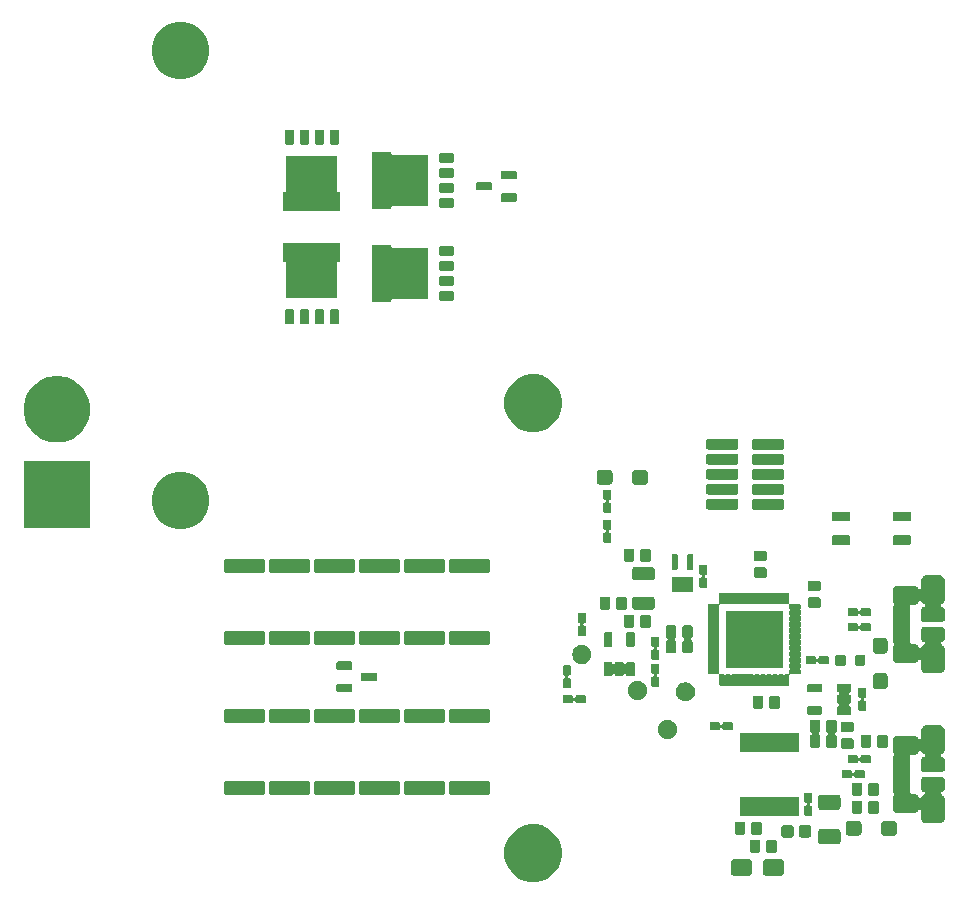
<source format=gbr>
G04 #@! TF.GenerationSoftware,KiCad,Pcbnew,(5.1.5)-3*
G04 #@! TF.CreationDate,2021-04-15T16:15:46-07:00*
G04 #@! TF.ProjectId,BattEval,42617474-4576-4616-9c2e-6b696361645f,rev?*
G04 #@! TF.SameCoordinates,Original*
G04 #@! TF.FileFunction,Soldermask,Top*
G04 #@! TF.FilePolarity,Negative*
%FSLAX46Y46*%
G04 Gerber Fmt 4.6, Leading zero omitted, Abs format (unit mm)*
G04 Created by KiCad (PCBNEW (5.1.5)-3) date 2021-04-15 16:15:46*
%MOMM*%
%LPD*%
G04 APERTURE LIST*
%ADD10C,0.100000*%
G04 APERTURE END LIST*
D10*
G36*
X164860554Y-136407613D02*
G01*
X165185846Y-136542354D01*
X165303879Y-136591245D01*
X165702860Y-136857835D01*
X166042165Y-137197140D01*
X166196123Y-137427555D01*
X166308756Y-137596123D01*
X166492387Y-138039446D01*
X166586000Y-138510074D01*
X166586000Y-138989926D01*
X166492387Y-139460554D01*
X166308756Y-139903877D01*
X166308755Y-139903879D01*
X166042165Y-140302860D01*
X165702860Y-140642165D01*
X165303879Y-140908755D01*
X165303878Y-140908756D01*
X165303877Y-140908756D01*
X164860554Y-141092387D01*
X164389926Y-141186000D01*
X163910074Y-141186000D01*
X163439446Y-141092387D01*
X162996123Y-140908756D01*
X162996122Y-140908756D01*
X162996121Y-140908755D01*
X162597140Y-140642165D01*
X162257835Y-140302860D01*
X161991245Y-139903879D01*
X161991244Y-139903877D01*
X161807613Y-139460554D01*
X161714000Y-138989926D01*
X161714000Y-138510074D01*
X161807613Y-138039446D01*
X161991244Y-137596123D01*
X162103877Y-137427555D01*
X162257835Y-137197140D01*
X162597140Y-136857835D01*
X162996121Y-136591245D01*
X163114154Y-136542354D01*
X163439446Y-136407613D01*
X163910074Y-136314000D01*
X164389926Y-136314000D01*
X164860554Y-136407613D01*
G37*
G36*
X185153066Y-139259127D02*
G01*
X185206985Y-139275483D01*
X185256667Y-139302039D01*
X185300219Y-139337781D01*
X185335961Y-139381333D01*
X185362517Y-139431015D01*
X185378873Y-139484934D01*
X185385000Y-139547141D01*
X185385000Y-140360859D01*
X185378873Y-140423066D01*
X185362517Y-140476985D01*
X185335961Y-140526667D01*
X185300219Y-140570219D01*
X185256667Y-140605961D01*
X185206985Y-140632517D01*
X185153066Y-140648873D01*
X185090859Y-140655000D01*
X183877141Y-140655000D01*
X183814934Y-140648873D01*
X183761015Y-140632517D01*
X183711333Y-140605961D01*
X183667781Y-140570219D01*
X183632039Y-140526667D01*
X183605483Y-140476985D01*
X183589127Y-140423066D01*
X183583000Y-140360859D01*
X183583000Y-139547141D01*
X183589127Y-139484934D01*
X183605483Y-139431015D01*
X183632039Y-139381333D01*
X183667781Y-139337781D01*
X183711333Y-139302039D01*
X183761015Y-139275483D01*
X183814934Y-139259127D01*
X183877141Y-139253000D01*
X185090859Y-139253000D01*
X185153066Y-139259127D01*
G37*
G36*
X182453066Y-139259127D02*
G01*
X182506985Y-139275483D01*
X182556667Y-139302039D01*
X182600219Y-139337781D01*
X182635961Y-139381333D01*
X182662517Y-139431015D01*
X182678873Y-139484934D01*
X182685000Y-139547141D01*
X182685000Y-140360859D01*
X182678873Y-140423066D01*
X182662517Y-140476985D01*
X182635961Y-140526667D01*
X182600219Y-140570219D01*
X182556667Y-140605961D01*
X182506985Y-140632517D01*
X182453066Y-140648873D01*
X182390859Y-140655000D01*
X181177141Y-140655000D01*
X181114934Y-140648873D01*
X181061015Y-140632517D01*
X181011333Y-140605961D01*
X180967781Y-140570219D01*
X180932039Y-140526667D01*
X180905483Y-140476985D01*
X180889127Y-140423066D01*
X180883000Y-140360859D01*
X180883000Y-139547141D01*
X180889127Y-139484934D01*
X180905483Y-139431015D01*
X180932039Y-139381333D01*
X180967781Y-139337781D01*
X181011333Y-139302039D01*
X181061015Y-139275483D01*
X181114934Y-139259127D01*
X181177141Y-139253000D01*
X182390859Y-139253000D01*
X182453066Y-139259127D01*
G37*
G36*
X184655704Y-137633629D02*
G01*
X184685236Y-137642587D01*
X184712446Y-137657132D01*
X184736296Y-137676704D01*
X184755868Y-137700554D01*
X184770413Y-137727764D01*
X184779371Y-137757296D01*
X184783000Y-137794141D01*
X184783000Y-138557859D01*
X184779371Y-138594704D01*
X184770413Y-138624236D01*
X184755868Y-138651446D01*
X184736296Y-138675296D01*
X184712446Y-138694868D01*
X184685236Y-138709413D01*
X184655704Y-138718371D01*
X184618859Y-138722000D01*
X184065141Y-138722000D01*
X184028296Y-138718371D01*
X183998764Y-138709413D01*
X183971554Y-138694868D01*
X183947704Y-138675296D01*
X183928132Y-138651446D01*
X183913587Y-138624236D01*
X183904629Y-138594704D01*
X183901000Y-138557859D01*
X183901000Y-137794141D01*
X183904629Y-137757296D01*
X183913587Y-137727764D01*
X183928132Y-137700554D01*
X183947704Y-137676704D01*
X183971554Y-137657132D01*
X183998764Y-137642587D01*
X184028296Y-137633629D01*
X184065141Y-137630000D01*
X184618859Y-137630000D01*
X184655704Y-137633629D01*
G37*
G36*
X183255704Y-137633629D02*
G01*
X183285236Y-137642587D01*
X183312446Y-137657132D01*
X183336296Y-137676704D01*
X183355868Y-137700554D01*
X183370413Y-137727764D01*
X183379371Y-137757296D01*
X183383000Y-137794141D01*
X183383000Y-138557859D01*
X183379371Y-138594704D01*
X183370413Y-138624236D01*
X183355868Y-138651446D01*
X183336296Y-138675296D01*
X183312446Y-138694868D01*
X183285236Y-138709413D01*
X183255704Y-138718371D01*
X183218859Y-138722000D01*
X182665141Y-138722000D01*
X182628296Y-138718371D01*
X182598764Y-138709413D01*
X182571554Y-138694868D01*
X182547704Y-138675296D01*
X182528132Y-138651446D01*
X182513587Y-138624236D01*
X182504629Y-138594704D01*
X182501000Y-138557859D01*
X182501000Y-137794141D01*
X182504629Y-137757296D01*
X182513587Y-137727764D01*
X182528132Y-137700554D01*
X182547704Y-137676704D01*
X182571554Y-137657132D01*
X182598764Y-137642587D01*
X182628296Y-137633629D01*
X182665141Y-137630000D01*
X183218859Y-137630000D01*
X183255704Y-137633629D01*
G37*
G36*
X189969192Y-136694646D02*
G01*
X190018414Y-136709578D01*
X190063778Y-136733826D01*
X190103542Y-136766458D01*
X190136174Y-136806222D01*
X190160422Y-136851586D01*
X190175354Y-136900808D01*
X190181000Y-136958140D01*
X190181000Y-137721860D01*
X190175354Y-137779192D01*
X190160422Y-137828414D01*
X190136174Y-137873778D01*
X190103542Y-137913542D01*
X190063778Y-137946174D01*
X190018414Y-137970422D01*
X189969192Y-137985354D01*
X189911860Y-137991000D01*
X188548140Y-137991000D01*
X188490808Y-137985354D01*
X188441586Y-137970422D01*
X188396222Y-137946174D01*
X188356458Y-137913542D01*
X188323826Y-137873778D01*
X188299578Y-137828414D01*
X188284646Y-137779192D01*
X188279000Y-137721860D01*
X188279000Y-136958140D01*
X188284646Y-136900808D01*
X188299578Y-136851586D01*
X188323826Y-136806222D01*
X188356458Y-136766458D01*
X188396222Y-136733826D01*
X188441586Y-136709578D01*
X188490808Y-136694646D01*
X188548140Y-136689000D01*
X189911860Y-136689000D01*
X189969192Y-136694646D01*
G37*
G36*
X187550499Y-136384445D02*
G01*
X187587995Y-136395820D01*
X187622554Y-136414292D01*
X187652847Y-136439153D01*
X187677708Y-136469446D01*
X187696180Y-136504005D01*
X187707555Y-136541501D01*
X187712000Y-136586638D01*
X187712000Y-137225362D01*
X187707555Y-137270499D01*
X187696180Y-137307995D01*
X187677708Y-137342554D01*
X187652847Y-137372847D01*
X187622554Y-137397708D01*
X187587995Y-137416180D01*
X187550499Y-137427555D01*
X187505362Y-137432000D01*
X186866638Y-137432000D01*
X186821501Y-137427555D01*
X186784005Y-137416180D01*
X186749446Y-137397708D01*
X186719153Y-137372847D01*
X186694292Y-137342554D01*
X186675820Y-137307995D01*
X186664445Y-137270499D01*
X186660000Y-137225362D01*
X186660000Y-136586638D01*
X186664445Y-136541501D01*
X186675820Y-136504005D01*
X186694292Y-136469446D01*
X186719153Y-136439153D01*
X186749446Y-136414292D01*
X186784005Y-136395820D01*
X186821501Y-136384445D01*
X186866638Y-136380000D01*
X187505362Y-136380000D01*
X187550499Y-136384445D01*
G37*
G36*
X186050499Y-136384445D02*
G01*
X186087995Y-136395820D01*
X186122554Y-136414292D01*
X186152847Y-136439153D01*
X186177708Y-136469446D01*
X186196180Y-136504005D01*
X186207555Y-136541501D01*
X186212000Y-136586638D01*
X186212000Y-137225362D01*
X186207555Y-137270499D01*
X186196180Y-137307995D01*
X186177708Y-137342554D01*
X186152847Y-137372847D01*
X186122554Y-137397708D01*
X186087995Y-137416180D01*
X186050499Y-137427555D01*
X186005362Y-137432000D01*
X185366638Y-137432000D01*
X185321501Y-137427555D01*
X185284005Y-137416180D01*
X185249446Y-137397708D01*
X185219153Y-137372847D01*
X185194292Y-137342554D01*
X185175820Y-137307995D01*
X185164445Y-137270499D01*
X185160000Y-137225362D01*
X185160000Y-136586638D01*
X185164445Y-136541501D01*
X185175820Y-136504005D01*
X185194292Y-136469446D01*
X185219153Y-136439153D01*
X185249446Y-136414292D01*
X185284005Y-136395820D01*
X185321501Y-136384445D01*
X185366638Y-136380000D01*
X186005362Y-136380000D01*
X186050499Y-136384445D01*
G37*
G36*
X191761287Y-136046262D02*
G01*
X191806761Y-136060056D01*
X191848668Y-136082456D01*
X191885400Y-136112600D01*
X191915544Y-136149332D01*
X191937944Y-136191239D01*
X191951738Y-136236713D01*
X191957000Y-136290140D01*
X191957000Y-137013860D01*
X191951738Y-137067287D01*
X191937944Y-137112761D01*
X191915544Y-137154668D01*
X191885400Y-137191400D01*
X191848668Y-137221544D01*
X191806761Y-137243944D01*
X191761287Y-137257738D01*
X191707860Y-137263000D01*
X190864140Y-137263000D01*
X190810713Y-137257738D01*
X190765239Y-137243944D01*
X190723332Y-137221544D01*
X190686600Y-137191400D01*
X190656456Y-137154668D01*
X190634056Y-137112761D01*
X190620262Y-137067287D01*
X190615000Y-137013860D01*
X190615000Y-136290140D01*
X190620262Y-136236713D01*
X190634056Y-136191239D01*
X190656456Y-136149332D01*
X190686600Y-136112600D01*
X190723332Y-136082456D01*
X190765239Y-136060056D01*
X190810713Y-136046262D01*
X190864140Y-136041000D01*
X191707860Y-136041000D01*
X191761287Y-136046262D01*
G37*
G36*
X194761287Y-136046262D02*
G01*
X194806761Y-136060056D01*
X194848668Y-136082456D01*
X194885400Y-136112600D01*
X194915544Y-136149332D01*
X194937944Y-136191239D01*
X194951738Y-136236713D01*
X194957000Y-136290140D01*
X194957000Y-137013860D01*
X194951738Y-137067287D01*
X194937944Y-137112761D01*
X194915544Y-137154668D01*
X194885400Y-137191400D01*
X194848668Y-137221544D01*
X194806761Y-137243944D01*
X194761287Y-137257738D01*
X194707860Y-137263000D01*
X193864140Y-137263000D01*
X193810713Y-137257738D01*
X193765239Y-137243944D01*
X193723332Y-137221544D01*
X193686600Y-137191400D01*
X193656456Y-137154668D01*
X193634056Y-137112761D01*
X193620262Y-137067287D01*
X193615000Y-137013860D01*
X193615000Y-136290140D01*
X193620262Y-136236713D01*
X193634056Y-136191239D01*
X193656456Y-136149332D01*
X193686600Y-136112600D01*
X193723332Y-136082456D01*
X193765239Y-136060056D01*
X193810713Y-136046262D01*
X193864140Y-136041000D01*
X194707860Y-136041000D01*
X194761287Y-136046262D01*
G37*
G36*
X183385704Y-136109629D02*
G01*
X183415236Y-136118587D01*
X183442446Y-136133132D01*
X183466296Y-136152704D01*
X183485868Y-136176554D01*
X183500413Y-136203764D01*
X183509371Y-136233296D01*
X183513000Y-136270141D01*
X183513000Y-137033859D01*
X183509371Y-137070704D01*
X183500413Y-137100236D01*
X183485868Y-137127446D01*
X183466296Y-137151296D01*
X183442446Y-137170868D01*
X183415236Y-137185413D01*
X183385704Y-137194371D01*
X183348859Y-137198000D01*
X182795141Y-137198000D01*
X182758296Y-137194371D01*
X182728764Y-137185413D01*
X182701554Y-137170868D01*
X182677704Y-137151296D01*
X182658132Y-137127446D01*
X182643587Y-137100236D01*
X182634629Y-137070704D01*
X182631000Y-137033859D01*
X182631000Y-136270141D01*
X182634629Y-136233296D01*
X182643587Y-136203764D01*
X182658132Y-136176554D01*
X182677704Y-136152704D01*
X182701554Y-136133132D01*
X182728764Y-136118587D01*
X182758296Y-136109629D01*
X182795141Y-136106000D01*
X183348859Y-136106000D01*
X183385704Y-136109629D01*
G37*
G36*
X181985704Y-136109629D02*
G01*
X182015236Y-136118587D01*
X182042446Y-136133132D01*
X182066296Y-136152704D01*
X182085868Y-136176554D01*
X182100413Y-136203764D01*
X182109371Y-136233296D01*
X182113000Y-136270141D01*
X182113000Y-137033859D01*
X182109371Y-137070704D01*
X182100413Y-137100236D01*
X182085868Y-137127446D01*
X182066296Y-137151296D01*
X182042446Y-137170868D01*
X182015236Y-137185413D01*
X181985704Y-137194371D01*
X181948859Y-137198000D01*
X181395141Y-137198000D01*
X181358296Y-137194371D01*
X181328764Y-137185413D01*
X181301554Y-137170868D01*
X181277704Y-137151296D01*
X181258132Y-137127446D01*
X181243587Y-137100236D01*
X181234629Y-137070704D01*
X181231000Y-137033859D01*
X181231000Y-136270141D01*
X181234629Y-136233296D01*
X181243587Y-136203764D01*
X181258132Y-136176554D01*
X181277704Y-136152704D01*
X181301554Y-136133132D01*
X181328764Y-136118587D01*
X181358296Y-136109629D01*
X181395141Y-136106000D01*
X181948859Y-136106000D01*
X181985704Y-136109629D01*
G37*
G36*
X198650333Y-127938009D02*
G01*
X198732379Y-127962898D01*
X198808006Y-128003321D01*
X198874285Y-128057715D01*
X198928679Y-128123994D01*
X198969102Y-128199621D01*
X198993991Y-128281667D01*
X199003000Y-128373140D01*
X199003000Y-129961860D01*
X198993991Y-130053333D01*
X198969102Y-130135379D01*
X198928679Y-130211006D01*
X198874285Y-130277285D01*
X198808002Y-130331682D01*
X198730647Y-130373029D01*
X198710273Y-130386642D01*
X198692946Y-130403969D01*
X198679332Y-130424344D01*
X198669955Y-130446982D01*
X198665174Y-130471016D01*
X198665174Y-130495520D01*
X198669954Y-130519553D01*
X198679332Y-130542192D01*
X198692945Y-130562566D01*
X198710272Y-130579893D01*
X198730647Y-130593507D01*
X198753285Y-130602884D01*
X198777321Y-130607665D01*
X198796223Y-130609526D01*
X198844272Y-130624102D01*
X198888555Y-130647772D01*
X198927372Y-130679628D01*
X198959228Y-130718445D01*
X198982898Y-130762728D01*
X198997474Y-130810777D01*
X199003000Y-130866890D01*
X199003000Y-131618110D01*
X198997474Y-131674223D01*
X198982898Y-131722272D01*
X198959228Y-131766555D01*
X198927372Y-131805372D01*
X198888555Y-131837228D01*
X198844272Y-131860898D01*
X198796223Y-131875474D01*
X198740110Y-131881000D01*
X197263890Y-131881000D01*
X197207777Y-131875474D01*
X197159728Y-131860898D01*
X197115445Y-131837228D01*
X197076628Y-131805372D01*
X197044772Y-131766555D01*
X197021102Y-131722272D01*
X197006526Y-131674223D01*
X197001000Y-131618110D01*
X197001000Y-130866890D01*
X197006526Y-130810777D01*
X197021102Y-130762728D01*
X197044772Y-130718445D01*
X197076628Y-130679628D01*
X197115445Y-130647772D01*
X197159728Y-130624102D01*
X197207777Y-130609526D01*
X197226679Y-130607665D01*
X197250712Y-130602885D01*
X197273351Y-130593508D01*
X197293726Y-130579895D01*
X197311053Y-130562568D01*
X197324667Y-130542194D01*
X197334045Y-130519555D01*
X197338826Y-130495522D01*
X197338826Y-130471018D01*
X197334046Y-130446985D01*
X197324669Y-130424346D01*
X197311056Y-130403971D01*
X197293729Y-130386644D01*
X197273353Y-130373029D01*
X197195998Y-130331682D01*
X197129715Y-130277285D01*
X197075321Y-130211006D01*
X197031280Y-130128609D01*
X197027745Y-130120078D01*
X197014131Y-130099704D01*
X196996803Y-130082378D01*
X196976428Y-130068765D01*
X196953789Y-130059389D01*
X196929755Y-130054609D01*
X196905251Y-130054610D01*
X196881218Y-130059392D01*
X196858580Y-130068771D01*
X196838206Y-130082385D01*
X196820880Y-130099713D01*
X196807267Y-130120088D01*
X196797893Y-130142721D01*
X196777189Y-130210973D01*
X196746588Y-130268223D01*
X196705405Y-130318405D01*
X196655223Y-130359588D01*
X196597973Y-130390189D01*
X196535854Y-130409033D01*
X196465110Y-130416000D01*
X196204206Y-130416000D01*
X196179820Y-130418402D01*
X196156371Y-130425515D01*
X196134760Y-130437066D01*
X196115818Y-130452611D01*
X196100273Y-130471553D01*
X196088722Y-130493164D01*
X196081609Y-130516613D01*
X196079207Y-130540999D01*
X196079809Y-130553254D01*
X196083000Y-130585644D01*
X196083000Y-130974357D01*
X196080955Y-130995113D01*
X196076695Y-131009160D01*
X196069773Y-131022110D01*
X196066824Y-131025703D01*
X196053211Y-131046077D01*
X196043834Y-131068716D01*
X196039054Y-131092750D01*
X196039054Y-131117254D01*
X196043835Y-131141287D01*
X196053212Y-131163926D01*
X196066824Y-131184297D01*
X196069773Y-131187890D01*
X196076695Y-131200840D01*
X196080955Y-131214887D01*
X196083000Y-131235643D01*
X196083000Y-131624357D01*
X196080955Y-131645113D01*
X196076695Y-131659160D01*
X196069773Y-131672110D01*
X196066824Y-131675703D01*
X196053211Y-131696077D01*
X196043834Y-131718716D01*
X196039054Y-131742750D01*
X196039054Y-131767254D01*
X196043835Y-131791287D01*
X196053212Y-131813926D01*
X196066824Y-131834297D01*
X196069773Y-131837890D01*
X196076695Y-131850840D01*
X196080955Y-131864887D01*
X196083000Y-131885643D01*
X196083000Y-132274357D01*
X196080955Y-132295113D01*
X196076695Y-132309160D01*
X196069773Y-132322110D01*
X196066824Y-132325703D01*
X196053211Y-132346077D01*
X196043834Y-132368716D01*
X196039054Y-132392750D01*
X196039054Y-132417254D01*
X196043835Y-132441287D01*
X196053212Y-132463926D01*
X196066824Y-132484297D01*
X196069773Y-132487890D01*
X196076695Y-132500840D01*
X196080955Y-132514887D01*
X196083000Y-132535643D01*
X196083000Y-132924357D01*
X196080955Y-132945113D01*
X196076695Y-132959160D01*
X196069773Y-132972110D01*
X196066824Y-132975703D01*
X196053211Y-132996077D01*
X196043834Y-133018716D01*
X196039054Y-133042750D01*
X196039054Y-133067254D01*
X196043835Y-133091287D01*
X196053212Y-133113926D01*
X196066824Y-133134297D01*
X196069773Y-133137890D01*
X196076695Y-133150840D01*
X196080955Y-133164887D01*
X196083000Y-133185643D01*
X196083000Y-133574356D01*
X196079809Y-133606746D01*
X196079809Y-133631250D01*
X196084588Y-133655283D01*
X196093965Y-133677922D01*
X196107578Y-133698297D01*
X196124905Y-133715625D01*
X196145279Y-133729239D01*
X196167918Y-133738617D01*
X196191951Y-133743398D01*
X196204206Y-133744000D01*
X196465110Y-133744000D01*
X196535854Y-133750967D01*
X196597973Y-133769811D01*
X196655223Y-133800412D01*
X196705405Y-133841595D01*
X196746588Y-133891777D01*
X196777189Y-133949027D01*
X196797893Y-134017279D01*
X196807270Y-134039917D01*
X196820884Y-134060292D01*
X196838211Y-134077619D01*
X196858585Y-134091232D01*
X196881224Y-134100610D01*
X196905257Y-134105390D01*
X196929761Y-134105390D01*
X196953795Y-134100609D01*
X196976433Y-134091232D01*
X196996808Y-134077618D01*
X197014135Y-134060291D01*
X197027748Y-134039917D01*
X197031282Y-134031386D01*
X197075321Y-133948994D01*
X197129715Y-133882715D01*
X197195998Y-133828318D01*
X197273353Y-133786971D01*
X197293727Y-133773358D01*
X197311054Y-133756031D01*
X197324668Y-133735656D01*
X197334045Y-133713018D01*
X197338826Y-133688984D01*
X197338826Y-133664480D01*
X197334046Y-133640447D01*
X197324668Y-133617808D01*
X197311055Y-133597434D01*
X197293728Y-133580107D01*
X197273353Y-133566493D01*
X197250715Y-133557116D01*
X197226679Y-133552335D01*
X197207777Y-133550474D01*
X197159728Y-133535898D01*
X197115445Y-133512228D01*
X197076628Y-133480372D01*
X197044772Y-133441555D01*
X197021102Y-133397272D01*
X197006526Y-133349223D01*
X197001000Y-133293110D01*
X197001000Y-132541890D01*
X197006526Y-132485777D01*
X197021102Y-132437728D01*
X197044772Y-132393445D01*
X197076628Y-132354628D01*
X197115445Y-132322772D01*
X197159728Y-132299102D01*
X197207777Y-132284526D01*
X197263890Y-132279000D01*
X198740110Y-132279000D01*
X198796223Y-132284526D01*
X198844272Y-132299102D01*
X198888555Y-132322772D01*
X198927372Y-132354628D01*
X198959228Y-132393445D01*
X198982898Y-132437728D01*
X198997474Y-132485777D01*
X199003000Y-132541890D01*
X199003000Y-133293110D01*
X198997474Y-133349223D01*
X198982898Y-133397272D01*
X198959228Y-133441555D01*
X198927372Y-133480372D01*
X198888555Y-133512228D01*
X198844272Y-133535898D01*
X198796223Y-133550474D01*
X198777321Y-133552335D01*
X198753288Y-133557115D01*
X198730649Y-133566492D01*
X198710274Y-133580105D01*
X198692947Y-133597432D01*
X198679333Y-133617806D01*
X198669955Y-133640445D01*
X198665174Y-133664478D01*
X198665174Y-133688982D01*
X198669954Y-133713015D01*
X198679331Y-133735654D01*
X198692944Y-133756029D01*
X198710271Y-133773356D01*
X198730647Y-133786971D01*
X198808002Y-133828318D01*
X198874285Y-133882715D01*
X198928679Y-133948994D01*
X198969102Y-134024621D01*
X198993991Y-134106667D01*
X199003000Y-134198140D01*
X199003000Y-135786860D01*
X198993991Y-135878333D01*
X198969102Y-135960379D01*
X198928679Y-136036006D01*
X198874285Y-136102285D01*
X198808006Y-136156679D01*
X198732379Y-136197102D01*
X198650333Y-136221991D01*
X198558860Y-136231000D01*
X197445140Y-136231000D01*
X197353667Y-136221991D01*
X197271621Y-136197102D01*
X197195994Y-136156679D01*
X197129715Y-136102285D01*
X197075321Y-136036006D01*
X197034898Y-135960379D01*
X197010009Y-135878333D01*
X197001000Y-135786860D01*
X197001000Y-135196275D01*
X196998598Y-135171889D01*
X196991485Y-135148440D01*
X196979934Y-135126829D01*
X196964389Y-135107887D01*
X196945447Y-135092342D01*
X196923836Y-135080791D01*
X196900387Y-135073678D01*
X196876001Y-135071276D01*
X196851615Y-135073678D01*
X196828166Y-135080791D01*
X196806555Y-135092342D01*
X196787613Y-135107887D01*
X196772068Y-135126829D01*
X196765761Y-135137351D01*
X196746585Y-135173227D01*
X196705405Y-135223405D01*
X196655223Y-135264588D01*
X196597973Y-135295189D01*
X196535854Y-135314033D01*
X196465110Y-135321000D01*
X194938890Y-135321000D01*
X194868146Y-135314033D01*
X194806027Y-135295189D01*
X194748777Y-135264588D01*
X194698595Y-135223405D01*
X194657412Y-135173223D01*
X194626811Y-135115973D01*
X194607967Y-135053854D01*
X194601000Y-134983110D01*
X194601000Y-134081890D01*
X194607967Y-134011146D01*
X194626811Y-133949027D01*
X194657412Y-133891777D01*
X194695962Y-133844804D01*
X194709576Y-133824430D01*
X194718953Y-133801791D01*
X194723734Y-133777758D01*
X194723734Y-133753254D01*
X194718954Y-133729221D01*
X194709577Y-133706582D01*
X194695963Y-133686207D01*
X194678636Y-133668880D01*
X194658263Y-133655267D01*
X194634892Y-133642775D01*
X194623541Y-133633459D01*
X194614227Y-133622110D01*
X194607305Y-133609160D01*
X194603045Y-133595113D01*
X194601000Y-133574357D01*
X194601000Y-133185643D01*
X194603045Y-133164887D01*
X194607305Y-133150840D01*
X194614227Y-133137890D01*
X194617176Y-133134297D01*
X194630789Y-133113923D01*
X194640166Y-133091284D01*
X194644946Y-133067250D01*
X194644946Y-133042746D01*
X194640165Y-133018713D01*
X194630788Y-132996074D01*
X194617176Y-132975703D01*
X194614227Y-132972110D01*
X194607305Y-132959160D01*
X194603045Y-132945113D01*
X194601000Y-132924357D01*
X194601000Y-132535643D01*
X194603045Y-132514887D01*
X194607305Y-132500840D01*
X194614227Y-132487890D01*
X194617176Y-132484297D01*
X194630789Y-132463923D01*
X194640166Y-132441284D01*
X194644946Y-132417250D01*
X194644946Y-132392746D01*
X194640165Y-132368713D01*
X194630788Y-132346074D01*
X194617176Y-132325703D01*
X194614227Y-132322110D01*
X194607305Y-132309160D01*
X194603045Y-132295113D01*
X194601000Y-132274357D01*
X194601000Y-131885643D01*
X194603045Y-131864887D01*
X194607305Y-131850840D01*
X194614227Y-131837890D01*
X194617176Y-131834297D01*
X194630789Y-131813923D01*
X194640166Y-131791284D01*
X194644946Y-131767250D01*
X194644946Y-131742746D01*
X194640165Y-131718713D01*
X194630788Y-131696074D01*
X194617176Y-131675703D01*
X194614227Y-131672110D01*
X194607305Y-131659160D01*
X194603045Y-131645113D01*
X194601000Y-131624357D01*
X194601000Y-131235643D01*
X194603045Y-131214887D01*
X194607305Y-131200840D01*
X194614227Y-131187890D01*
X194617176Y-131184297D01*
X194630789Y-131163923D01*
X194640166Y-131141284D01*
X194644946Y-131117250D01*
X194644946Y-131092746D01*
X194640165Y-131068713D01*
X194630788Y-131046074D01*
X194617176Y-131025703D01*
X194614227Y-131022110D01*
X194607305Y-131009160D01*
X194603045Y-130995113D01*
X194601000Y-130974357D01*
X194601000Y-130585643D01*
X194603045Y-130564887D01*
X194607305Y-130550840D01*
X194614227Y-130537890D01*
X194623541Y-130526541D01*
X194634892Y-130517225D01*
X194658263Y-130504733D01*
X194678637Y-130491119D01*
X194695964Y-130473792D01*
X194709577Y-130453417D01*
X194718954Y-130430778D01*
X194723734Y-130406745D01*
X194723734Y-130382241D01*
X194718953Y-130358208D01*
X194709575Y-130335569D01*
X194695962Y-130315196D01*
X194657412Y-130268223D01*
X194626811Y-130210973D01*
X194607967Y-130148854D01*
X194601000Y-130078110D01*
X194601000Y-129176890D01*
X194607967Y-129106146D01*
X194626811Y-129044027D01*
X194657412Y-128986777D01*
X194698595Y-128936595D01*
X194748777Y-128895412D01*
X194806027Y-128864811D01*
X194868146Y-128845967D01*
X194938890Y-128839000D01*
X196465110Y-128839000D01*
X196535854Y-128845967D01*
X196597973Y-128864811D01*
X196655223Y-128895412D01*
X196705405Y-128936595D01*
X196746585Y-128986773D01*
X196765761Y-129022649D01*
X196779375Y-129043023D01*
X196796702Y-129060350D01*
X196817076Y-129073964D01*
X196839715Y-129083341D01*
X196863748Y-129088122D01*
X196888253Y-129088122D01*
X196912286Y-129083342D01*
X196934925Y-129073965D01*
X196955299Y-129060351D01*
X196972626Y-129043024D01*
X196986240Y-129022650D01*
X196995617Y-129000011D01*
X197000398Y-128975978D01*
X197001000Y-128963725D01*
X197001000Y-128373140D01*
X197010009Y-128281667D01*
X197034898Y-128199621D01*
X197075321Y-128123994D01*
X197129715Y-128057715D01*
X197195994Y-128003321D01*
X197271621Y-127962898D01*
X197353667Y-127938009D01*
X197445140Y-127929000D01*
X198558860Y-127929000D01*
X198650333Y-127938009D01*
G37*
G36*
X182138627Y-133979971D02*
G01*
X182151976Y-133984021D01*
X182164277Y-133990596D01*
X182165701Y-133991764D01*
X182186075Y-134005378D01*
X182208714Y-134014755D01*
X182232747Y-134019536D01*
X182257251Y-134019536D01*
X182281284Y-134014756D01*
X182303923Y-134005379D01*
X182324299Y-133991764D01*
X182325723Y-133990596D01*
X182338024Y-133984021D01*
X182351373Y-133979971D01*
X182371387Y-133978000D01*
X182752613Y-133978000D01*
X182772627Y-133979971D01*
X182785976Y-133984021D01*
X182798277Y-133990596D01*
X182800704Y-133992587D01*
X182821079Y-134006200D01*
X182843718Y-134015577D01*
X182867751Y-134020356D01*
X182892255Y-134020356D01*
X182916289Y-134015575D01*
X182938927Y-134006197D01*
X182959296Y-133992587D01*
X182961723Y-133990596D01*
X182974024Y-133984021D01*
X182987373Y-133979971D01*
X183007387Y-133978000D01*
X183388613Y-133978000D01*
X183408627Y-133979971D01*
X183421976Y-133984021D01*
X183434277Y-133990596D01*
X183435701Y-133991764D01*
X183456075Y-134005378D01*
X183478714Y-134014755D01*
X183502747Y-134019536D01*
X183527251Y-134019536D01*
X183551284Y-134014756D01*
X183573923Y-134005379D01*
X183594299Y-133991764D01*
X183595723Y-133990596D01*
X183608024Y-133984021D01*
X183621373Y-133979971D01*
X183641387Y-133978000D01*
X184022613Y-133978000D01*
X184042627Y-133979971D01*
X184055976Y-133984021D01*
X184068277Y-133990596D01*
X184070704Y-133992587D01*
X184091079Y-134006200D01*
X184113718Y-134015577D01*
X184137751Y-134020356D01*
X184162255Y-134020356D01*
X184186289Y-134015575D01*
X184208927Y-134006197D01*
X184229296Y-133992587D01*
X184231723Y-133990596D01*
X184244024Y-133984021D01*
X184257373Y-133979971D01*
X184277387Y-133978000D01*
X184658613Y-133978000D01*
X184678627Y-133979971D01*
X184691976Y-133984021D01*
X184704277Y-133990596D01*
X184705701Y-133991764D01*
X184726075Y-134005378D01*
X184748714Y-134014755D01*
X184772747Y-134019536D01*
X184797251Y-134019536D01*
X184821284Y-134014756D01*
X184843923Y-134005379D01*
X184864299Y-133991764D01*
X184865723Y-133990596D01*
X184878024Y-133984021D01*
X184891373Y-133979971D01*
X184911387Y-133978000D01*
X185292613Y-133978000D01*
X185312627Y-133979971D01*
X185325976Y-133984021D01*
X185338277Y-133990596D01*
X185340704Y-133992587D01*
X185361079Y-134006200D01*
X185383718Y-134015577D01*
X185407751Y-134020356D01*
X185432255Y-134020356D01*
X185456289Y-134015575D01*
X185478927Y-134006197D01*
X185499296Y-133992587D01*
X185501723Y-133990596D01*
X185514024Y-133984021D01*
X185527373Y-133979971D01*
X185547387Y-133978000D01*
X185928613Y-133978000D01*
X185948627Y-133979971D01*
X185961976Y-133984021D01*
X185974277Y-133990596D01*
X185975701Y-133991764D01*
X185996075Y-134005378D01*
X186018714Y-134014755D01*
X186042747Y-134019536D01*
X186067251Y-134019536D01*
X186091284Y-134014756D01*
X186113923Y-134005379D01*
X186134299Y-133991764D01*
X186135723Y-133990596D01*
X186148024Y-133984021D01*
X186161373Y-133979971D01*
X186181387Y-133978000D01*
X186562613Y-133978000D01*
X186582627Y-133979971D01*
X186595976Y-133984021D01*
X186608280Y-133990597D01*
X186619058Y-133999442D01*
X186627903Y-134010220D01*
X186634479Y-134022524D01*
X186638529Y-134035873D01*
X186640500Y-134055887D01*
X186640500Y-135528113D01*
X186638529Y-135548127D01*
X186634479Y-135561476D01*
X186627903Y-135573780D01*
X186619058Y-135584558D01*
X186608280Y-135593403D01*
X186595976Y-135599979D01*
X186582627Y-135604029D01*
X186562613Y-135606000D01*
X186181387Y-135606000D01*
X186161373Y-135604029D01*
X186148024Y-135599979D01*
X186135723Y-135593404D01*
X186134299Y-135592236D01*
X186113925Y-135578622D01*
X186091286Y-135569245D01*
X186067253Y-135564464D01*
X186042749Y-135564464D01*
X186018716Y-135569244D01*
X185996077Y-135578621D01*
X185975701Y-135592236D01*
X185974277Y-135593404D01*
X185961976Y-135599979D01*
X185948627Y-135604029D01*
X185928613Y-135606000D01*
X185547387Y-135606000D01*
X185527373Y-135604029D01*
X185514024Y-135599979D01*
X185501723Y-135593404D01*
X185499296Y-135591413D01*
X185478921Y-135577800D01*
X185456282Y-135568423D01*
X185432249Y-135563644D01*
X185407745Y-135563644D01*
X185383711Y-135568425D01*
X185361073Y-135577803D01*
X185340704Y-135591413D01*
X185338277Y-135593404D01*
X185325976Y-135599979D01*
X185312627Y-135604029D01*
X185292613Y-135606000D01*
X184911387Y-135606000D01*
X184891373Y-135604029D01*
X184878024Y-135599979D01*
X184865723Y-135593404D01*
X184864299Y-135592236D01*
X184843925Y-135578622D01*
X184821286Y-135569245D01*
X184797253Y-135564464D01*
X184772749Y-135564464D01*
X184748716Y-135569244D01*
X184726077Y-135578621D01*
X184705701Y-135592236D01*
X184704277Y-135593404D01*
X184691976Y-135599979D01*
X184678627Y-135604029D01*
X184658613Y-135606000D01*
X184277387Y-135606000D01*
X184257373Y-135604029D01*
X184244024Y-135599979D01*
X184231723Y-135593404D01*
X184229296Y-135591413D01*
X184208921Y-135577800D01*
X184186282Y-135568423D01*
X184162249Y-135563644D01*
X184137745Y-135563644D01*
X184113711Y-135568425D01*
X184091073Y-135577803D01*
X184070704Y-135591413D01*
X184068277Y-135593404D01*
X184055976Y-135599979D01*
X184042627Y-135604029D01*
X184022613Y-135606000D01*
X183641387Y-135606000D01*
X183621373Y-135604029D01*
X183608024Y-135599979D01*
X183595723Y-135593404D01*
X183594299Y-135592236D01*
X183573925Y-135578622D01*
X183551286Y-135569245D01*
X183527253Y-135564464D01*
X183502749Y-135564464D01*
X183478716Y-135569244D01*
X183456077Y-135578621D01*
X183435701Y-135592236D01*
X183434277Y-135593404D01*
X183421976Y-135599979D01*
X183408627Y-135604029D01*
X183388613Y-135606000D01*
X183007387Y-135606000D01*
X182987373Y-135604029D01*
X182974024Y-135599979D01*
X182961723Y-135593404D01*
X182959296Y-135591413D01*
X182938921Y-135577800D01*
X182916282Y-135568423D01*
X182892249Y-135563644D01*
X182867745Y-135563644D01*
X182843711Y-135568425D01*
X182821073Y-135577803D01*
X182800704Y-135591413D01*
X182798277Y-135593404D01*
X182785976Y-135599979D01*
X182772627Y-135604029D01*
X182752613Y-135606000D01*
X182371387Y-135606000D01*
X182351373Y-135604029D01*
X182338024Y-135599979D01*
X182325723Y-135593404D01*
X182324299Y-135592236D01*
X182303925Y-135578622D01*
X182281286Y-135569245D01*
X182257253Y-135564464D01*
X182232749Y-135564464D01*
X182208716Y-135569244D01*
X182186077Y-135578621D01*
X182165701Y-135592236D01*
X182164277Y-135593404D01*
X182151976Y-135599979D01*
X182138627Y-135604029D01*
X182118613Y-135606000D01*
X181737387Y-135606000D01*
X181717373Y-135604029D01*
X181704024Y-135599979D01*
X181691720Y-135593403D01*
X181680942Y-135584558D01*
X181672097Y-135573780D01*
X181665521Y-135561476D01*
X181661471Y-135548127D01*
X181659500Y-135528113D01*
X181659500Y-134055887D01*
X181661471Y-134035873D01*
X181665521Y-134022524D01*
X181672097Y-134010220D01*
X181680942Y-133999442D01*
X181691720Y-133990597D01*
X181704024Y-133984021D01*
X181717373Y-133979971D01*
X181737387Y-133978000D01*
X182118613Y-133978000D01*
X182138627Y-133979971D01*
G37*
G36*
X187711928Y-133646764D02*
G01*
X187733009Y-133653160D01*
X187752445Y-133663548D01*
X187769476Y-133677524D01*
X187783452Y-133694555D01*
X187793840Y-133713991D01*
X187800236Y-133735072D01*
X187803000Y-133763140D01*
X187803000Y-134376860D01*
X187800236Y-134404928D01*
X187793840Y-134426009D01*
X187783452Y-134445445D01*
X187769476Y-134462476D01*
X187752445Y-134476452D01*
X187733009Y-134486840D01*
X187711928Y-134493236D01*
X187687891Y-134495603D01*
X187663858Y-134500383D01*
X187641219Y-134509761D01*
X187620845Y-134523374D01*
X187603518Y-134540701D01*
X187589904Y-134561076D01*
X187580526Y-134583715D01*
X187575746Y-134607748D01*
X187575746Y-134632252D01*
X187580526Y-134656285D01*
X187589904Y-134678924D01*
X187603517Y-134699298D01*
X187620844Y-134716625D01*
X187641219Y-134730239D01*
X187663858Y-134739617D01*
X187687891Y-134744397D01*
X187711928Y-134746764D01*
X187733009Y-134753160D01*
X187752445Y-134763548D01*
X187769476Y-134777524D01*
X187783452Y-134794555D01*
X187793840Y-134813991D01*
X187800236Y-134835072D01*
X187803000Y-134863140D01*
X187803000Y-135476860D01*
X187800236Y-135504928D01*
X187793840Y-135526009D01*
X187783452Y-135545445D01*
X187769476Y-135562476D01*
X187752445Y-135576452D01*
X187733009Y-135586840D01*
X187711928Y-135593236D01*
X187683860Y-135596000D01*
X187220140Y-135596000D01*
X187192072Y-135593236D01*
X187170991Y-135586840D01*
X187151555Y-135576452D01*
X187134524Y-135562476D01*
X187120548Y-135545445D01*
X187110160Y-135526009D01*
X187103764Y-135504928D01*
X187101000Y-135476860D01*
X187101000Y-134863140D01*
X187103764Y-134835072D01*
X187110160Y-134813991D01*
X187120548Y-134794555D01*
X187134524Y-134777524D01*
X187151555Y-134763548D01*
X187170991Y-134753160D01*
X187192072Y-134746764D01*
X187216109Y-134744397D01*
X187240142Y-134739617D01*
X187262781Y-134730239D01*
X187283155Y-134716626D01*
X187300482Y-134699299D01*
X187314096Y-134678924D01*
X187323474Y-134656285D01*
X187328254Y-134632252D01*
X187328254Y-134607748D01*
X187323474Y-134583715D01*
X187314096Y-134561076D01*
X187300483Y-134540702D01*
X187283156Y-134523375D01*
X187262781Y-134509761D01*
X187240142Y-134500383D01*
X187216109Y-134495603D01*
X187192072Y-134493236D01*
X187170991Y-134486840D01*
X187151555Y-134476452D01*
X187134524Y-134462476D01*
X187120548Y-134445445D01*
X187110160Y-134426009D01*
X187103764Y-134404928D01*
X187101000Y-134376860D01*
X187101000Y-133763140D01*
X187103764Y-133735072D01*
X187110160Y-133713991D01*
X187120548Y-133694555D01*
X187134524Y-133677524D01*
X187151555Y-133663548D01*
X187170991Y-133653160D01*
X187192072Y-133646764D01*
X187220140Y-133644000D01*
X187683860Y-133644000D01*
X187711928Y-133646764D01*
G37*
G36*
X191891704Y-134331629D02*
G01*
X191921236Y-134340587D01*
X191948446Y-134355132D01*
X191972296Y-134374704D01*
X191991868Y-134398554D01*
X192006413Y-134425764D01*
X192015371Y-134455296D01*
X192019000Y-134492141D01*
X192019000Y-135255859D01*
X192015371Y-135292704D01*
X192006413Y-135322236D01*
X191991868Y-135349446D01*
X191972296Y-135373296D01*
X191948446Y-135392868D01*
X191921236Y-135407413D01*
X191891704Y-135416371D01*
X191854859Y-135420000D01*
X191301141Y-135420000D01*
X191264296Y-135416371D01*
X191234764Y-135407413D01*
X191207554Y-135392868D01*
X191183704Y-135373296D01*
X191164132Y-135349446D01*
X191149587Y-135322236D01*
X191140629Y-135292704D01*
X191137000Y-135255859D01*
X191137000Y-134492141D01*
X191140629Y-134455296D01*
X191149587Y-134425764D01*
X191164132Y-134398554D01*
X191183704Y-134374704D01*
X191207554Y-134355132D01*
X191234764Y-134340587D01*
X191264296Y-134331629D01*
X191301141Y-134328000D01*
X191854859Y-134328000D01*
X191891704Y-134331629D01*
G37*
G36*
X193291704Y-134331629D02*
G01*
X193321236Y-134340587D01*
X193348446Y-134355132D01*
X193372296Y-134374704D01*
X193391868Y-134398554D01*
X193406413Y-134425764D01*
X193415371Y-134455296D01*
X193419000Y-134492141D01*
X193419000Y-135255859D01*
X193415371Y-135292704D01*
X193406413Y-135322236D01*
X193391868Y-135349446D01*
X193372296Y-135373296D01*
X193348446Y-135392868D01*
X193321236Y-135407413D01*
X193291704Y-135416371D01*
X193254859Y-135420000D01*
X192701141Y-135420000D01*
X192664296Y-135416371D01*
X192634764Y-135407413D01*
X192607554Y-135392868D01*
X192583704Y-135373296D01*
X192564132Y-135349446D01*
X192549587Y-135322236D01*
X192540629Y-135292704D01*
X192537000Y-135255859D01*
X192537000Y-134492141D01*
X192540629Y-134455296D01*
X192549587Y-134425764D01*
X192564132Y-134398554D01*
X192583704Y-134374704D01*
X192607554Y-134355132D01*
X192634764Y-134340587D01*
X192664296Y-134331629D01*
X192701141Y-134328000D01*
X193254859Y-134328000D01*
X193291704Y-134331629D01*
G37*
G36*
X189969192Y-133794646D02*
G01*
X190018414Y-133809578D01*
X190063778Y-133833826D01*
X190103542Y-133866458D01*
X190136174Y-133906222D01*
X190160422Y-133951586D01*
X190175354Y-134000808D01*
X190181000Y-134058140D01*
X190181000Y-134821860D01*
X190175354Y-134879192D01*
X190160422Y-134928414D01*
X190136174Y-134973778D01*
X190103542Y-135013542D01*
X190063778Y-135046174D01*
X190018414Y-135070422D01*
X189969192Y-135085354D01*
X189911860Y-135091000D01*
X188548140Y-135091000D01*
X188490808Y-135085354D01*
X188441586Y-135070422D01*
X188396222Y-135046174D01*
X188356458Y-135013542D01*
X188323826Y-134973778D01*
X188299578Y-134928414D01*
X188284646Y-134879192D01*
X188279000Y-134821860D01*
X188279000Y-134058140D01*
X188284646Y-134000808D01*
X188299578Y-133951586D01*
X188323826Y-133906222D01*
X188356458Y-133866458D01*
X188396222Y-133833826D01*
X188441586Y-133809578D01*
X188490808Y-133794646D01*
X188548140Y-133789000D01*
X189911860Y-133789000D01*
X189969192Y-133794646D01*
G37*
G36*
X193291704Y-132807629D02*
G01*
X193321236Y-132816587D01*
X193348446Y-132831132D01*
X193372296Y-132850704D01*
X193391868Y-132874554D01*
X193406413Y-132901764D01*
X193415371Y-132931296D01*
X193419000Y-132968141D01*
X193419000Y-133731859D01*
X193415371Y-133768704D01*
X193406413Y-133798236D01*
X193391868Y-133825446D01*
X193372296Y-133849296D01*
X193348446Y-133868868D01*
X193321236Y-133883413D01*
X193291704Y-133892371D01*
X193254859Y-133896000D01*
X192701141Y-133896000D01*
X192664296Y-133892371D01*
X192634764Y-133883413D01*
X192607554Y-133868868D01*
X192583704Y-133849296D01*
X192564132Y-133825446D01*
X192549587Y-133798236D01*
X192540629Y-133768704D01*
X192537000Y-133731859D01*
X192537000Y-132968141D01*
X192540629Y-132931296D01*
X192549587Y-132901764D01*
X192564132Y-132874554D01*
X192583704Y-132850704D01*
X192607554Y-132831132D01*
X192634764Y-132816587D01*
X192664296Y-132807629D01*
X192701141Y-132804000D01*
X193254859Y-132804000D01*
X193291704Y-132807629D01*
G37*
G36*
X191891704Y-132807629D02*
G01*
X191921236Y-132816587D01*
X191948446Y-132831132D01*
X191972296Y-132850704D01*
X191991868Y-132874554D01*
X192006413Y-132901764D01*
X192015371Y-132931296D01*
X192019000Y-132968141D01*
X192019000Y-133731859D01*
X192015371Y-133768704D01*
X192006413Y-133798236D01*
X191991868Y-133825446D01*
X191972296Y-133849296D01*
X191948446Y-133868868D01*
X191921236Y-133883413D01*
X191891704Y-133892371D01*
X191854859Y-133896000D01*
X191301141Y-133896000D01*
X191264296Y-133892371D01*
X191234764Y-133883413D01*
X191207554Y-133868868D01*
X191183704Y-133849296D01*
X191164132Y-133825446D01*
X191149587Y-133798236D01*
X191140629Y-133768704D01*
X191137000Y-133731859D01*
X191137000Y-132968141D01*
X191140629Y-132931296D01*
X191149587Y-132901764D01*
X191164132Y-132874554D01*
X191183704Y-132850704D01*
X191207554Y-132831132D01*
X191234764Y-132816587D01*
X191264296Y-132807629D01*
X191301141Y-132804000D01*
X191854859Y-132804000D01*
X191891704Y-132807629D01*
G37*
G36*
X156499315Y-132629166D02*
G01*
X156543843Y-132642674D01*
X156584892Y-132664615D01*
X156620864Y-132694136D01*
X156650385Y-132730108D01*
X156672326Y-132771157D01*
X156685834Y-132815685D01*
X156691000Y-132868140D01*
X156691000Y-133581860D01*
X156685834Y-133634315D01*
X156672326Y-133678843D01*
X156650385Y-133719892D01*
X156620864Y-133755864D01*
X156584892Y-133785385D01*
X156543843Y-133807326D01*
X156499315Y-133820834D01*
X156446860Y-133826000D01*
X153433140Y-133826000D01*
X153380685Y-133820834D01*
X153336157Y-133807326D01*
X153295108Y-133785385D01*
X153259136Y-133755864D01*
X153229615Y-133719892D01*
X153207674Y-133678843D01*
X153194166Y-133634315D01*
X153189000Y-133581860D01*
X153189000Y-132868140D01*
X153194166Y-132815685D01*
X153207674Y-132771157D01*
X153229615Y-132730108D01*
X153259136Y-132694136D01*
X153295108Y-132664615D01*
X153336157Y-132642674D01*
X153380685Y-132629166D01*
X153433140Y-132624000D01*
X156446860Y-132624000D01*
X156499315Y-132629166D01*
G37*
G36*
X141259315Y-132629166D02*
G01*
X141303843Y-132642674D01*
X141344892Y-132664615D01*
X141380864Y-132694136D01*
X141410385Y-132730108D01*
X141432326Y-132771157D01*
X141445834Y-132815685D01*
X141451000Y-132868140D01*
X141451000Y-133581860D01*
X141445834Y-133634315D01*
X141432326Y-133678843D01*
X141410385Y-133719892D01*
X141380864Y-133755864D01*
X141344892Y-133785385D01*
X141303843Y-133807326D01*
X141259315Y-133820834D01*
X141206860Y-133826000D01*
X138193140Y-133826000D01*
X138140685Y-133820834D01*
X138096157Y-133807326D01*
X138055108Y-133785385D01*
X138019136Y-133755864D01*
X137989615Y-133719892D01*
X137967674Y-133678843D01*
X137954166Y-133634315D01*
X137949000Y-133581860D01*
X137949000Y-132868140D01*
X137954166Y-132815685D01*
X137967674Y-132771157D01*
X137989615Y-132730108D01*
X138019136Y-132694136D01*
X138055108Y-132664615D01*
X138096157Y-132642674D01*
X138140685Y-132629166D01*
X138193140Y-132624000D01*
X141206860Y-132624000D01*
X141259315Y-132629166D01*
G37*
G36*
X152689315Y-132629166D02*
G01*
X152733843Y-132642674D01*
X152774892Y-132664615D01*
X152810864Y-132694136D01*
X152840385Y-132730108D01*
X152862326Y-132771157D01*
X152875834Y-132815685D01*
X152881000Y-132868140D01*
X152881000Y-133581860D01*
X152875834Y-133634315D01*
X152862326Y-133678843D01*
X152840385Y-133719892D01*
X152810864Y-133755864D01*
X152774892Y-133785385D01*
X152733843Y-133807326D01*
X152689315Y-133820834D01*
X152636860Y-133826000D01*
X149623140Y-133826000D01*
X149570685Y-133820834D01*
X149526157Y-133807326D01*
X149485108Y-133785385D01*
X149449136Y-133755864D01*
X149419615Y-133719892D01*
X149397674Y-133678843D01*
X149384166Y-133634315D01*
X149379000Y-133581860D01*
X149379000Y-132868140D01*
X149384166Y-132815685D01*
X149397674Y-132771157D01*
X149419615Y-132730108D01*
X149449136Y-132694136D01*
X149485108Y-132664615D01*
X149526157Y-132642674D01*
X149570685Y-132629166D01*
X149623140Y-132624000D01*
X152636860Y-132624000D01*
X152689315Y-132629166D01*
G37*
G36*
X145069315Y-132629166D02*
G01*
X145113843Y-132642674D01*
X145154892Y-132664615D01*
X145190864Y-132694136D01*
X145220385Y-132730108D01*
X145242326Y-132771157D01*
X145255834Y-132815685D01*
X145261000Y-132868140D01*
X145261000Y-133581860D01*
X145255834Y-133634315D01*
X145242326Y-133678843D01*
X145220385Y-133719892D01*
X145190864Y-133755864D01*
X145154892Y-133785385D01*
X145113843Y-133807326D01*
X145069315Y-133820834D01*
X145016860Y-133826000D01*
X142003140Y-133826000D01*
X141950685Y-133820834D01*
X141906157Y-133807326D01*
X141865108Y-133785385D01*
X141829136Y-133755864D01*
X141799615Y-133719892D01*
X141777674Y-133678843D01*
X141764166Y-133634315D01*
X141759000Y-133581860D01*
X141759000Y-132868140D01*
X141764166Y-132815685D01*
X141777674Y-132771157D01*
X141799615Y-132730108D01*
X141829136Y-132694136D01*
X141865108Y-132664615D01*
X141906157Y-132642674D01*
X141950685Y-132629166D01*
X142003140Y-132624000D01*
X145016860Y-132624000D01*
X145069315Y-132629166D01*
G37*
G36*
X160309315Y-132629166D02*
G01*
X160353843Y-132642674D01*
X160394892Y-132664615D01*
X160430864Y-132694136D01*
X160460385Y-132730108D01*
X160482326Y-132771157D01*
X160495834Y-132815685D01*
X160501000Y-132868140D01*
X160501000Y-133581860D01*
X160495834Y-133634315D01*
X160482326Y-133678843D01*
X160460385Y-133719892D01*
X160430864Y-133755864D01*
X160394892Y-133785385D01*
X160353843Y-133807326D01*
X160309315Y-133820834D01*
X160256860Y-133826000D01*
X157243140Y-133826000D01*
X157190685Y-133820834D01*
X157146157Y-133807326D01*
X157105108Y-133785385D01*
X157069136Y-133755864D01*
X157039615Y-133719892D01*
X157017674Y-133678843D01*
X157004166Y-133634315D01*
X156999000Y-133581860D01*
X156999000Y-132868140D01*
X157004166Y-132815685D01*
X157017674Y-132771157D01*
X157039615Y-132730108D01*
X157069136Y-132694136D01*
X157105108Y-132664615D01*
X157146157Y-132642674D01*
X157190685Y-132629166D01*
X157243140Y-132624000D01*
X160256860Y-132624000D01*
X160309315Y-132629166D01*
G37*
G36*
X148879315Y-132629166D02*
G01*
X148923843Y-132642674D01*
X148964892Y-132664615D01*
X149000864Y-132694136D01*
X149030385Y-132730108D01*
X149052326Y-132771157D01*
X149065834Y-132815685D01*
X149071000Y-132868140D01*
X149071000Y-133581860D01*
X149065834Y-133634315D01*
X149052326Y-133678843D01*
X149030385Y-133719892D01*
X149000864Y-133755864D01*
X148964892Y-133785385D01*
X148923843Y-133807326D01*
X148879315Y-133820834D01*
X148826860Y-133826000D01*
X145813140Y-133826000D01*
X145760685Y-133820834D01*
X145716157Y-133807326D01*
X145675108Y-133785385D01*
X145639136Y-133755864D01*
X145609615Y-133719892D01*
X145587674Y-133678843D01*
X145574166Y-133634315D01*
X145569000Y-133581860D01*
X145569000Y-132868140D01*
X145574166Y-132815685D01*
X145587674Y-132771157D01*
X145609615Y-132730108D01*
X145639136Y-132694136D01*
X145675108Y-132664615D01*
X145716157Y-132642674D01*
X145760685Y-132629166D01*
X145813140Y-132624000D01*
X148826860Y-132624000D01*
X148879315Y-132629166D01*
G37*
G36*
X191046928Y-131731764D02*
G01*
X191068009Y-131738160D01*
X191087445Y-131748548D01*
X191104476Y-131762524D01*
X191118452Y-131779555D01*
X191128840Y-131798991D01*
X191135236Y-131820072D01*
X191137603Y-131844109D01*
X191142383Y-131868142D01*
X191151761Y-131890781D01*
X191165374Y-131911155D01*
X191182701Y-131928482D01*
X191203076Y-131942096D01*
X191225715Y-131951474D01*
X191249748Y-131956254D01*
X191274252Y-131956254D01*
X191298285Y-131951474D01*
X191320924Y-131942096D01*
X191341298Y-131928483D01*
X191358625Y-131911156D01*
X191372239Y-131890781D01*
X191381617Y-131868142D01*
X191386397Y-131844109D01*
X191388764Y-131820072D01*
X191395160Y-131798991D01*
X191405548Y-131779555D01*
X191419524Y-131762524D01*
X191436555Y-131748548D01*
X191455991Y-131738160D01*
X191477072Y-131731764D01*
X191505140Y-131729000D01*
X192118860Y-131729000D01*
X192146928Y-131731764D01*
X192168009Y-131738160D01*
X192187445Y-131748548D01*
X192204476Y-131762524D01*
X192218452Y-131779555D01*
X192228840Y-131798991D01*
X192235236Y-131820072D01*
X192238000Y-131848140D01*
X192238000Y-132311860D01*
X192235236Y-132339928D01*
X192228840Y-132361009D01*
X192218452Y-132380445D01*
X192204476Y-132397476D01*
X192187445Y-132411452D01*
X192168009Y-132421840D01*
X192146928Y-132428236D01*
X192118860Y-132431000D01*
X191505140Y-132431000D01*
X191477072Y-132428236D01*
X191455991Y-132421840D01*
X191436555Y-132411452D01*
X191419524Y-132397476D01*
X191405548Y-132380445D01*
X191395160Y-132361009D01*
X191388764Y-132339928D01*
X191386397Y-132315891D01*
X191381617Y-132291858D01*
X191372239Y-132269219D01*
X191358626Y-132248845D01*
X191341299Y-132231518D01*
X191320924Y-132217904D01*
X191298285Y-132208526D01*
X191274252Y-132203746D01*
X191249748Y-132203746D01*
X191225715Y-132208526D01*
X191203076Y-132217904D01*
X191182702Y-132231517D01*
X191165375Y-132248844D01*
X191151761Y-132269219D01*
X191142383Y-132291858D01*
X191137603Y-132315891D01*
X191135236Y-132339928D01*
X191128840Y-132361009D01*
X191118452Y-132380445D01*
X191104476Y-132397476D01*
X191087445Y-132411452D01*
X191068009Y-132421840D01*
X191046928Y-132428236D01*
X191018860Y-132431000D01*
X190405140Y-132431000D01*
X190377072Y-132428236D01*
X190355991Y-132421840D01*
X190336555Y-132411452D01*
X190319524Y-132397476D01*
X190305548Y-132380445D01*
X190295160Y-132361009D01*
X190288764Y-132339928D01*
X190286000Y-132311860D01*
X190286000Y-131848140D01*
X190288764Y-131820072D01*
X190295160Y-131798991D01*
X190305548Y-131779555D01*
X190319524Y-131762524D01*
X190336555Y-131748548D01*
X190355991Y-131738160D01*
X190377072Y-131731764D01*
X190405140Y-131729000D01*
X191018860Y-131729000D01*
X191046928Y-131731764D01*
G37*
G36*
X191554928Y-130461764D02*
G01*
X191576009Y-130468160D01*
X191595445Y-130478548D01*
X191612476Y-130492524D01*
X191626452Y-130509555D01*
X191636840Y-130528991D01*
X191643236Y-130550072D01*
X191645603Y-130574109D01*
X191650383Y-130598142D01*
X191659761Y-130620781D01*
X191673374Y-130641155D01*
X191690701Y-130658482D01*
X191711076Y-130672096D01*
X191733715Y-130681474D01*
X191757748Y-130686254D01*
X191782252Y-130686254D01*
X191806285Y-130681474D01*
X191828924Y-130672096D01*
X191849298Y-130658483D01*
X191866625Y-130641156D01*
X191880239Y-130620781D01*
X191889617Y-130598142D01*
X191894397Y-130574109D01*
X191896764Y-130550072D01*
X191903160Y-130528991D01*
X191913548Y-130509555D01*
X191927524Y-130492524D01*
X191944555Y-130478548D01*
X191963991Y-130468160D01*
X191985072Y-130461764D01*
X192013140Y-130459000D01*
X192626860Y-130459000D01*
X192654928Y-130461764D01*
X192676009Y-130468160D01*
X192695445Y-130478548D01*
X192712476Y-130492524D01*
X192726452Y-130509555D01*
X192736840Y-130528991D01*
X192743236Y-130550072D01*
X192746000Y-130578140D01*
X192746000Y-131041860D01*
X192743236Y-131069928D01*
X192736840Y-131091009D01*
X192726452Y-131110445D01*
X192712476Y-131127476D01*
X192695445Y-131141452D01*
X192676009Y-131151840D01*
X192654928Y-131158236D01*
X192626860Y-131161000D01*
X192013140Y-131161000D01*
X191985072Y-131158236D01*
X191963991Y-131151840D01*
X191944555Y-131141452D01*
X191927524Y-131127476D01*
X191913548Y-131110445D01*
X191903160Y-131091009D01*
X191896764Y-131069928D01*
X191894397Y-131045891D01*
X191889617Y-131021858D01*
X191880239Y-130999219D01*
X191866626Y-130978845D01*
X191849299Y-130961518D01*
X191828924Y-130947904D01*
X191806285Y-130938526D01*
X191782252Y-130933746D01*
X191757748Y-130933746D01*
X191733715Y-130938526D01*
X191711076Y-130947904D01*
X191690702Y-130961517D01*
X191673375Y-130978844D01*
X191659761Y-130999219D01*
X191650383Y-131021858D01*
X191645603Y-131045891D01*
X191643236Y-131069928D01*
X191636840Y-131091009D01*
X191626452Y-131110445D01*
X191612476Y-131127476D01*
X191595445Y-131141452D01*
X191576009Y-131151840D01*
X191554928Y-131158236D01*
X191526860Y-131161000D01*
X190913140Y-131161000D01*
X190885072Y-131158236D01*
X190863991Y-131151840D01*
X190844555Y-131141452D01*
X190827524Y-131127476D01*
X190813548Y-131110445D01*
X190803160Y-131091009D01*
X190796764Y-131069928D01*
X190794000Y-131041860D01*
X190794000Y-130578140D01*
X190796764Y-130550072D01*
X190803160Y-130528991D01*
X190813548Y-130509555D01*
X190827524Y-130492524D01*
X190844555Y-130478548D01*
X190863991Y-130468160D01*
X190885072Y-130461764D01*
X190913140Y-130459000D01*
X191526860Y-130459000D01*
X191554928Y-130461764D01*
G37*
G36*
X182138627Y-128555971D02*
G01*
X182151976Y-128560021D01*
X182164277Y-128566596D01*
X182165701Y-128567764D01*
X182186075Y-128581378D01*
X182208714Y-128590755D01*
X182232747Y-128595536D01*
X182257251Y-128595536D01*
X182281284Y-128590756D01*
X182303923Y-128581379D01*
X182324299Y-128567764D01*
X182325723Y-128566596D01*
X182338024Y-128560021D01*
X182351373Y-128555971D01*
X182371387Y-128554000D01*
X182752613Y-128554000D01*
X182772627Y-128555971D01*
X182785976Y-128560021D01*
X182798277Y-128566596D01*
X182800704Y-128568587D01*
X182821079Y-128582200D01*
X182843718Y-128591577D01*
X182867751Y-128596356D01*
X182892255Y-128596356D01*
X182916289Y-128591575D01*
X182938927Y-128582197D01*
X182959296Y-128568587D01*
X182961723Y-128566596D01*
X182974024Y-128560021D01*
X182987373Y-128555971D01*
X183007387Y-128554000D01*
X183388613Y-128554000D01*
X183408627Y-128555971D01*
X183421976Y-128560021D01*
X183434277Y-128566596D01*
X183435701Y-128567764D01*
X183456075Y-128581378D01*
X183478714Y-128590755D01*
X183502747Y-128595536D01*
X183527251Y-128595536D01*
X183551284Y-128590756D01*
X183573923Y-128581379D01*
X183594299Y-128567764D01*
X183595723Y-128566596D01*
X183608024Y-128560021D01*
X183621373Y-128555971D01*
X183641387Y-128554000D01*
X184022613Y-128554000D01*
X184042627Y-128555971D01*
X184055976Y-128560021D01*
X184068277Y-128566596D01*
X184070704Y-128568587D01*
X184091079Y-128582200D01*
X184113718Y-128591577D01*
X184137751Y-128596356D01*
X184162255Y-128596356D01*
X184186289Y-128591575D01*
X184208927Y-128582197D01*
X184229296Y-128568587D01*
X184231723Y-128566596D01*
X184244024Y-128560021D01*
X184257373Y-128555971D01*
X184277387Y-128554000D01*
X184658613Y-128554000D01*
X184678627Y-128555971D01*
X184691976Y-128560021D01*
X184704277Y-128566596D01*
X184705701Y-128567764D01*
X184726075Y-128581378D01*
X184748714Y-128590755D01*
X184772747Y-128595536D01*
X184797251Y-128595536D01*
X184821284Y-128590756D01*
X184843923Y-128581379D01*
X184864299Y-128567764D01*
X184865723Y-128566596D01*
X184878024Y-128560021D01*
X184891373Y-128555971D01*
X184911387Y-128554000D01*
X185292613Y-128554000D01*
X185312627Y-128555971D01*
X185325976Y-128560021D01*
X185338277Y-128566596D01*
X185340704Y-128568587D01*
X185361079Y-128582200D01*
X185383718Y-128591577D01*
X185407751Y-128596356D01*
X185432255Y-128596356D01*
X185456289Y-128591575D01*
X185478927Y-128582197D01*
X185499296Y-128568587D01*
X185501723Y-128566596D01*
X185514024Y-128560021D01*
X185527373Y-128555971D01*
X185547387Y-128554000D01*
X185928613Y-128554000D01*
X185948627Y-128555971D01*
X185961976Y-128560021D01*
X185974277Y-128566596D01*
X185975701Y-128567764D01*
X185996075Y-128581378D01*
X186018714Y-128590755D01*
X186042747Y-128595536D01*
X186067251Y-128595536D01*
X186091284Y-128590756D01*
X186113923Y-128581379D01*
X186134299Y-128567764D01*
X186135723Y-128566596D01*
X186148024Y-128560021D01*
X186161373Y-128555971D01*
X186181387Y-128554000D01*
X186562613Y-128554000D01*
X186582627Y-128555971D01*
X186595976Y-128560021D01*
X186608280Y-128566597D01*
X186619058Y-128575442D01*
X186627903Y-128586220D01*
X186634479Y-128598524D01*
X186638529Y-128611873D01*
X186640500Y-128631887D01*
X186640500Y-130104113D01*
X186638529Y-130124127D01*
X186634479Y-130137476D01*
X186627903Y-130149780D01*
X186619058Y-130160558D01*
X186608280Y-130169403D01*
X186595976Y-130175979D01*
X186582627Y-130180029D01*
X186562613Y-130182000D01*
X186181387Y-130182000D01*
X186161373Y-130180029D01*
X186148024Y-130175979D01*
X186135723Y-130169404D01*
X186134299Y-130168236D01*
X186113925Y-130154622D01*
X186091286Y-130145245D01*
X186067253Y-130140464D01*
X186042749Y-130140464D01*
X186018716Y-130145244D01*
X185996077Y-130154621D01*
X185975701Y-130168236D01*
X185974277Y-130169404D01*
X185961976Y-130175979D01*
X185948627Y-130180029D01*
X185928613Y-130182000D01*
X185547387Y-130182000D01*
X185527373Y-130180029D01*
X185514024Y-130175979D01*
X185501723Y-130169404D01*
X185499296Y-130167413D01*
X185478921Y-130153800D01*
X185456282Y-130144423D01*
X185432249Y-130139644D01*
X185407745Y-130139644D01*
X185383711Y-130144425D01*
X185361073Y-130153803D01*
X185340704Y-130167413D01*
X185338277Y-130169404D01*
X185325976Y-130175979D01*
X185312627Y-130180029D01*
X185292613Y-130182000D01*
X184911387Y-130182000D01*
X184891373Y-130180029D01*
X184878024Y-130175979D01*
X184865723Y-130169404D01*
X184864299Y-130168236D01*
X184843925Y-130154622D01*
X184821286Y-130145245D01*
X184797253Y-130140464D01*
X184772749Y-130140464D01*
X184748716Y-130145244D01*
X184726077Y-130154621D01*
X184705701Y-130168236D01*
X184704277Y-130169404D01*
X184691976Y-130175979D01*
X184678627Y-130180029D01*
X184658613Y-130182000D01*
X184277387Y-130182000D01*
X184257373Y-130180029D01*
X184244024Y-130175979D01*
X184231723Y-130169404D01*
X184229296Y-130167413D01*
X184208921Y-130153800D01*
X184186282Y-130144423D01*
X184162249Y-130139644D01*
X184137745Y-130139644D01*
X184113711Y-130144425D01*
X184091073Y-130153803D01*
X184070704Y-130167413D01*
X184068277Y-130169404D01*
X184055976Y-130175979D01*
X184042627Y-130180029D01*
X184022613Y-130182000D01*
X183641387Y-130182000D01*
X183621373Y-130180029D01*
X183608024Y-130175979D01*
X183595723Y-130169404D01*
X183594299Y-130168236D01*
X183573925Y-130154622D01*
X183551286Y-130145245D01*
X183527253Y-130140464D01*
X183502749Y-130140464D01*
X183478716Y-130145244D01*
X183456077Y-130154621D01*
X183435701Y-130168236D01*
X183434277Y-130169404D01*
X183421976Y-130175979D01*
X183408627Y-130180029D01*
X183388613Y-130182000D01*
X183007387Y-130182000D01*
X182987373Y-130180029D01*
X182974024Y-130175979D01*
X182961723Y-130169404D01*
X182959296Y-130167413D01*
X182938921Y-130153800D01*
X182916282Y-130144423D01*
X182892249Y-130139644D01*
X182867745Y-130139644D01*
X182843711Y-130144425D01*
X182821073Y-130153803D01*
X182800704Y-130167413D01*
X182798277Y-130169404D01*
X182785976Y-130175979D01*
X182772627Y-130180029D01*
X182752613Y-130182000D01*
X182371387Y-130182000D01*
X182351373Y-130180029D01*
X182338024Y-130175979D01*
X182325723Y-130169404D01*
X182324299Y-130168236D01*
X182303925Y-130154622D01*
X182281286Y-130145245D01*
X182257253Y-130140464D01*
X182232749Y-130140464D01*
X182208716Y-130145244D01*
X182186077Y-130154621D01*
X182165701Y-130168236D01*
X182164277Y-130169404D01*
X182151976Y-130175979D01*
X182138627Y-130180029D01*
X182118613Y-130182000D01*
X181737387Y-130182000D01*
X181717373Y-130180029D01*
X181704024Y-130175979D01*
X181691720Y-130169403D01*
X181680942Y-130160558D01*
X181672097Y-130149780D01*
X181665521Y-130137476D01*
X181661471Y-130124127D01*
X181659500Y-130104113D01*
X181659500Y-128631887D01*
X181661471Y-128611873D01*
X181665521Y-128598524D01*
X181672097Y-128586220D01*
X181680942Y-128575442D01*
X181691720Y-128566597D01*
X181704024Y-128560021D01*
X181717373Y-128555971D01*
X181737387Y-128554000D01*
X182118613Y-128554000D01*
X182138627Y-128555971D01*
G37*
G36*
X191172704Y-129040629D02*
G01*
X191202236Y-129049587D01*
X191229446Y-129064132D01*
X191253296Y-129083704D01*
X191272868Y-129107554D01*
X191287413Y-129134764D01*
X191296371Y-129164296D01*
X191300000Y-129201141D01*
X191300000Y-129754859D01*
X191296371Y-129791704D01*
X191287413Y-129821236D01*
X191272868Y-129848446D01*
X191253296Y-129872296D01*
X191229446Y-129891868D01*
X191202236Y-129906413D01*
X191172704Y-129915371D01*
X191135859Y-129919000D01*
X190372141Y-129919000D01*
X190335296Y-129915371D01*
X190305764Y-129906413D01*
X190278554Y-129891868D01*
X190254704Y-129872296D01*
X190235132Y-129848446D01*
X190220587Y-129821236D01*
X190211629Y-129791704D01*
X190208000Y-129754859D01*
X190208000Y-129201141D01*
X190211629Y-129164296D01*
X190220587Y-129134764D01*
X190235132Y-129107554D01*
X190254704Y-129083704D01*
X190278554Y-129064132D01*
X190305764Y-129049587D01*
X190335296Y-129040629D01*
X190372141Y-129037000D01*
X191135859Y-129037000D01*
X191172704Y-129040629D01*
G37*
G36*
X194053704Y-128743629D02*
G01*
X194083236Y-128752587D01*
X194110446Y-128767132D01*
X194134296Y-128786704D01*
X194153868Y-128810554D01*
X194168413Y-128837764D01*
X194177371Y-128867296D01*
X194181000Y-128904141D01*
X194181000Y-129667859D01*
X194177371Y-129704704D01*
X194168413Y-129734236D01*
X194153868Y-129761446D01*
X194134296Y-129785296D01*
X194110446Y-129804868D01*
X194083236Y-129819413D01*
X194053704Y-129828371D01*
X194016859Y-129832000D01*
X193463141Y-129832000D01*
X193426296Y-129828371D01*
X193396764Y-129819413D01*
X193369554Y-129804868D01*
X193345704Y-129785296D01*
X193326132Y-129761446D01*
X193311587Y-129734236D01*
X193302629Y-129704704D01*
X193299000Y-129667859D01*
X193299000Y-128904141D01*
X193302629Y-128867296D01*
X193311587Y-128837764D01*
X193326132Y-128810554D01*
X193345704Y-128786704D01*
X193369554Y-128767132D01*
X193396764Y-128752587D01*
X193426296Y-128743629D01*
X193463141Y-128740000D01*
X194016859Y-128740000D01*
X194053704Y-128743629D01*
G37*
G36*
X188335704Y-127473629D02*
G01*
X188365236Y-127482587D01*
X188392446Y-127497132D01*
X188416296Y-127516704D01*
X188435868Y-127540554D01*
X188450413Y-127567764D01*
X188459371Y-127597296D01*
X188463000Y-127634141D01*
X188463000Y-128397859D01*
X188459371Y-128434704D01*
X188450413Y-128464236D01*
X188435868Y-128491446D01*
X188416296Y-128515296D01*
X188392447Y-128534868D01*
X188381422Y-128540761D01*
X188361048Y-128554374D01*
X188343721Y-128571701D01*
X188330107Y-128592075D01*
X188320730Y-128614714D01*
X188315949Y-128638747D01*
X188315949Y-128663252D01*
X188320729Y-128687285D01*
X188330107Y-128709924D01*
X188343720Y-128730298D01*
X188361047Y-128747625D01*
X188381422Y-128761239D01*
X188392447Y-128767132D01*
X188416296Y-128786704D01*
X188435868Y-128810554D01*
X188450413Y-128837764D01*
X188459371Y-128867296D01*
X188463000Y-128904141D01*
X188463000Y-129667859D01*
X188459371Y-129704704D01*
X188450413Y-129734236D01*
X188435868Y-129761446D01*
X188416296Y-129785296D01*
X188392446Y-129804868D01*
X188365236Y-129819413D01*
X188335704Y-129828371D01*
X188298859Y-129832000D01*
X187745141Y-129832000D01*
X187708296Y-129828371D01*
X187678764Y-129819413D01*
X187651554Y-129804868D01*
X187627704Y-129785296D01*
X187608132Y-129761446D01*
X187593587Y-129734236D01*
X187584629Y-129704704D01*
X187581000Y-129667859D01*
X187581000Y-128904141D01*
X187584629Y-128867296D01*
X187593587Y-128837764D01*
X187608132Y-128810554D01*
X187627704Y-128786704D01*
X187651553Y-128767132D01*
X187662578Y-128761239D01*
X187682952Y-128747626D01*
X187700279Y-128730299D01*
X187713893Y-128709925D01*
X187723270Y-128687286D01*
X187728051Y-128663253D01*
X187728051Y-128638748D01*
X187723271Y-128614715D01*
X187713893Y-128592076D01*
X187700280Y-128571702D01*
X187682953Y-128554375D01*
X187662578Y-128540761D01*
X187651553Y-128534868D01*
X187627704Y-128515296D01*
X187608132Y-128491446D01*
X187593587Y-128464236D01*
X187584629Y-128434704D01*
X187581000Y-128397859D01*
X187581000Y-127634141D01*
X187584629Y-127597296D01*
X187593587Y-127567764D01*
X187608132Y-127540554D01*
X187627704Y-127516704D01*
X187651554Y-127497132D01*
X187678764Y-127482587D01*
X187708296Y-127473629D01*
X187745141Y-127470000D01*
X188298859Y-127470000D01*
X188335704Y-127473629D01*
G37*
G36*
X189735704Y-127473629D02*
G01*
X189765236Y-127482587D01*
X189792446Y-127497132D01*
X189816296Y-127516704D01*
X189835868Y-127540554D01*
X189850413Y-127567764D01*
X189859371Y-127597296D01*
X189863000Y-127634141D01*
X189863000Y-128397859D01*
X189859371Y-128434704D01*
X189850413Y-128464236D01*
X189835868Y-128491446D01*
X189816296Y-128515296D01*
X189792447Y-128534868D01*
X189781422Y-128540761D01*
X189761048Y-128554374D01*
X189743721Y-128571701D01*
X189730107Y-128592075D01*
X189720730Y-128614714D01*
X189715949Y-128638747D01*
X189715949Y-128663252D01*
X189720729Y-128687285D01*
X189730107Y-128709924D01*
X189743720Y-128730298D01*
X189761047Y-128747625D01*
X189781422Y-128761239D01*
X189792447Y-128767132D01*
X189816296Y-128786704D01*
X189835868Y-128810554D01*
X189850413Y-128837764D01*
X189859371Y-128867296D01*
X189863000Y-128904141D01*
X189863000Y-129667859D01*
X189859371Y-129704704D01*
X189850413Y-129734236D01*
X189835868Y-129761446D01*
X189816296Y-129785296D01*
X189792446Y-129804868D01*
X189765236Y-129819413D01*
X189735704Y-129828371D01*
X189698859Y-129832000D01*
X189145141Y-129832000D01*
X189108296Y-129828371D01*
X189078764Y-129819413D01*
X189051554Y-129804868D01*
X189027704Y-129785296D01*
X189008132Y-129761446D01*
X188993587Y-129734236D01*
X188984629Y-129704704D01*
X188981000Y-129667859D01*
X188981000Y-128904141D01*
X188984629Y-128867296D01*
X188993587Y-128837764D01*
X189008132Y-128810554D01*
X189027704Y-128786704D01*
X189051553Y-128767132D01*
X189062578Y-128761239D01*
X189082952Y-128747626D01*
X189100279Y-128730299D01*
X189113893Y-128709925D01*
X189123270Y-128687286D01*
X189128051Y-128663253D01*
X189128051Y-128638748D01*
X189123271Y-128614715D01*
X189113893Y-128592076D01*
X189100280Y-128571702D01*
X189082953Y-128554375D01*
X189062578Y-128540761D01*
X189051553Y-128534868D01*
X189027704Y-128515296D01*
X189008132Y-128491446D01*
X188993587Y-128464236D01*
X188984629Y-128434704D01*
X188981000Y-128397859D01*
X188981000Y-127634141D01*
X188984629Y-127597296D01*
X188993587Y-127567764D01*
X189008132Y-127540554D01*
X189027704Y-127516704D01*
X189051554Y-127497132D01*
X189078764Y-127482587D01*
X189108296Y-127473629D01*
X189145141Y-127470000D01*
X189698859Y-127470000D01*
X189735704Y-127473629D01*
G37*
G36*
X192653704Y-128743629D02*
G01*
X192683236Y-128752587D01*
X192710446Y-128767132D01*
X192734296Y-128786704D01*
X192753868Y-128810554D01*
X192768413Y-128837764D01*
X192777371Y-128867296D01*
X192781000Y-128904141D01*
X192781000Y-129667859D01*
X192777371Y-129704704D01*
X192768413Y-129734236D01*
X192753868Y-129761446D01*
X192734296Y-129785296D01*
X192710446Y-129804868D01*
X192683236Y-129819413D01*
X192653704Y-129828371D01*
X192616859Y-129832000D01*
X192063141Y-129832000D01*
X192026296Y-129828371D01*
X191996764Y-129819413D01*
X191969554Y-129804868D01*
X191945704Y-129785296D01*
X191926132Y-129761446D01*
X191911587Y-129734236D01*
X191902629Y-129704704D01*
X191899000Y-129667859D01*
X191899000Y-128904141D01*
X191902629Y-128867296D01*
X191911587Y-128837764D01*
X191926132Y-128810554D01*
X191945704Y-128786704D01*
X191969554Y-128767132D01*
X191996764Y-128752587D01*
X192026296Y-128743629D01*
X192063141Y-128740000D01*
X192616859Y-128740000D01*
X192653704Y-128743629D01*
G37*
G36*
X175751142Y-127488242D02*
G01*
X175899101Y-127549529D01*
X176032255Y-127638499D01*
X176145501Y-127751745D01*
X176234471Y-127884899D01*
X176295758Y-128032858D01*
X176327000Y-128189925D01*
X176327000Y-128350075D01*
X176295758Y-128507142D01*
X176234471Y-128655101D01*
X176145501Y-128788255D01*
X176032255Y-128901501D01*
X175899101Y-128990471D01*
X175751142Y-129051758D01*
X175594075Y-129083000D01*
X175433925Y-129083000D01*
X175276858Y-129051758D01*
X175128899Y-128990471D01*
X174995745Y-128901501D01*
X174882499Y-128788255D01*
X174793529Y-128655101D01*
X174732242Y-128507142D01*
X174701000Y-128350075D01*
X174701000Y-128189925D01*
X174732242Y-128032858D01*
X174793529Y-127884899D01*
X174882499Y-127751745D01*
X174995745Y-127638499D01*
X175128899Y-127549529D01*
X175276858Y-127488242D01*
X175433925Y-127457000D01*
X175594075Y-127457000D01*
X175751142Y-127488242D01*
G37*
G36*
X191172704Y-127640629D02*
G01*
X191202236Y-127649587D01*
X191229446Y-127664132D01*
X191253296Y-127683704D01*
X191272868Y-127707554D01*
X191287413Y-127734764D01*
X191296371Y-127764296D01*
X191300000Y-127801141D01*
X191300000Y-128354859D01*
X191296371Y-128391704D01*
X191287413Y-128421236D01*
X191272868Y-128448446D01*
X191253296Y-128472296D01*
X191229446Y-128491868D01*
X191202236Y-128506413D01*
X191172704Y-128515371D01*
X191135859Y-128519000D01*
X190372141Y-128519000D01*
X190335296Y-128515371D01*
X190305764Y-128506413D01*
X190278554Y-128491868D01*
X190254704Y-128472296D01*
X190235132Y-128448446D01*
X190220587Y-128421236D01*
X190211629Y-128391704D01*
X190208000Y-128354859D01*
X190208000Y-127801141D01*
X190211629Y-127764296D01*
X190220587Y-127734764D01*
X190235132Y-127707554D01*
X190254704Y-127683704D01*
X190278554Y-127664132D01*
X190305764Y-127649587D01*
X190335296Y-127640629D01*
X190372141Y-127637000D01*
X191135859Y-127637000D01*
X191172704Y-127640629D01*
G37*
G36*
X179870928Y-127667764D02*
G01*
X179892009Y-127674160D01*
X179911445Y-127684548D01*
X179928476Y-127698524D01*
X179942452Y-127715555D01*
X179952840Y-127734991D01*
X179959236Y-127756072D01*
X179961603Y-127780109D01*
X179966383Y-127804142D01*
X179975761Y-127826781D01*
X179989374Y-127847155D01*
X180006701Y-127864482D01*
X180027076Y-127878096D01*
X180049715Y-127887474D01*
X180073748Y-127892254D01*
X180098252Y-127892254D01*
X180122285Y-127887474D01*
X180144924Y-127878096D01*
X180165298Y-127864483D01*
X180182625Y-127847156D01*
X180196239Y-127826781D01*
X180205617Y-127804142D01*
X180210397Y-127780109D01*
X180212764Y-127756072D01*
X180219160Y-127734991D01*
X180229548Y-127715555D01*
X180243524Y-127698524D01*
X180260555Y-127684548D01*
X180279991Y-127674160D01*
X180301072Y-127667764D01*
X180329140Y-127665000D01*
X180942860Y-127665000D01*
X180970928Y-127667764D01*
X180992009Y-127674160D01*
X181011445Y-127684548D01*
X181028476Y-127698524D01*
X181042452Y-127715555D01*
X181052840Y-127734991D01*
X181059236Y-127756072D01*
X181062000Y-127784140D01*
X181062000Y-128247860D01*
X181059236Y-128275928D01*
X181052840Y-128297009D01*
X181042452Y-128316445D01*
X181028476Y-128333476D01*
X181011445Y-128347452D01*
X180992009Y-128357840D01*
X180970928Y-128364236D01*
X180942860Y-128367000D01*
X180329140Y-128367000D01*
X180301072Y-128364236D01*
X180279991Y-128357840D01*
X180260555Y-128347452D01*
X180243524Y-128333476D01*
X180229548Y-128316445D01*
X180219160Y-128297009D01*
X180212764Y-128275928D01*
X180210397Y-128251891D01*
X180205617Y-128227858D01*
X180196239Y-128205219D01*
X180182626Y-128184845D01*
X180165299Y-128167518D01*
X180144924Y-128153904D01*
X180122285Y-128144526D01*
X180098252Y-128139746D01*
X180073748Y-128139746D01*
X180049715Y-128144526D01*
X180027076Y-128153904D01*
X180006702Y-128167517D01*
X179989375Y-128184844D01*
X179975761Y-128205219D01*
X179966383Y-128227858D01*
X179961603Y-128251891D01*
X179959236Y-128275928D01*
X179952840Y-128297009D01*
X179942452Y-128316445D01*
X179928476Y-128333476D01*
X179911445Y-128347452D01*
X179892009Y-128357840D01*
X179870928Y-128364236D01*
X179842860Y-128367000D01*
X179229140Y-128367000D01*
X179201072Y-128364236D01*
X179179991Y-128357840D01*
X179160555Y-128347452D01*
X179143524Y-128333476D01*
X179129548Y-128316445D01*
X179119160Y-128297009D01*
X179112764Y-128275928D01*
X179110000Y-128247860D01*
X179110000Y-127784140D01*
X179112764Y-127756072D01*
X179119160Y-127734991D01*
X179129548Y-127715555D01*
X179143524Y-127698524D01*
X179160555Y-127684548D01*
X179179991Y-127674160D01*
X179201072Y-127667764D01*
X179229140Y-127665000D01*
X179842860Y-127665000D01*
X179870928Y-127667764D01*
G37*
G36*
X148879315Y-126529166D02*
G01*
X148923843Y-126542674D01*
X148964892Y-126564615D01*
X149000864Y-126594136D01*
X149030385Y-126630108D01*
X149052326Y-126671157D01*
X149065834Y-126715685D01*
X149071000Y-126768140D01*
X149071000Y-127481860D01*
X149065834Y-127534315D01*
X149052326Y-127578843D01*
X149030385Y-127619892D01*
X149000864Y-127655864D01*
X148964892Y-127685385D01*
X148923843Y-127707326D01*
X148879315Y-127720834D01*
X148826860Y-127726000D01*
X145813140Y-127726000D01*
X145760685Y-127720834D01*
X145716157Y-127707326D01*
X145675108Y-127685385D01*
X145639136Y-127655864D01*
X145609615Y-127619892D01*
X145587674Y-127578843D01*
X145574166Y-127534315D01*
X145569000Y-127481860D01*
X145569000Y-126768140D01*
X145574166Y-126715685D01*
X145587674Y-126671157D01*
X145609615Y-126630108D01*
X145639136Y-126594136D01*
X145675108Y-126564615D01*
X145716157Y-126542674D01*
X145760685Y-126529166D01*
X145813140Y-126524000D01*
X148826860Y-126524000D01*
X148879315Y-126529166D01*
G37*
G36*
X156499315Y-126529166D02*
G01*
X156543843Y-126542674D01*
X156584892Y-126564615D01*
X156620864Y-126594136D01*
X156650385Y-126630108D01*
X156672326Y-126671157D01*
X156685834Y-126715685D01*
X156691000Y-126768140D01*
X156691000Y-127481860D01*
X156685834Y-127534315D01*
X156672326Y-127578843D01*
X156650385Y-127619892D01*
X156620864Y-127655864D01*
X156584892Y-127685385D01*
X156543843Y-127707326D01*
X156499315Y-127720834D01*
X156446860Y-127726000D01*
X153433140Y-127726000D01*
X153380685Y-127720834D01*
X153336157Y-127707326D01*
X153295108Y-127685385D01*
X153259136Y-127655864D01*
X153229615Y-127619892D01*
X153207674Y-127578843D01*
X153194166Y-127534315D01*
X153189000Y-127481860D01*
X153189000Y-126768140D01*
X153194166Y-126715685D01*
X153207674Y-126671157D01*
X153229615Y-126630108D01*
X153259136Y-126594136D01*
X153295108Y-126564615D01*
X153336157Y-126542674D01*
X153380685Y-126529166D01*
X153433140Y-126524000D01*
X156446860Y-126524000D01*
X156499315Y-126529166D01*
G37*
G36*
X160309315Y-126529166D02*
G01*
X160353843Y-126542674D01*
X160394892Y-126564615D01*
X160430864Y-126594136D01*
X160460385Y-126630108D01*
X160482326Y-126671157D01*
X160495834Y-126715685D01*
X160501000Y-126768140D01*
X160501000Y-127481860D01*
X160495834Y-127534315D01*
X160482326Y-127578843D01*
X160460385Y-127619892D01*
X160430864Y-127655864D01*
X160394892Y-127685385D01*
X160353843Y-127707326D01*
X160309315Y-127720834D01*
X160256860Y-127726000D01*
X157243140Y-127726000D01*
X157190685Y-127720834D01*
X157146157Y-127707326D01*
X157105108Y-127685385D01*
X157069136Y-127655864D01*
X157039615Y-127619892D01*
X157017674Y-127578843D01*
X157004166Y-127534315D01*
X156999000Y-127481860D01*
X156999000Y-126768140D01*
X157004166Y-126715685D01*
X157017674Y-126671157D01*
X157039615Y-126630108D01*
X157069136Y-126594136D01*
X157105108Y-126564615D01*
X157146157Y-126542674D01*
X157190685Y-126529166D01*
X157243140Y-126524000D01*
X160256860Y-126524000D01*
X160309315Y-126529166D01*
G37*
G36*
X141259315Y-126529166D02*
G01*
X141303843Y-126542674D01*
X141344892Y-126564615D01*
X141380864Y-126594136D01*
X141410385Y-126630108D01*
X141432326Y-126671157D01*
X141445834Y-126715685D01*
X141451000Y-126768140D01*
X141451000Y-127481860D01*
X141445834Y-127534315D01*
X141432326Y-127578843D01*
X141410385Y-127619892D01*
X141380864Y-127655864D01*
X141344892Y-127685385D01*
X141303843Y-127707326D01*
X141259315Y-127720834D01*
X141206860Y-127726000D01*
X138193140Y-127726000D01*
X138140685Y-127720834D01*
X138096157Y-127707326D01*
X138055108Y-127685385D01*
X138019136Y-127655864D01*
X137989615Y-127619892D01*
X137967674Y-127578843D01*
X137954166Y-127534315D01*
X137949000Y-127481860D01*
X137949000Y-126768140D01*
X137954166Y-126715685D01*
X137967674Y-126671157D01*
X137989615Y-126630108D01*
X138019136Y-126594136D01*
X138055108Y-126564615D01*
X138096157Y-126542674D01*
X138140685Y-126529166D01*
X138193140Y-126524000D01*
X141206860Y-126524000D01*
X141259315Y-126529166D01*
G37*
G36*
X145069315Y-126529166D02*
G01*
X145113843Y-126542674D01*
X145154892Y-126564615D01*
X145190864Y-126594136D01*
X145220385Y-126630108D01*
X145242326Y-126671157D01*
X145255834Y-126715685D01*
X145261000Y-126768140D01*
X145261000Y-127481860D01*
X145255834Y-127534315D01*
X145242326Y-127578843D01*
X145220385Y-127619892D01*
X145190864Y-127655864D01*
X145154892Y-127685385D01*
X145113843Y-127707326D01*
X145069315Y-127720834D01*
X145016860Y-127726000D01*
X142003140Y-127726000D01*
X141950685Y-127720834D01*
X141906157Y-127707326D01*
X141865108Y-127685385D01*
X141829136Y-127655864D01*
X141799615Y-127619892D01*
X141777674Y-127578843D01*
X141764166Y-127534315D01*
X141759000Y-127481860D01*
X141759000Y-126768140D01*
X141764166Y-126715685D01*
X141777674Y-126671157D01*
X141799615Y-126630108D01*
X141829136Y-126594136D01*
X141865108Y-126564615D01*
X141906157Y-126542674D01*
X141950685Y-126529166D01*
X142003140Y-126524000D01*
X145016860Y-126524000D01*
X145069315Y-126529166D01*
G37*
G36*
X152689315Y-126529166D02*
G01*
X152733843Y-126542674D01*
X152774892Y-126564615D01*
X152810864Y-126594136D01*
X152840385Y-126630108D01*
X152862326Y-126671157D01*
X152875834Y-126715685D01*
X152881000Y-126768140D01*
X152881000Y-127481860D01*
X152875834Y-127534315D01*
X152862326Y-127578843D01*
X152840385Y-127619892D01*
X152810864Y-127655864D01*
X152774892Y-127685385D01*
X152733843Y-127707326D01*
X152689315Y-127720834D01*
X152636860Y-127726000D01*
X149623140Y-127726000D01*
X149570685Y-127720834D01*
X149526157Y-127707326D01*
X149485108Y-127685385D01*
X149449136Y-127655864D01*
X149419615Y-127619892D01*
X149397674Y-127578843D01*
X149384166Y-127534315D01*
X149379000Y-127481860D01*
X149379000Y-126768140D01*
X149384166Y-126715685D01*
X149397674Y-126671157D01*
X149419615Y-126630108D01*
X149449136Y-126594136D01*
X149485108Y-126564615D01*
X149526157Y-126542674D01*
X149570685Y-126529166D01*
X149623140Y-126524000D01*
X152636860Y-126524000D01*
X152689315Y-126529166D01*
G37*
G36*
X188514928Y-126331764D02*
G01*
X188536009Y-126338160D01*
X188555445Y-126348548D01*
X188572476Y-126362524D01*
X188586452Y-126379555D01*
X188596840Y-126398991D01*
X188603236Y-126420072D01*
X188606000Y-126448140D01*
X188606000Y-126911860D01*
X188603236Y-126939928D01*
X188596840Y-126961009D01*
X188586452Y-126980445D01*
X188572476Y-126997476D01*
X188555445Y-127011452D01*
X188536009Y-127021840D01*
X188514928Y-127028236D01*
X188486860Y-127031000D01*
X187473140Y-127031000D01*
X187445072Y-127028236D01*
X187423991Y-127021840D01*
X187404555Y-127011452D01*
X187387524Y-126997476D01*
X187373548Y-126980445D01*
X187363160Y-126961009D01*
X187356764Y-126939928D01*
X187354000Y-126911860D01*
X187354000Y-126448140D01*
X187356764Y-126420072D01*
X187363160Y-126398991D01*
X187373548Y-126379555D01*
X187387524Y-126362524D01*
X187404555Y-126348548D01*
X187423991Y-126338160D01*
X187445072Y-126331764D01*
X187473140Y-126329000D01*
X188486860Y-126329000D01*
X188514928Y-126331764D01*
G37*
G36*
X191014928Y-124431764D02*
G01*
X191036009Y-124438160D01*
X191055445Y-124448548D01*
X191072476Y-124462524D01*
X191086452Y-124479555D01*
X191096840Y-124498991D01*
X191103236Y-124520072D01*
X191106000Y-124548140D01*
X191106000Y-125011860D01*
X191103236Y-125039928D01*
X191096840Y-125061009D01*
X191086452Y-125080445D01*
X191072476Y-125097476D01*
X191055445Y-125111452D01*
X191036009Y-125121840D01*
X191014928Y-125128236D01*
X190990891Y-125130603D01*
X190966858Y-125135383D01*
X190944219Y-125144761D01*
X190923845Y-125158374D01*
X190906518Y-125175701D01*
X190892904Y-125196076D01*
X190883526Y-125218715D01*
X190878746Y-125242748D01*
X190878746Y-125267252D01*
X190883526Y-125291285D01*
X190892904Y-125313924D01*
X190906517Y-125334298D01*
X190923844Y-125351625D01*
X190944219Y-125365239D01*
X190966858Y-125374617D01*
X190990891Y-125379397D01*
X191014928Y-125381764D01*
X191036009Y-125388160D01*
X191055445Y-125398548D01*
X191072476Y-125412524D01*
X191086452Y-125429555D01*
X191096840Y-125448991D01*
X191103236Y-125470072D01*
X191106000Y-125498140D01*
X191106000Y-125961860D01*
X191103236Y-125989928D01*
X191096840Y-126011009D01*
X191086452Y-126030445D01*
X191072476Y-126047476D01*
X191055445Y-126061452D01*
X191036009Y-126071840D01*
X191014928Y-126078236D01*
X190990891Y-126080603D01*
X190966858Y-126085383D01*
X190944219Y-126094761D01*
X190923845Y-126108374D01*
X190906518Y-126125701D01*
X190892904Y-126146076D01*
X190883526Y-126168715D01*
X190878746Y-126192748D01*
X190878746Y-126217252D01*
X190883526Y-126241285D01*
X190892904Y-126263924D01*
X190906517Y-126284298D01*
X190923844Y-126301625D01*
X190944219Y-126315239D01*
X190966858Y-126324617D01*
X190990891Y-126329397D01*
X191014928Y-126331764D01*
X191036009Y-126338160D01*
X191055445Y-126348548D01*
X191072476Y-126362524D01*
X191086452Y-126379555D01*
X191096840Y-126398991D01*
X191103236Y-126420072D01*
X191106000Y-126448140D01*
X191106000Y-126911860D01*
X191103236Y-126939928D01*
X191096840Y-126961009D01*
X191086452Y-126980445D01*
X191072476Y-126997476D01*
X191055445Y-127011452D01*
X191036009Y-127021840D01*
X191014928Y-127028236D01*
X190986860Y-127031000D01*
X189973140Y-127031000D01*
X189945072Y-127028236D01*
X189923991Y-127021840D01*
X189904555Y-127011452D01*
X189887524Y-126997476D01*
X189873548Y-126980445D01*
X189863160Y-126961009D01*
X189856764Y-126939928D01*
X189854000Y-126911860D01*
X189854000Y-126448140D01*
X189856764Y-126420072D01*
X189863160Y-126398991D01*
X189873548Y-126379555D01*
X189887524Y-126362524D01*
X189904555Y-126348548D01*
X189923991Y-126338160D01*
X189945072Y-126331764D01*
X189969109Y-126329397D01*
X189993142Y-126324617D01*
X190015781Y-126315239D01*
X190036155Y-126301626D01*
X190053482Y-126284299D01*
X190067096Y-126263924D01*
X190076474Y-126241285D01*
X190081254Y-126217252D01*
X190081254Y-126192748D01*
X190076474Y-126168715D01*
X190067096Y-126146076D01*
X190053483Y-126125702D01*
X190036156Y-126108375D01*
X190015781Y-126094761D01*
X189993142Y-126085383D01*
X189969109Y-126080603D01*
X189945072Y-126078236D01*
X189923991Y-126071840D01*
X189904555Y-126061452D01*
X189887524Y-126047476D01*
X189873548Y-126030445D01*
X189863160Y-126011009D01*
X189856764Y-125989928D01*
X189854000Y-125961860D01*
X189854000Y-125498140D01*
X189856764Y-125470072D01*
X189863160Y-125448991D01*
X189873548Y-125429555D01*
X189887524Y-125412524D01*
X189904555Y-125398548D01*
X189923991Y-125388160D01*
X189945072Y-125381764D01*
X189969109Y-125379397D01*
X189993142Y-125374617D01*
X190015781Y-125365239D01*
X190036155Y-125351626D01*
X190053482Y-125334299D01*
X190067096Y-125313924D01*
X190076474Y-125291285D01*
X190081254Y-125267252D01*
X190081254Y-125242748D01*
X190076474Y-125218715D01*
X190067096Y-125196076D01*
X190053483Y-125175702D01*
X190036156Y-125158375D01*
X190015781Y-125144761D01*
X189993142Y-125135383D01*
X189969109Y-125130603D01*
X189945072Y-125128236D01*
X189923991Y-125121840D01*
X189904555Y-125111452D01*
X189887524Y-125097476D01*
X189873548Y-125080445D01*
X189863160Y-125061009D01*
X189856764Y-125039928D01*
X189854000Y-125011860D01*
X189854000Y-124548140D01*
X189856764Y-124520072D01*
X189863160Y-124498991D01*
X189873548Y-124479555D01*
X189887524Y-124462524D01*
X189904555Y-124448548D01*
X189923991Y-124438160D01*
X189945072Y-124431764D01*
X189973140Y-124429000D01*
X190986860Y-124429000D01*
X191014928Y-124431764D01*
G37*
G36*
X192283928Y-124756764D02*
G01*
X192305009Y-124763160D01*
X192324445Y-124773548D01*
X192341476Y-124787524D01*
X192355452Y-124804555D01*
X192365840Y-124823991D01*
X192372236Y-124845072D01*
X192375000Y-124873140D01*
X192375000Y-125486860D01*
X192372236Y-125514928D01*
X192365840Y-125536009D01*
X192355452Y-125555445D01*
X192341476Y-125572476D01*
X192324445Y-125586452D01*
X192305009Y-125596840D01*
X192283928Y-125603236D01*
X192259891Y-125605603D01*
X192235858Y-125610383D01*
X192213219Y-125619761D01*
X192192845Y-125633374D01*
X192175518Y-125650701D01*
X192161904Y-125671076D01*
X192152526Y-125693715D01*
X192147746Y-125717748D01*
X192147746Y-125742252D01*
X192152526Y-125766285D01*
X192161904Y-125788924D01*
X192175517Y-125809298D01*
X192192844Y-125826625D01*
X192213219Y-125840239D01*
X192235858Y-125849617D01*
X192259891Y-125854397D01*
X192283928Y-125856764D01*
X192305009Y-125863160D01*
X192324445Y-125873548D01*
X192341476Y-125887524D01*
X192355452Y-125904555D01*
X192365840Y-125923991D01*
X192372236Y-125945072D01*
X192375000Y-125973140D01*
X192375000Y-126586860D01*
X192372236Y-126614928D01*
X192365840Y-126636009D01*
X192355452Y-126655445D01*
X192341476Y-126672476D01*
X192324445Y-126686452D01*
X192305009Y-126696840D01*
X192283928Y-126703236D01*
X192255860Y-126706000D01*
X191792140Y-126706000D01*
X191764072Y-126703236D01*
X191742991Y-126696840D01*
X191723555Y-126686452D01*
X191706524Y-126672476D01*
X191692548Y-126655445D01*
X191682160Y-126636009D01*
X191675764Y-126614928D01*
X191673000Y-126586860D01*
X191673000Y-125973140D01*
X191675764Y-125945072D01*
X191682160Y-125923991D01*
X191692548Y-125904555D01*
X191706524Y-125887524D01*
X191723555Y-125873548D01*
X191742991Y-125863160D01*
X191764072Y-125856764D01*
X191788109Y-125854397D01*
X191812142Y-125849617D01*
X191834781Y-125840239D01*
X191855155Y-125826626D01*
X191872482Y-125809299D01*
X191886096Y-125788924D01*
X191895474Y-125766285D01*
X191900254Y-125742252D01*
X191900254Y-125717748D01*
X191895474Y-125693715D01*
X191886096Y-125671076D01*
X191872483Y-125650702D01*
X191855156Y-125633375D01*
X191834781Y-125619761D01*
X191812142Y-125610383D01*
X191788109Y-125605603D01*
X191764072Y-125603236D01*
X191742991Y-125596840D01*
X191723555Y-125586452D01*
X191706524Y-125572476D01*
X191692548Y-125555445D01*
X191682160Y-125536009D01*
X191675764Y-125514928D01*
X191673000Y-125486860D01*
X191673000Y-124873140D01*
X191675764Y-124845072D01*
X191682160Y-124823991D01*
X191692548Y-124804555D01*
X191706524Y-124787524D01*
X191723555Y-124773548D01*
X191742991Y-124763160D01*
X191764072Y-124756764D01*
X191792140Y-124754000D01*
X192255860Y-124754000D01*
X192283928Y-124756764D01*
G37*
G36*
X184909704Y-125441629D02*
G01*
X184939236Y-125450587D01*
X184966446Y-125465132D01*
X184990296Y-125484704D01*
X185009868Y-125508554D01*
X185024413Y-125535764D01*
X185033371Y-125565296D01*
X185037000Y-125602141D01*
X185037000Y-126365859D01*
X185033371Y-126402704D01*
X185024413Y-126432236D01*
X185009868Y-126459446D01*
X184990296Y-126483296D01*
X184966446Y-126502868D01*
X184939236Y-126517413D01*
X184909704Y-126526371D01*
X184872859Y-126530000D01*
X184319141Y-126530000D01*
X184282296Y-126526371D01*
X184252764Y-126517413D01*
X184225554Y-126502868D01*
X184201704Y-126483296D01*
X184182132Y-126459446D01*
X184167587Y-126432236D01*
X184158629Y-126402704D01*
X184155000Y-126365859D01*
X184155000Y-125602141D01*
X184158629Y-125565296D01*
X184167587Y-125535764D01*
X184182132Y-125508554D01*
X184201704Y-125484704D01*
X184225554Y-125465132D01*
X184252764Y-125450587D01*
X184282296Y-125441629D01*
X184319141Y-125438000D01*
X184872859Y-125438000D01*
X184909704Y-125441629D01*
G37*
G36*
X183509704Y-125441629D02*
G01*
X183539236Y-125450587D01*
X183566446Y-125465132D01*
X183590296Y-125484704D01*
X183609868Y-125508554D01*
X183624413Y-125535764D01*
X183633371Y-125565296D01*
X183637000Y-125602141D01*
X183637000Y-126365859D01*
X183633371Y-126402704D01*
X183624413Y-126432236D01*
X183609868Y-126459446D01*
X183590296Y-126483296D01*
X183566446Y-126502868D01*
X183539236Y-126517413D01*
X183509704Y-126526371D01*
X183472859Y-126530000D01*
X182919141Y-126530000D01*
X182882296Y-126526371D01*
X182852764Y-126517413D01*
X182825554Y-126502868D01*
X182801704Y-126483296D01*
X182782132Y-126459446D01*
X182767587Y-126432236D01*
X182758629Y-126402704D01*
X182755000Y-126365859D01*
X182755000Y-125602141D01*
X182758629Y-125565296D01*
X182767587Y-125535764D01*
X182782132Y-125508554D01*
X182801704Y-125484704D01*
X182825554Y-125465132D01*
X182852764Y-125450587D01*
X182882296Y-125441629D01*
X182919141Y-125438000D01*
X183472859Y-125438000D01*
X183509704Y-125441629D01*
G37*
G36*
X167424928Y-125381764D02*
G01*
X167446009Y-125388160D01*
X167465445Y-125398548D01*
X167482476Y-125412524D01*
X167496452Y-125429555D01*
X167506840Y-125448991D01*
X167513236Y-125470072D01*
X167515603Y-125494109D01*
X167520383Y-125518142D01*
X167529761Y-125540781D01*
X167543374Y-125561155D01*
X167560701Y-125578482D01*
X167581076Y-125592096D01*
X167603715Y-125601474D01*
X167627748Y-125606254D01*
X167652252Y-125606254D01*
X167676285Y-125601474D01*
X167698924Y-125592096D01*
X167719298Y-125578483D01*
X167736625Y-125561156D01*
X167750239Y-125540781D01*
X167759617Y-125518142D01*
X167764397Y-125494109D01*
X167766764Y-125470072D01*
X167773160Y-125448991D01*
X167783548Y-125429555D01*
X167797524Y-125412524D01*
X167814555Y-125398548D01*
X167833991Y-125388160D01*
X167855072Y-125381764D01*
X167883140Y-125379000D01*
X168496860Y-125379000D01*
X168524928Y-125381764D01*
X168546009Y-125388160D01*
X168565445Y-125398548D01*
X168582476Y-125412524D01*
X168596452Y-125429555D01*
X168606840Y-125448991D01*
X168613236Y-125470072D01*
X168616000Y-125498140D01*
X168616000Y-125961860D01*
X168613236Y-125989928D01*
X168606840Y-126011009D01*
X168596452Y-126030445D01*
X168582476Y-126047476D01*
X168565445Y-126061452D01*
X168546009Y-126071840D01*
X168524928Y-126078236D01*
X168496860Y-126081000D01*
X167883140Y-126081000D01*
X167855072Y-126078236D01*
X167833991Y-126071840D01*
X167814555Y-126061452D01*
X167797524Y-126047476D01*
X167783548Y-126030445D01*
X167773160Y-126011009D01*
X167766764Y-125989928D01*
X167764397Y-125965891D01*
X167759617Y-125941858D01*
X167750239Y-125919219D01*
X167736626Y-125898845D01*
X167719299Y-125881518D01*
X167698924Y-125867904D01*
X167676285Y-125858526D01*
X167652252Y-125853746D01*
X167627748Y-125853746D01*
X167603715Y-125858526D01*
X167581076Y-125867904D01*
X167560702Y-125881517D01*
X167543375Y-125898844D01*
X167529761Y-125919219D01*
X167520383Y-125941858D01*
X167515603Y-125965891D01*
X167513236Y-125989928D01*
X167506840Y-126011009D01*
X167496452Y-126030445D01*
X167482476Y-126047476D01*
X167465445Y-126061452D01*
X167446009Y-126071840D01*
X167424928Y-126078236D01*
X167396860Y-126081000D01*
X166783140Y-126081000D01*
X166755072Y-126078236D01*
X166733991Y-126071840D01*
X166714555Y-126061452D01*
X166697524Y-126047476D01*
X166683548Y-126030445D01*
X166673160Y-126011009D01*
X166666764Y-125989928D01*
X166664000Y-125961860D01*
X166664000Y-125498140D01*
X166666764Y-125470072D01*
X166673160Y-125448991D01*
X166683548Y-125429555D01*
X166697524Y-125412524D01*
X166714555Y-125398548D01*
X166733991Y-125388160D01*
X166755072Y-125381764D01*
X166783140Y-125379000D01*
X167396860Y-125379000D01*
X167424928Y-125381764D01*
G37*
G36*
X177275142Y-124313242D02*
G01*
X177423101Y-124374529D01*
X177556255Y-124463499D01*
X177669501Y-124576745D01*
X177758471Y-124709899D01*
X177819758Y-124857858D01*
X177851000Y-125014925D01*
X177851000Y-125175075D01*
X177819758Y-125332142D01*
X177758471Y-125480101D01*
X177669501Y-125613255D01*
X177556255Y-125726501D01*
X177423101Y-125815471D01*
X177275142Y-125876758D01*
X177118075Y-125908000D01*
X176957925Y-125908000D01*
X176800858Y-125876758D01*
X176652899Y-125815471D01*
X176519745Y-125726501D01*
X176406499Y-125613255D01*
X176317529Y-125480101D01*
X176256242Y-125332142D01*
X176225000Y-125175075D01*
X176225000Y-125014925D01*
X176256242Y-124857858D01*
X176317529Y-124709899D01*
X176406499Y-124576745D01*
X176519745Y-124463499D01*
X176652899Y-124374529D01*
X176800858Y-124313242D01*
X176957925Y-124282000D01*
X177118075Y-124282000D01*
X177275142Y-124313242D01*
G37*
G36*
X173211142Y-124186242D02*
G01*
X173359101Y-124247529D01*
X173492255Y-124336499D01*
X173605501Y-124449745D01*
X173694471Y-124582899D01*
X173755758Y-124730858D01*
X173787000Y-124887925D01*
X173787000Y-125048075D01*
X173755758Y-125205142D01*
X173694471Y-125353101D01*
X173605501Y-125486255D01*
X173492255Y-125599501D01*
X173359101Y-125688471D01*
X173211142Y-125749758D01*
X173054075Y-125781000D01*
X172893925Y-125781000D01*
X172736858Y-125749758D01*
X172588899Y-125688471D01*
X172455745Y-125599501D01*
X172342499Y-125486255D01*
X172253529Y-125353101D01*
X172192242Y-125205142D01*
X172161000Y-125048075D01*
X172161000Y-124887925D01*
X172192242Y-124730858D01*
X172253529Y-124582899D01*
X172342499Y-124449745D01*
X172455745Y-124336499D01*
X172588899Y-124247529D01*
X172736858Y-124186242D01*
X172893925Y-124155000D01*
X173054075Y-124155000D01*
X173211142Y-124186242D01*
G37*
G36*
X188514928Y-124431764D02*
G01*
X188536009Y-124438160D01*
X188555445Y-124448548D01*
X188572476Y-124462524D01*
X188586452Y-124479555D01*
X188596840Y-124498991D01*
X188603236Y-124520072D01*
X188606000Y-124548140D01*
X188606000Y-125011860D01*
X188603236Y-125039928D01*
X188596840Y-125061009D01*
X188586452Y-125080445D01*
X188572476Y-125097476D01*
X188555445Y-125111452D01*
X188536009Y-125121840D01*
X188514928Y-125128236D01*
X188486860Y-125131000D01*
X187473140Y-125131000D01*
X187445072Y-125128236D01*
X187423991Y-125121840D01*
X187404555Y-125111452D01*
X187387524Y-125097476D01*
X187373548Y-125080445D01*
X187363160Y-125061009D01*
X187356764Y-125039928D01*
X187354000Y-125011860D01*
X187354000Y-124548140D01*
X187356764Y-124520072D01*
X187363160Y-124498991D01*
X187373548Y-124479555D01*
X187387524Y-124462524D01*
X187404555Y-124448548D01*
X187423991Y-124438160D01*
X187445072Y-124431764D01*
X187473140Y-124429000D01*
X188486860Y-124429000D01*
X188514928Y-124431764D01*
G37*
G36*
X148759928Y-124426764D02*
G01*
X148781009Y-124433160D01*
X148800445Y-124443548D01*
X148817476Y-124457524D01*
X148831452Y-124474555D01*
X148841840Y-124493991D01*
X148848236Y-124515072D01*
X148851000Y-124543140D01*
X148851000Y-125006860D01*
X148848236Y-125034928D01*
X148841840Y-125056009D01*
X148831452Y-125075445D01*
X148817476Y-125092476D01*
X148800445Y-125106452D01*
X148781009Y-125116840D01*
X148759928Y-125123236D01*
X148731860Y-125126000D01*
X147618140Y-125126000D01*
X147590072Y-125123236D01*
X147568991Y-125116840D01*
X147549555Y-125106452D01*
X147532524Y-125092476D01*
X147518548Y-125075445D01*
X147508160Y-125056009D01*
X147501764Y-125034928D01*
X147499000Y-125006860D01*
X147499000Y-124543140D01*
X147501764Y-124515072D01*
X147508160Y-124493991D01*
X147518548Y-124474555D01*
X147532524Y-124457524D01*
X147549555Y-124443548D01*
X147568991Y-124433160D01*
X147590072Y-124426764D01*
X147618140Y-124424000D01*
X148731860Y-124424000D01*
X148759928Y-124426764D01*
G37*
G36*
X193963287Y-123516262D02*
G01*
X194008761Y-123530056D01*
X194050668Y-123552456D01*
X194087400Y-123582600D01*
X194117544Y-123619332D01*
X194139944Y-123661239D01*
X194153738Y-123706713D01*
X194159000Y-123760140D01*
X194159000Y-124603860D01*
X194153738Y-124657287D01*
X194139944Y-124702761D01*
X194117544Y-124744668D01*
X194087400Y-124781400D01*
X194050668Y-124811544D01*
X194008761Y-124833944D01*
X193963287Y-124847738D01*
X193909860Y-124853000D01*
X193186140Y-124853000D01*
X193132713Y-124847738D01*
X193087239Y-124833944D01*
X193045332Y-124811544D01*
X193008600Y-124781400D01*
X192978456Y-124744668D01*
X192956056Y-124702761D01*
X192942262Y-124657287D01*
X192937000Y-124603860D01*
X192937000Y-123760140D01*
X192942262Y-123706713D01*
X192956056Y-123661239D01*
X192978456Y-123619332D01*
X193008600Y-123582600D01*
X193045332Y-123552456D01*
X193087239Y-123530056D01*
X193132713Y-123516262D01*
X193186140Y-123511000D01*
X193909860Y-123511000D01*
X193963287Y-123516262D01*
G37*
G36*
X167264928Y-122851764D02*
G01*
X167286009Y-122858160D01*
X167305445Y-122868548D01*
X167322476Y-122882524D01*
X167336452Y-122899555D01*
X167346840Y-122918991D01*
X167353236Y-122940072D01*
X167356000Y-122968140D01*
X167356000Y-123581860D01*
X167353236Y-123609928D01*
X167346840Y-123631009D01*
X167336452Y-123650445D01*
X167322476Y-123667476D01*
X167305445Y-123681452D01*
X167286009Y-123691840D01*
X167264928Y-123698236D01*
X167240891Y-123700603D01*
X167216858Y-123705383D01*
X167194219Y-123714761D01*
X167173845Y-123728374D01*
X167156518Y-123745701D01*
X167142904Y-123766076D01*
X167133526Y-123788715D01*
X167128746Y-123812748D01*
X167128746Y-123837252D01*
X167133526Y-123861285D01*
X167142904Y-123883924D01*
X167156517Y-123904298D01*
X167173844Y-123921625D01*
X167194219Y-123935239D01*
X167216858Y-123944617D01*
X167240891Y-123949397D01*
X167264928Y-123951764D01*
X167286009Y-123958160D01*
X167305445Y-123968548D01*
X167322476Y-123982524D01*
X167336452Y-123999555D01*
X167346840Y-124018991D01*
X167353236Y-124040072D01*
X167356000Y-124068140D01*
X167356000Y-124681860D01*
X167353236Y-124709928D01*
X167346840Y-124731009D01*
X167336452Y-124750445D01*
X167322476Y-124767476D01*
X167305445Y-124781452D01*
X167286009Y-124791840D01*
X167264928Y-124798236D01*
X167236860Y-124801000D01*
X166773140Y-124801000D01*
X166745072Y-124798236D01*
X166723991Y-124791840D01*
X166704555Y-124781452D01*
X166687524Y-124767476D01*
X166673548Y-124750445D01*
X166663160Y-124731009D01*
X166656764Y-124709928D01*
X166654000Y-124681860D01*
X166654000Y-124068140D01*
X166656764Y-124040072D01*
X166663160Y-124018991D01*
X166673548Y-123999555D01*
X166687524Y-123982524D01*
X166704555Y-123968548D01*
X166723991Y-123958160D01*
X166745072Y-123951764D01*
X166769109Y-123949397D01*
X166793142Y-123944617D01*
X166815781Y-123935239D01*
X166836155Y-123921626D01*
X166853482Y-123904299D01*
X166867096Y-123883924D01*
X166876474Y-123861285D01*
X166881254Y-123837252D01*
X166881254Y-123812748D01*
X166876474Y-123788715D01*
X166867096Y-123766076D01*
X166853483Y-123745702D01*
X166836156Y-123728375D01*
X166815781Y-123714761D01*
X166793142Y-123705383D01*
X166769109Y-123700603D01*
X166745072Y-123698236D01*
X166723991Y-123691840D01*
X166704555Y-123681452D01*
X166687524Y-123667476D01*
X166673548Y-123650445D01*
X166663160Y-123631009D01*
X166656764Y-123609928D01*
X166654000Y-123581860D01*
X166654000Y-122968140D01*
X166656764Y-122940072D01*
X166663160Y-122918991D01*
X166673548Y-122899555D01*
X166687524Y-122882524D01*
X166704555Y-122868548D01*
X166723991Y-122858160D01*
X166745072Y-122851764D01*
X166773140Y-122849000D01*
X167236860Y-122849000D01*
X167264928Y-122851764D01*
G37*
G36*
X174757928Y-122724764D02*
G01*
X174779009Y-122731160D01*
X174798445Y-122741548D01*
X174815476Y-122755524D01*
X174829452Y-122772555D01*
X174839840Y-122791991D01*
X174846236Y-122813072D01*
X174849000Y-122841140D01*
X174849000Y-123454860D01*
X174846236Y-123482928D01*
X174839840Y-123504009D01*
X174829452Y-123523445D01*
X174815476Y-123540476D01*
X174798445Y-123554452D01*
X174779009Y-123564840D01*
X174757928Y-123571236D01*
X174733891Y-123573603D01*
X174709858Y-123578383D01*
X174687219Y-123587761D01*
X174666845Y-123601374D01*
X174649518Y-123618701D01*
X174635904Y-123639076D01*
X174626526Y-123661715D01*
X174621746Y-123685748D01*
X174621746Y-123710252D01*
X174626526Y-123734285D01*
X174635904Y-123756924D01*
X174649517Y-123777298D01*
X174666844Y-123794625D01*
X174687219Y-123808239D01*
X174709858Y-123817617D01*
X174733891Y-123822397D01*
X174757928Y-123824764D01*
X174779009Y-123831160D01*
X174798445Y-123841548D01*
X174815476Y-123855524D01*
X174829452Y-123872555D01*
X174839840Y-123891991D01*
X174846236Y-123913072D01*
X174849000Y-123941140D01*
X174849000Y-124554860D01*
X174846236Y-124582928D01*
X174839840Y-124604009D01*
X174829452Y-124623445D01*
X174815476Y-124640476D01*
X174798445Y-124654452D01*
X174779009Y-124664840D01*
X174757928Y-124671236D01*
X174729860Y-124674000D01*
X174266140Y-124674000D01*
X174238072Y-124671236D01*
X174216991Y-124664840D01*
X174197555Y-124654452D01*
X174180524Y-124640476D01*
X174166548Y-124623445D01*
X174156160Y-124604009D01*
X174149764Y-124582928D01*
X174147000Y-124554860D01*
X174147000Y-123941140D01*
X174149764Y-123913072D01*
X174156160Y-123891991D01*
X174166548Y-123872555D01*
X174180524Y-123855524D01*
X174197555Y-123841548D01*
X174216991Y-123831160D01*
X174238072Y-123824764D01*
X174262109Y-123822397D01*
X174286142Y-123817617D01*
X174308781Y-123808239D01*
X174329155Y-123794626D01*
X174346482Y-123777299D01*
X174360096Y-123756924D01*
X174369474Y-123734285D01*
X174374254Y-123710252D01*
X174374254Y-123685748D01*
X174369474Y-123661715D01*
X174360096Y-123639076D01*
X174346483Y-123618702D01*
X174329156Y-123601375D01*
X174308781Y-123587761D01*
X174286142Y-123578383D01*
X174262109Y-123573603D01*
X174238072Y-123571236D01*
X174216991Y-123564840D01*
X174197555Y-123554452D01*
X174180524Y-123540476D01*
X174166548Y-123523445D01*
X174156160Y-123504009D01*
X174149764Y-123482928D01*
X174147000Y-123454860D01*
X174147000Y-122841140D01*
X174149764Y-122813072D01*
X174156160Y-122791991D01*
X174166548Y-122772555D01*
X174180524Y-122755524D01*
X174197555Y-122741548D01*
X174216991Y-122731160D01*
X174238072Y-122724764D01*
X174266140Y-122722000D01*
X174729860Y-122722000D01*
X174757928Y-122724764D01*
G37*
G36*
X180300295Y-116725323D02*
G01*
X180307309Y-116727451D01*
X180321077Y-116734810D01*
X180343716Y-116744187D01*
X180367749Y-116748967D01*
X180392253Y-116748967D01*
X180416286Y-116744186D01*
X180438923Y-116734810D01*
X180452691Y-116727451D01*
X180459705Y-116725323D01*
X180473140Y-116724000D01*
X180786860Y-116724000D01*
X180800295Y-116725323D01*
X180807309Y-116727451D01*
X180821077Y-116734810D01*
X180843716Y-116744187D01*
X180867749Y-116748967D01*
X180892253Y-116748967D01*
X180916286Y-116744186D01*
X180938923Y-116734810D01*
X180952691Y-116727451D01*
X180959705Y-116725323D01*
X180973140Y-116724000D01*
X181286860Y-116724000D01*
X181300295Y-116725323D01*
X181307309Y-116727451D01*
X181321077Y-116734810D01*
X181343716Y-116744187D01*
X181367749Y-116748967D01*
X181392253Y-116748967D01*
X181416286Y-116744186D01*
X181438923Y-116734810D01*
X181452691Y-116727451D01*
X181459705Y-116725323D01*
X181473140Y-116724000D01*
X181786860Y-116724000D01*
X181800295Y-116725323D01*
X181807309Y-116727451D01*
X181821077Y-116734810D01*
X181843716Y-116744187D01*
X181867749Y-116748967D01*
X181892253Y-116748967D01*
X181916286Y-116744186D01*
X181938923Y-116734810D01*
X181952691Y-116727451D01*
X181959705Y-116725323D01*
X181973140Y-116724000D01*
X182286860Y-116724000D01*
X182300295Y-116725323D01*
X182307309Y-116727451D01*
X182321077Y-116734810D01*
X182343716Y-116744187D01*
X182367749Y-116748967D01*
X182392253Y-116748967D01*
X182416286Y-116744186D01*
X182438923Y-116734810D01*
X182452691Y-116727451D01*
X182459705Y-116725323D01*
X182473140Y-116724000D01*
X182786860Y-116724000D01*
X182800295Y-116725323D01*
X182807309Y-116727451D01*
X182821077Y-116734810D01*
X182843716Y-116744187D01*
X182867749Y-116748967D01*
X182892253Y-116748967D01*
X182916286Y-116744186D01*
X182938923Y-116734810D01*
X182952691Y-116727451D01*
X182959705Y-116725323D01*
X182973140Y-116724000D01*
X183286860Y-116724000D01*
X183300295Y-116725323D01*
X183307309Y-116727451D01*
X183321077Y-116734810D01*
X183343716Y-116744187D01*
X183367749Y-116748967D01*
X183392253Y-116748967D01*
X183416286Y-116744186D01*
X183438923Y-116734810D01*
X183452691Y-116727451D01*
X183459705Y-116725323D01*
X183473140Y-116724000D01*
X183786860Y-116724000D01*
X183800295Y-116725323D01*
X183807309Y-116727451D01*
X183821077Y-116734810D01*
X183843716Y-116744187D01*
X183867749Y-116748967D01*
X183892253Y-116748967D01*
X183916286Y-116744186D01*
X183938923Y-116734810D01*
X183952691Y-116727451D01*
X183959705Y-116725323D01*
X183973140Y-116724000D01*
X184286860Y-116724000D01*
X184300295Y-116725323D01*
X184307309Y-116727451D01*
X184321077Y-116734810D01*
X184343716Y-116744187D01*
X184367749Y-116748967D01*
X184392253Y-116748967D01*
X184416286Y-116744186D01*
X184438923Y-116734810D01*
X184452691Y-116727451D01*
X184459705Y-116725323D01*
X184473140Y-116724000D01*
X184786860Y-116724000D01*
X184800295Y-116725323D01*
X184807309Y-116727451D01*
X184821077Y-116734810D01*
X184843716Y-116744187D01*
X184867749Y-116748967D01*
X184892253Y-116748967D01*
X184916286Y-116744186D01*
X184938923Y-116734810D01*
X184952691Y-116727451D01*
X184959705Y-116725323D01*
X184973140Y-116724000D01*
X185286860Y-116724000D01*
X185300295Y-116725323D01*
X185307309Y-116727451D01*
X185321077Y-116734810D01*
X185343716Y-116744187D01*
X185367749Y-116748967D01*
X185392253Y-116748967D01*
X185416286Y-116744186D01*
X185438923Y-116734810D01*
X185452691Y-116727451D01*
X185459705Y-116725323D01*
X185473140Y-116724000D01*
X185786860Y-116724000D01*
X185800295Y-116725323D01*
X185807310Y-116727451D01*
X185813776Y-116730908D01*
X185819442Y-116735558D01*
X185824092Y-116741224D01*
X185827549Y-116747690D01*
X185829677Y-116754705D01*
X185831000Y-116768140D01*
X185831000Y-117574001D01*
X185833402Y-117598387D01*
X185840515Y-117621836D01*
X185852066Y-117643447D01*
X185867611Y-117662389D01*
X185886553Y-117677934D01*
X185908164Y-117689485D01*
X185931613Y-117696598D01*
X185955999Y-117699000D01*
X186761860Y-117699000D01*
X186775295Y-117700323D01*
X186782310Y-117702451D01*
X186788776Y-117705908D01*
X186794442Y-117710558D01*
X186799092Y-117716224D01*
X186802549Y-117722690D01*
X186804677Y-117729705D01*
X186806000Y-117743140D01*
X186806000Y-118056860D01*
X186804677Y-118070295D01*
X186802549Y-118077309D01*
X186795190Y-118091077D01*
X186785813Y-118113716D01*
X186781033Y-118137749D01*
X186781033Y-118162253D01*
X186785814Y-118186286D01*
X186795190Y-118208923D01*
X186802549Y-118222691D01*
X186804677Y-118229705D01*
X186806000Y-118243140D01*
X186806000Y-118556860D01*
X186804677Y-118570295D01*
X186802549Y-118577309D01*
X186795190Y-118591077D01*
X186785813Y-118613716D01*
X186781033Y-118637749D01*
X186781033Y-118662253D01*
X186785814Y-118686286D01*
X186795190Y-118708923D01*
X186802549Y-118722691D01*
X186804677Y-118729705D01*
X186806000Y-118743140D01*
X186806000Y-119056860D01*
X186804677Y-119070295D01*
X186802549Y-119077309D01*
X186795190Y-119091077D01*
X186785813Y-119113716D01*
X186781033Y-119137749D01*
X186781033Y-119162253D01*
X186785814Y-119186286D01*
X186795190Y-119208923D01*
X186802549Y-119222691D01*
X186804677Y-119229705D01*
X186806000Y-119243140D01*
X186806000Y-119556860D01*
X186804677Y-119570295D01*
X186802549Y-119577309D01*
X186795190Y-119591077D01*
X186785813Y-119613716D01*
X186781033Y-119637749D01*
X186781033Y-119662253D01*
X186785814Y-119686286D01*
X186795190Y-119708923D01*
X186802549Y-119722691D01*
X186804677Y-119729705D01*
X186806000Y-119743140D01*
X186806000Y-120056860D01*
X186804677Y-120070295D01*
X186802549Y-120077309D01*
X186795190Y-120091077D01*
X186785813Y-120113716D01*
X186781033Y-120137749D01*
X186781033Y-120162253D01*
X186785814Y-120186286D01*
X186795190Y-120208923D01*
X186802549Y-120222691D01*
X186804677Y-120229705D01*
X186806000Y-120243140D01*
X186806000Y-120556860D01*
X186804677Y-120570295D01*
X186802549Y-120577309D01*
X186795190Y-120591077D01*
X186785813Y-120613716D01*
X186781033Y-120637749D01*
X186781033Y-120662253D01*
X186785814Y-120686286D01*
X186795190Y-120708923D01*
X186802549Y-120722691D01*
X186804677Y-120729705D01*
X186806000Y-120743140D01*
X186806000Y-121056860D01*
X186804677Y-121070295D01*
X186802549Y-121077309D01*
X186795190Y-121091077D01*
X186785813Y-121113716D01*
X186781033Y-121137749D01*
X186781033Y-121162253D01*
X186785814Y-121186286D01*
X186795190Y-121208923D01*
X186802549Y-121222691D01*
X186804677Y-121229705D01*
X186806000Y-121243140D01*
X186806000Y-121556860D01*
X186804677Y-121570295D01*
X186802549Y-121577309D01*
X186795190Y-121591077D01*
X186785813Y-121613716D01*
X186781033Y-121637749D01*
X186781033Y-121662253D01*
X186785814Y-121686286D01*
X186795190Y-121708923D01*
X186802549Y-121722691D01*
X186804677Y-121729705D01*
X186806000Y-121743140D01*
X186806000Y-122056860D01*
X186804677Y-122070295D01*
X186802549Y-122077309D01*
X186795190Y-122091077D01*
X186785813Y-122113716D01*
X186781033Y-122137749D01*
X186781033Y-122162253D01*
X186785814Y-122186286D01*
X186795190Y-122208923D01*
X186802549Y-122222691D01*
X186804677Y-122229705D01*
X186806000Y-122243140D01*
X186806000Y-122556860D01*
X186804677Y-122570295D01*
X186802549Y-122577309D01*
X186795190Y-122591077D01*
X186785813Y-122613716D01*
X186781033Y-122637749D01*
X186781033Y-122662253D01*
X186785814Y-122686286D01*
X186795190Y-122708923D01*
X186802549Y-122722691D01*
X186804677Y-122729705D01*
X186806000Y-122743140D01*
X186806000Y-123056860D01*
X186804677Y-123070295D01*
X186802549Y-123077309D01*
X186795190Y-123091077D01*
X186785813Y-123113716D01*
X186781033Y-123137749D01*
X186781033Y-123162253D01*
X186785814Y-123186286D01*
X186795190Y-123208923D01*
X186802549Y-123222691D01*
X186804677Y-123229705D01*
X186806000Y-123243140D01*
X186806000Y-123556860D01*
X186804677Y-123570295D01*
X186802549Y-123577310D01*
X186799092Y-123583776D01*
X186794442Y-123589442D01*
X186788776Y-123594092D01*
X186782310Y-123597549D01*
X186775295Y-123599677D01*
X186761860Y-123601000D01*
X185955999Y-123601000D01*
X185931613Y-123603402D01*
X185908164Y-123610515D01*
X185886553Y-123622066D01*
X185867611Y-123637611D01*
X185852066Y-123656553D01*
X185840515Y-123678164D01*
X185833402Y-123701613D01*
X185831000Y-123725999D01*
X185831000Y-124531860D01*
X185829677Y-124545295D01*
X185827549Y-124552310D01*
X185824092Y-124558776D01*
X185819442Y-124564442D01*
X185813776Y-124569092D01*
X185807310Y-124572549D01*
X185800295Y-124574677D01*
X185786860Y-124576000D01*
X185473140Y-124576000D01*
X185459705Y-124574677D01*
X185452691Y-124572549D01*
X185438923Y-124565190D01*
X185416284Y-124555813D01*
X185392251Y-124551033D01*
X185367747Y-124551033D01*
X185343714Y-124555814D01*
X185321077Y-124565190D01*
X185307309Y-124572549D01*
X185300295Y-124574677D01*
X185286860Y-124576000D01*
X184973140Y-124576000D01*
X184959705Y-124574677D01*
X184952691Y-124572549D01*
X184938923Y-124565190D01*
X184916284Y-124555813D01*
X184892251Y-124551033D01*
X184867747Y-124551033D01*
X184843714Y-124555814D01*
X184821077Y-124565190D01*
X184807309Y-124572549D01*
X184800295Y-124574677D01*
X184786860Y-124576000D01*
X184473140Y-124576000D01*
X184459705Y-124574677D01*
X184452691Y-124572549D01*
X184438923Y-124565190D01*
X184416284Y-124555813D01*
X184392251Y-124551033D01*
X184367747Y-124551033D01*
X184343714Y-124555814D01*
X184321077Y-124565190D01*
X184307309Y-124572549D01*
X184300295Y-124574677D01*
X184286860Y-124576000D01*
X183973140Y-124576000D01*
X183959705Y-124574677D01*
X183952691Y-124572549D01*
X183938923Y-124565190D01*
X183916284Y-124555813D01*
X183892251Y-124551033D01*
X183867747Y-124551033D01*
X183843714Y-124555814D01*
X183821077Y-124565190D01*
X183807309Y-124572549D01*
X183800295Y-124574677D01*
X183786860Y-124576000D01*
X183473140Y-124576000D01*
X183459705Y-124574677D01*
X183452691Y-124572549D01*
X183438923Y-124565190D01*
X183416284Y-124555813D01*
X183392251Y-124551033D01*
X183367747Y-124551033D01*
X183343714Y-124555814D01*
X183321077Y-124565190D01*
X183307309Y-124572549D01*
X183300295Y-124574677D01*
X183286860Y-124576000D01*
X182973140Y-124576000D01*
X182959705Y-124574677D01*
X182952691Y-124572549D01*
X182938923Y-124565190D01*
X182916284Y-124555813D01*
X182892251Y-124551033D01*
X182867747Y-124551033D01*
X182843714Y-124555814D01*
X182821077Y-124565190D01*
X182807309Y-124572549D01*
X182800295Y-124574677D01*
X182786860Y-124576000D01*
X182473140Y-124576000D01*
X182459705Y-124574677D01*
X182452691Y-124572549D01*
X182438923Y-124565190D01*
X182416284Y-124555813D01*
X182392251Y-124551033D01*
X182367747Y-124551033D01*
X182343714Y-124555814D01*
X182321077Y-124565190D01*
X182307309Y-124572549D01*
X182300295Y-124574677D01*
X182286860Y-124576000D01*
X181973140Y-124576000D01*
X181959705Y-124574677D01*
X181952691Y-124572549D01*
X181938923Y-124565190D01*
X181916284Y-124555813D01*
X181892251Y-124551033D01*
X181867747Y-124551033D01*
X181843714Y-124555814D01*
X181821077Y-124565190D01*
X181807309Y-124572549D01*
X181800295Y-124574677D01*
X181786860Y-124576000D01*
X181473140Y-124576000D01*
X181459705Y-124574677D01*
X181452691Y-124572549D01*
X181438923Y-124565190D01*
X181416284Y-124555813D01*
X181392251Y-124551033D01*
X181367747Y-124551033D01*
X181343714Y-124555814D01*
X181321077Y-124565190D01*
X181307309Y-124572549D01*
X181300295Y-124574677D01*
X181286860Y-124576000D01*
X180973140Y-124576000D01*
X180959705Y-124574677D01*
X180952691Y-124572549D01*
X180938923Y-124565190D01*
X180916284Y-124555813D01*
X180892251Y-124551033D01*
X180867747Y-124551033D01*
X180843714Y-124555814D01*
X180821077Y-124565190D01*
X180807309Y-124572549D01*
X180800295Y-124574677D01*
X180786860Y-124576000D01*
X180473140Y-124576000D01*
X180459705Y-124574677D01*
X180452691Y-124572549D01*
X180438923Y-124565190D01*
X180416284Y-124555813D01*
X180392251Y-124551033D01*
X180367747Y-124551033D01*
X180343714Y-124555814D01*
X180321077Y-124565190D01*
X180307309Y-124572549D01*
X180300295Y-124574677D01*
X180286860Y-124576000D01*
X179973140Y-124576000D01*
X179959705Y-124574677D01*
X179952690Y-124572549D01*
X179946224Y-124569092D01*
X179940558Y-124564442D01*
X179935908Y-124558776D01*
X179932451Y-124552310D01*
X179930323Y-124545295D01*
X179929000Y-124531860D01*
X179929000Y-123725999D01*
X179926598Y-123701613D01*
X179919485Y-123678164D01*
X179907934Y-123656553D01*
X179892389Y-123637611D01*
X179873447Y-123622066D01*
X179851836Y-123610515D01*
X179828387Y-123603402D01*
X179804001Y-123601000D01*
X178998140Y-123601000D01*
X178984705Y-123599677D01*
X178977690Y-123597549D01*
X178971224Y-123594092D01*
X178965558Y-123589442D01*
X178960908Y-123583776D01*
X178957451Y-123577310D01*
X178955323Y-123570295D01*
X178954000Y-123556860D01*
X178954000Y-123243140D01*
X178955323Y-123229705D01*
X178957451Y-123222691D01*
X178964810Y-123208923D01*
X178974187Y-123186284D01*
X178978967Y-123162251D01*
X178978967Y-123137747D01*
X178974186Y-123113714D01*
X178964810Y-123091077D01*
X178957451Y-123077309D01*
X178955323Y-123070295D01*
X178954000Y-123056860D01*
X178954000Y-122743140D01*
X178955323Y-122729705D01*
X178957451Y-122722691D01*
X178964810Y-122708923D01*
X178974187Y-122686284D01*
X178978967Y-122662251D01*
X178978967Y-122637747D01*
X178974186Y-122613714D01*
X178964810Y-122591077D01*
X178957451Y-122577309D01*
X178955323Y-122570295D01*
X178954000Y-122556860D01*
X178954000Y-122243140D01*
X178955323Y-122229705D01*
X178957451Y-122222691D01*
X178964810Y-122208923D01*
X178974187Y-122186284D01*
X178978967Y-122162251D01*
X178978967Y-122137747D01*
X178974186Y-122113714D01*
X178964810Y-122091077D01*
X178957451Y-122077309D01*
X178955323Y-122070295D01*
X178954000Y-122056860D01*
X178954000Y-121743140D01*
X178955323Y-121729705D01*
X178957451Y-121722691D01*
X178964810Y-121708923D01*
X178974187Y-121686284D01*
X178978967Y-121662251D01*
X178978967Y-121637747D01*
X178974186Y-121613714D01*
X178964810Y-121591077D01*
X178957451Y-121577309D01*
X178955323Y-121570295D01*
X178954000Y-121556860D01*
X178954000Y-121243140D01*
X178955323Y-121229705D01*
X178957451Y-121222691D01*
X178964810Y-121208923D01*
X178974187Y-121186284D01*
X178978967Y-121162251D01*
X178978967Y-121137747D01*
X178974186Y-121113714D01*
X178964810Y-121091077D01*
X178957451Y-121077309D01*
X178955323Y-121070295D01*
X178954000Y-121056860D01*
X178954000Y-120743140D01*
X178955323Y-120729705D01*
X178957451Y-120722691D01*
X178964810Y-120708923D01*
X178974187Y-120686284D01*
X178978967Y-120662251D01*
X178978967Y-120637747D01*
X178974186Y-120613714D01*
X178964810Y-120591077D01*
X178957451Y-120577309D01*
X178955323Y-120570295D01*
X178954000Y-120556860D01*
X178954000Y-120243140D01*
X178955323Y-120229705D01*
X178957451Y-120222691D01*
X178964810Y-120208923D01*
X178974187Y-120186284D01*
X178978967Y-120162251D01*
X178978967Y-120137747D01*
X178974186Y-120113714D01*
X178964810Y-120091077D01*
X178957451Y-120077309D01*
X178955323Y-120070295D01*
X178954000Y-120056860D01*
X178954000Y-119743140D01*
X178955323Y-119729705D01*
X178957451Y-119722691D01*
X178964810Y-119708923D01*
X178974187Y-119686284D01*
X178978967Y-119662251D01*
X178978967Y-119637747D01*
X178974186Y-119613714D01*
X178964810Y-119591077D01*
X178957451Y-119577309D01*
X178955323Y-119570295D01*
X178954000Y-119556860D01*
X178954000Y-119243140D01*
X178955323Y-119229705D01*
X178957451Y-119222691D01*
X178964810Y-119208923D01*
X178974187Y-119186284D01*
X178978967Y-119162251D01*
X178978967Y-119137747D01*
X178974186Y-119113714D01*
X178964810Y-119091077D01*
X178957451Y-119077309D01*
X178955323Y-119070295D01*
X178954000Y-119056860D01*
X178954000Y-118743140D01*
X178955323Y-118729705D01*
X178957451Y-118722691D01*
X178964810Y-118708923D01*
X178974187Y-118686284D01*
X178978967Y-118662251D01*
X178978967Y-118637747D01*
X178974186Y-118613714D01*
X178964810Y-118591077D01*
X178957451Y-118577309D01*
X178955323Y-118570295D01*
X178954000Y-118556860D01*
X178954000Y-118243140D01*
X178955323Y-118229705D01*
X178957451Y-118222691D01*
X178964810Y-118208923D01*
X178974187Y-118186284D01*
X178978967Y-118162251D01*
X178978967Y-118137749D01*
X179881033Y-118137749D01*
X179881033Y-118162253D01*
X179885814Y-118186286D01*
X179895190Y-118208923D01*
X179902549Y-118222691D01*
X179904677Y-118229705D01*
X179906000Y-118243140D01*
X179906000Y-118556860D01*
X179904677Y-118570295D01*
X179902549Y-118577309D01*
X179895190Y-118591077D01*
X179885813Y-118613716D01*
X179881033Y-118637749D01*
X179881033Y-118662253D01*
X179885814Y-118686286D01*
X179895190Y-118708923D01*
X179902549Y-118722691D01*
X179904677Y-118729705D01*
X179906000Y-118743140D01*
X179906000Y-119056860D01*
X179904677Y-119070295D01*
X179902549Y-119077309D01*
X179895190Y-119091077D01*
X179885813Y-119113716D01*
X179881033Y-119137749D01*
X179881033Y-119162253D01*
X179885814Y-119186286D01*
X179895190Y-119208923D01*
X179902549Y-119222691D01*
X179904677Y-119229705D01*
X179906000Y-119243140D01*
X179906000Y-119556860D01*
X179904677Y-119570295D01*
X179902549Y-119577309D01*
X179895190Y-119591077D01*
X179885813Y-119613716D01*
X179881033Y-119637749D01*
X179881033Y-119662253D01*
X179885814Y-119686286D01*
X179895190Y-119708923D01*
X179902549Y-119722691D01*
X179904677Y-119729705D01*
X179906000Y-119743140D01*
X179906000Y-120056860D01*
X179904677Y-120070295D01*
X179902549Y-120077309D01*
X179895190Y-120091077D01*
X179885813Y-120113716D01*
X179881033Y-120137749D01*
X179881033Y-120162253D01*
X179885814Y-120186286D01*
X179895190Y-120208923D01*
X179902549Y-120222691D01*
X179904677Y-120229705D01*
X179906000Y-120243140D01*
X179906000Y-120556860D01*
X179904677Y-120570295D01*
X179902549Y-120577309D01*
X179895190Y-120591077D01*
X179885813Y-120613716D01*
X179881033Y-120637749D01*
X179881033Y-120662253D01*
X179885814Y-120686286D01*
X179895190Y-120708923D01*
X179902549Y-120722691D01*
X179904677Y-120729705D01*
X179906000Y-120743140D01*
X179906000Y-121056860D01*
X179904677Y-121070295D01*
X179902549Y-121077309D01*
X179895190Y-121091077D01*
X179885813Y-121113716D01*
X179881033Y-121137749D01*
X179881033Y-121162253D01*
X179885814Y-121186286D01*
X179895190Y-121208923D01*
X179902549Y-121222691D01*
X179904677Y-121229705D01*
X179906000Y-121243140D01*
X179906000Y-121556860D01*
X179904677Y-121570295D01*
X179902549Y-121577309D01*
X179895190Y-121591077D01*
X179885813Y-121613716D01*
X179881033Y-121637749D01*
X179881033Y-121662253D01*
X179885814Y-121686286D01*
X179895190Y-121708923D01*
X179902549Y-121722691D01*
X179904677Y-121729705D01*
X179906000Y-121743140D01*
X179906000Y-122056860D01*
X179904677Y-122070295D01*
X179902549Y-122077309D01*
X179895190Y-122091077D01*
X179885813Y-122113716D01*
X179881033Y-122137749D01*
X179881033Y-122162253D01*
X179885814Y-122186286D01*
X179895190Y-122208923D01*
X179902549Y-122222691D01*
X179904677Y-122229705D01*
X179906000Y-122243140D01*
X179906000Y-122556860D01*
X179904677Y-122570295D01*
X179902549Y-122577309D01*
X179895190Y-122591077D01*
X179885813Y-122613716D01*
X179881033Y-122637749D01*
X179881033Y-122662253D01*
X179885814Y-122686286D01*
X179895190Y-122708923D01*
X179902549Y-122722691D01*
X179904677Y-122729705D01*
X179906000Y-122743140D01*
X179906000Y-123056860D01*
X179904677Y-123070295D01*
X179902549Y-123077309D01*
X179895190Y-123091077D01*
X179885813Y-123113716D01*
X179881033Y-123137749D01*
X179881033Y-123162253D01*
X179885814Y-123186286D01*
X179895190Y-123208923D01*
X179902549Y-123222691D01*
X179904677Y-123229705D01*
X179906000Y-123243140D01*
X179906000Y-123499001D01*
X179908402Y-123523387D01*
X179915515Y-123546836D01*
X179927066Y-123568447D01*
X179942611Y-123587389D01*
X179961553Y-123602934D01*
X179983164Y-123614485D01*
X180006613Y-123621598D01*
X180030999Y-123624000D01*
X180286860Y-123624000D01*
X180300295Y-123625323D01*
X180307309Y-123627451D01*
X180321077Y-123634810D01*
X180343716Y-123644187D01*
X180367749Y-123648967D01*
X180392253Y-123648967D01*
X180416286Y-123644186D01*
X180438923Y-123634810D01*
X180452691Y-123627451D01*
X180459705Y-123625323D01*
X180473140Y-123624000D01*
X180786860Y-123624000D01*
X180800295Y-123625323D01*
X180807309Y-123627451D01*
X180821077Y-123634810D01*
X180843716Y-123644187D01*
X180867749Y-123648967D01*
X180892253Y-123648967D01*
X180916286Y-123644186D01*
X180938923Y-123634810D01*
X180952691Y-123627451D01*
X180959705Y-123625323D01*
X180973140Y-123624000D01*
X181286860Y-123624000D01*
X181300295Y-123625323D01*
X181307309Y-123627451D01*
X181321077Y-123634810D01*
X181343716Y-123644187D01*
X181367749Y-123648967D01*
X181392253Y-123648967D01*
X181416286Y-123644186D01*
X181438923Y-123634810D01*
X181452691Y-123627451D01*
X181459705Y-123625323D01*
X181473140Y-123624000D01*
X181786860Y-123624000D01*
X181800295Y-123625323D01*
X181807309Y-123627451D01*
X181821077Y-123634810D01*
X181843716Y-123644187D01*
X181867749Y-123648967D01*
X181892253Y-123648967D01*
X181916286Y-123644186D01*
X181938923Y-123634810D01*
X181952691Y-123627451D01*
X181959705Y-123625323D01*
X181973140Y-123624000D01*
X182286860Y-123624000D01*
X182300295Y-123625323D01*
X182307309Y-123627451D01*
X182321077Y-123634810D01*
X182343716Y-123644187D01*
X182367749Y-123648967D01*
X182392253Y-123648967D01*
X182416286Y-123644186D01*
X182438923Y-123634810D01*
X182452691Y-123627451D01*
X182459705Y-123625323D01*
X182473140Y-123624000D01*
X182786860Y-123624000D01*
X182800295Y-123625323D01*
X182807309Y-123627451D01*
X182821077Y-123634810D01*
X182843716Y-123644187D01*
X182867749Y-123648967D01*
X182892253Y-123648967D01*
X182916286Y-123644186D01*
X182938923Y-123634810D01*
X182952691Y-123627451D01*
X182959705Y-123625323D01*
X182973140Y-123624000D01*
X183286860Y-123624000D01*
X183300295Y-123625323D01*
X183307309Y-123627451D01*
X183321077Y-123634810D01*
X183343716Y-123644187D01*
X183367749Y-123648967D01*
X183392253Y-123648967D01*
X183416286Y-123644186D01*
X183438923Y-123634810D01*
X183452691Y-123627451D01*
X183459705Y-123625323D01*
X183473140Y-123624000D01*
X183786860Y-123624000D01*
X183800295Y-123625323D01*
X183807309Y-123627451D01*
X183821077Y-123634810D01*
X183843716Y-123644187D01*
X183867749Y-123648967D01*
X183892253Y-123648967D01*
X183916286Y-123644186D01*
X183938923Y-123634810D01*
X183952691Y-123627451D01*
X183959705Y-123625323D01*
X183973140Y-123624000D01*
X184286860Y-123624000D01*
X184300295Y-123625323D01*
X184307309Y-123627451D01*
X184321077Y-123634810D01*
X184343716Y-123644187D01*
X184367749Y-123648967D01*
X184392253Y-123648967D01*
X184416286Y-123644186D01*
X184438923Y-123634810D01*
X184452691Y-123627451D01*
X184459705Y-123625323D01*
X184473140Y-123624000D01*
X184786860Y-123624000D01*
X184800295Y-123625323D01*
X184807309Y-123627451D01*
X184821077Y-123634810D01*
X184843716Y-123644187D01*
X184867749Y-123648967D01*
X184892253Y-123648967D01*
X184916286Y-123644186D01*
X184938923Y-123634810D01*
X184952691Y-123627451D01*
X184959705Y-123625323D01*
X184973140Y-123624000D01*
X185286860Y-123624000D01*
X185300295Y-123625323D01*
X185307309Y-123627451D01*
X185321077Y-123634810D01*
X185343716Y-123644187D01*
X185367749Y-123648967D01*
X185392253Y-123648967D01*
X185416286Y-123644186D01*
X185438923Y-123634810D01*
X185452691Y-123627451D01*
X185459705Y-123625323D01*
X185473140Y-123624000D01*
X185729001Y-123624000D01*
X185753387Y-123621598D01*
X185776836Y-123614485D01*
X185798447Y-123602934D01*
X185817389Y-123587389D01*
X185832934Y-123568447D01*
X185844485Y-123546836D01*
X185851598Y-123523387D01*
X185854000Y-123499001D01*
X185854000Y-123243140D01*
X185855323Y-123229705D01*
X185857451Y-123222691D01*
X185864810Y-123208923D01*
X185874187Y-123186284D01*
X185878967Y-123162251D01*
X185878967Y-123137747D01*
X185874186Y-123113714D01*
X185864810Y-123091077D01*
X185857451Y-123077309D01*
X185855323Y-123070295D01*
X185854000Y-123056860D01*
X185854000Y-122743140D01*
X185855323Y-122729705D01*
X185857451Y-122722691D01*
X185864810Y-122708923D01*
X185874187Y-122686284D01*
X185878967Y-122662251D01*
X185878967Y-122637747D01*
X185874186Y-122613714D01*
X185864810Y-122591077D01*
X185857451Y-122577309D01*
X185855323Y-122570295D01*
X185854000Y-122556860D01*
X185854000Y-122243140D01*
X185855323Y-122229705D01*
X185857451Y-122222691D01*
X185864810Y-122208923D01*
X185874187Y-122186284D01*
X185878967Y-122162251D01*
X185878967Y-122137747D01*
X185874186Y-122113714D01*
X185864810Y-122091077D01*
X185857451Y-122077309D01*
X185855323Y-122070295D01*
X185854000Y-122056860D01*
X185854000Y-121743140D01*
X185855323Y-121729705D01*
X185857451Y-121722691D01*
X185864810Y-121708923D01*
X185874187Y-121686284D01*
X185878967Y-121662251D01*
X185878967Y-121637747D01*
X185874186Y-121613714D01*
X185864810Y-121591077D01*
X185857451Y-121577309D01*
X185855323Y-121570295D01*
X185854000Y-121556860D01*
X185854000Y-121243140D01*
X185855323Y-121229705D01*
X185857451Y-121222691D01*
X185864810Y-121208923D01*
X185874187Y-121186284D01*
X185878967Y-121162251D01*
X185878967Y-121137747D01*
X185874186Y-121113714D01*
X185864810Y-121091077D01*
X185857451Y-121077309D01*
X185855323Y-121070295D01*
X185854000Y-121056860D01*
X185854000Y-120743140D01*
X185855323Y-120729705D01*
X185857451Y-120722691D01*
X185864810Y-120708923D01*
X185874187Y-120686284D01*
X185878967Y-120662251D01*
X185878967Y-120637747D01*
X185874186Y-120613714D01*
X185864810Y-120591077D01*
X185857451Y-120577309D01*
X185855323Y-120570295D01*
X185854000Y-120556860D01*
X185854000Y-120243140D01*
X185855323Y-120229705D01*
X185857451Y-120222691D01*
X185864810Y-120208923D01*
X185874187Y-120186284D01*
X185878967Y-120162251D01*
X185878967Y-120137747D01*
X185874186Y-120113714D01*
X185864810Y-120091077D01*
X185857451Y-120077309D01*
X185855323Y-120070295D01*
X185854000Y-120056860D01*
X185854000Y-119743140D01*
X185855323Y-119729705D01*
X185857451Y-119722691D01*
X185864810Y-119708923D01*
X185874187Y-119686284D01*
X185878967Y-119662251D01*
X185878967Y-119637747D01*
X185874186Y-119613714D01*
X185864810Y-119591077D01*
X185857451Y-119577309D01*
X185855323Y-119570295D01*
X185854000Y-119556860D01*
X185854000Y-119243140D01*
X185855323Y-119229705D01*
X185857451Y-119222691D01*
X185864810Y-119208923D01*
X185874187Y-119186284D01*
X185878967Y-119162251D01*
X185878967Y-119137747D01*
X185874186Y-119113714D01*
X185864810Y-119091077D01*
X185857451Y-119077309D01*
X185855323Y-119070295D01*
X185854000Y-119056860D01*
X185854000Y-118743140D01*
X185855323Y-118729705D01*
X185857451Y-118722691D01*
X185864810Y-118708923D01*
X185874187Y-118686284D01*
X185878967Y-118662251D01*
X185878967Y-118637747D01*
X185874186Y-118613714D01*
X185864810Y-118591077D01*
X185857451Y-118577309D01*
X185855323Y-118570295D01*
X185854000Y-118556860D01*
X185854000Y-118243140D01*
X185855323Y-118229705D01*
X185857451Y-118222691D01*
X185864810Y-118208923D01*
X185874187Y-118186284D01*
X185878967Y-118162251D01*
X185878967Y-118137747D01*
X185874186Y-118113714D01*
X185864810Y-118091077D01*
X185857451Y-118077309D01*
X185855323Y-118070295D01*
X185854000Y-118056860D01*
X185854000Y-117800999D01*
X185851598Y-117776613D01*
X185844485Y-117753164D01*
X185832934Y-117731553D01*
X185817389Y-117712611D01*
X185798447Y-117697066D01*
X185776836Y-117685515D01*
X185753387Y-117678402D01*
X185729001Y-117676000D01*
X185473140Y-117676000D01*
X185459705Y-117674677D01*
X185452691Y-117672549D01*
X185438923Y-117665190D01*
X185416284Y-117655813D01*
X185392251Y-117651033D01*
X185367747Y-117651033D01*
X185343714Y-117655814D01*
X185321077Y-117665190D01*
X185307309Y-117672549D01*
X185300295Y-117674677D01*
X185286860Y-117676000D01*
X184973140Y-117676000D01*
X184959705Y-117674677D01*
X184952691Y-117672549D01*
X184938923Y-117665190D01*
X184916284Y-117655813D01*
X184892251Y-117651033D01*
X184867747Y-117651033D01*
X184843714Y-117655814D01*
X184821077Y-117665190D01*
X184807309Y-117672549D01*
X184800295Y-117674677D01*
X184786860Y-117676000D01*
X184473140Y-117676000D01*
X184459705Y-117674677D01*
X184452691Y-117672549D01*
X184438923Y-117665190D01*
X184416284Y-117655813D01*
X184392251Y-117651033D01*
X184367747Y-117651033D01*
X184343714Y-117655814D01*
X184321077Y-117665190D01*
X184307309Y-117672549D01*
X184300295Y-117674677D01*
X184286860Y-117676000D01*
X183973140Y-117676000D01*
X183959705Y-117674677D01*
X183952691Y-117672549D01*
X183938923Y-117665190D01*
X183916284Y-117655813D01*
X183892251Y-117651033D01*
X183867747Y-117651033D01*
X183843714Y-117655814D01*
X183821077Y-117665190D01*
X183807309Y-117672549D01*
X183800295Y-117674677D01*
X183786860Y-117676000D01*
X183473140Y-117676000D01*
X183459705Y-117674677D01*
X183452691Y-117672549D01*
X183438923Y-117665190D01*
X183416284Y-117655813D01*
X183392251Y-117651033D01*
X183367747Y-117651033D01*
X183343714Y-117655814D01*
X183321077Y-117665190D01*
X183307309Y-117672549D01*
X183300295Y-117674677D01*
X183286860Y-117676000D01*
X182973140Y-117676000D01*
X182959705Y-117674677D01*
X182952691Y-117672549D01*
X182938923Y-117665190D01*
X182916284Y-117655813D01*
X182892251Y-117651033D01*
X182867747Y-117651033D01*
X182843714Y-117655814D01*
X182821077Y-117665190D01*
X182807309Y-117672549D01*
X182800295Y-117674677D01*
X182786860Y-117676000D01*
X182473140Y-117676000D01*
X182459705Y-117674677D01*
X182452691Y-117672549D01*
X182438923Y-117665190D01*
X182416284Y-117655813D01*
X182392251Y-117651033D01*
X182367747Y-117651033D01*
X182343714Y-117655814D01*
X182321077Y-117665190D01*
X182307309Y-117672549D01*
X182300295Y-117674677D01*
X182286860Y-117676000D01*
X181973140Y-117676000D01*
X181959705Y-117674677D01*
X181952691Y-117672549D01*
X181938923Y-117665190D01*
X181916284Y-117655813D01*
X181892251Y-117651033D01*
X181867747Y-117651033D01*
X181843714Y-117655814D01*
X181821077Y-117665190D01*
X181807309Y-117672549D01*
X181800295Y-117674677D01*
X181786860Y-117676000D01*
X181473140Y-117676000D01*
X181459705Y-117674677D01*
X181452691Y-117672549D01*
X181438923Y-117665190D01*
X181416284Y-117655813D01*
X181392251Y-117651033D01*
X181367747Y-117651033D01*
X181343714Y-117655814D01*
X181321077Y-117665190D01*
X181307309Y-117672549D01*
X181300295Y-117674677D01*
X181286860Y-117676000D01*
X180973140Y-117676000D01*
X180959705Y-117674677D01*
X180952691Y-117672549D01*
X180938923Y-117665190D01*
X180916284Y-117655813D01*
X180892251Y-117651033D01*
X180867747Y-117651033D01*
X180843714Y-117655814D01*
X180821077Y-117665190D01*
X180807309Y-117672549D01*
X180800295Y-117674677D01*
X180786860Y-117676000D01*
X180473140Y-117676000D01*
X180459705Y-117674677D01*
X180452691Y-117672549D01*
X180438923Y-117665190D01*
X180416284Y-117655813D01*
X180392251Y-117651033D01*
X180367747Y-117651033D01*
X180343714Y-117655814D01*
X180321077Y-117665190D01*
X180307309Y-117672549D01*
X180300295Y-117674677D01*
X180286860Y-117676000D01*
X180030999Y-117676000D01*
X180006613Y-117678402D01*
X179983164Y-117685515D01*
X179961553Y-117697066D01*
X179942611Y-117712611D01*
X179927066Y-117731553D01*
X179915515Y-117753164D01*
X179908402Y-117776613D01*
X179906000Y-117800999D01*
X179906000Y-118056860D01*
X179904677Y-118070295D01*
X179902549Y-118077309D01*
X179895190Y-118091077D01*
X179885813Y-118113716D01*
X179881033Y-118137749D01*
X178978967Y-118137749D01*
X178978967Y-118137747D01*
X178974186Y-118113714D01*
X178964810Y-118091077D01*
X178957451Y-118077309D01*
X178955323Y-118070295D01*
X178954000Y-118056860D01*
X178954000Y-117743140D01*
X178955323Y-117729705D01*
X178957451Y-117722690D01*
X178960908Y-117716224D01*
X178965558Y-117710558D01*
X178971224Y-117705908D01*
X178977690Y-117702451D01*
X178984705Y-117700323D01*
X178998140Y-117699000D01*
X179804001Y-117699000D01*
X179828387Y-117696598D01*
X179851836Y-117689485D01*
X179873447Y-117677934D01*
X179892389Y-117662389D01*
X179907934Y-117643447D01*
X179919485Y-117621836D01*
X179926598Y-117598387D01*
X179929000Y-117574001D01*
X179929000Y-116768140D01*
X179930323Y-116754705D01*
X179932451Y-116747690D01*
X179935908Y-116741224D01*
X179940558Y-116735558D01*
X179946224Y-116730908D01*
X179952690Y-116727451D01*
X179959705Y-116725323D01*
X179973140Y-116724000D01*
X180286860Y-116724000D01*
X180300295Y-116725323D01*
G37*
G36*
X185306000Y-123076000D02*
G01*
X180454000Y-123076000D01*
X180454000Y-118224000D01*
X185306000Y-118224000D01*
X185306000Y-123076000D01*
G37*
G36*
X150859928Y-123476764D02*
G01*
X150881009Y-123483160D01*
X150900445Y-123493548D01*
X150917476Y-123507524D01*
X150931452Y-123524555D01*
X150941840Y-123543991D01*
X150948236Y-123565072D01*
X150951000Y-123593140D01*
X150951000Y-124056860D01*
X150948236Y-124084928D01*
X150941840Y-124106009D01*
X150931452Y-124125445D01*
X150917476Y-124142476D01*
X150900445Y-124156452D01*
X150881009Y-124166840D01*
X150859928Y-124173236D01*
X150831860Y-124176000D01*
X149718140Y-124176000D01*
X149690072Y-124173236D01*
X149668991Y-124166840D01*
X149649555Y-124156452D01*
X149632524Y-124142476D01*
X149618548Y-124125445D01*
X149608160Y-124106009D01*
X149601764Y-124084928D01*
X149599000Y-124056860D01*
X149599000Y-123593140D01*
X149601764Y-123565072D01*
X149608160Y-123543991D01*
X149618548Y-123524555D01*
X149632524Y-123507524D01*
X149649555Y-123493548D01*
X149668991Y-123483160D01*
X149690072Y-123476764D01*
X149718140Y-123474000D01*
X150831860Y-123474000D01*
X150859928Y-123476764D01*
G37*
G36*
X170759928Y-122546764D02*
G01*
X170781009Y-122553160D01*
X170800445Y-122563548D01*
X170817476Y-122577524D01*
X170831452Y-122594555D01*
X170841840Y-122613991D01*
X170848236Y-122635072D01*
X170850603Y-122659109D01*
X170855383Y-122683142D01*
X170864761Y-122705781D01*
X170878374Y-122726155D01*
X170895701Y-122743482D01*
X170916076Y-122757096D01*
X170938715Y-122766474D01*
X170962748Y-122771254D01*
X170987252Y-122771254D01*
X171011285Y-122766474D01*
X171033924Y-122757096D01*
X171054298Y-122743483D01*
X171071625Y-122726156D01*
X171085239Y-122705781D01*
X171094617Y-122683142D01*
X171099397Y-122659109D01*
X171101764Y-122635072D01*
X171108160Y-122613991D01*
X171118548Y-122594555D01*
X171132524Y-122577524D01*
X171149555Y-122563548D01*
X171168991Y-122553160D01*
X171190072Y-122546764D01*
X171218140Y-122544000D01*
X171681860Y-122544000D01*
X171709928Y-122546764D01*
X171731009Y-122553160D01*
X171750445Y-122563548D01*
X171767476Y-122577524D01*
X171781452Y-122594555D01*
X171791840Y-122613991D01*
X171798236Y-122635072D01*
X171800603Y-122659109D01*
X171805383Y-122683142D01*
X171814761Y-122705781D01*
X171828374Y-122726155D01*
X171845701Y-122743482D01*
X171866076Y-122757096D01*
X171888715Y-122766474D01*
X171912748Y-122771254D01*
X171937252Y-122771254D01*
X171961285Y-122766474D01*
X171983924Y-122757096D01*
X172004298Y-122743483D01*
X172021625Y-122726156D01*
X172035239Y-122705781D01*
X172044617Y-122683142D01*
X172049397Y-122659109D01*
X172051764Y-122635072D01*
X172058160Y-122613991D01*
X172068548Y-122594555D01*
X172082524Y-122577524D01*
X172099555Y-122563548D01*
X172118991Y-122553160D01*
X172140072Y-122546764D01*
X172168140Y-122544000D01*
X172631860Y-122544000D01*
X172659928Y-122546764D01*
X172681009Y-122553160D01*
X172700445Y-122563548D01*
X172717476Y-122577524D01*
X172731452Y-122594555D01*
X172741840Y-122613991D01*
X172748236Y-122635072D01*
X172751000Y-122663140D01*
X172751000Y-123676860D01*
X172748236Y-123704928D01*
X172741840Y-123726009D01*
X172731452Y-123745445D01*
X172717476Y-123762476D01*
X172700445Y-123776452D01*
X172681009Y-123786840D01*
X172659928Y-123793236D01*
X172631860Y-123796000D01*
X172168140Y-123796000D01*
X172140072Y-123793236D01*
X172118991Y-123786840D01*
X172099555Y-123776452D01*
X172082524Y-123762476D01*
X172068548Y-123745445D01*
X172058160Y-123726009D01*
X172051764Y-123704928D01*
X172049397Y-123680891D01*
X172044617Y-123656858D01*
X172035239Y-123634219D01*
X172021626Y-123613845D01*
X172004299Y-123596518D01*
X171983924Y-123582904D01*
X171961285Y-123573526D01*
X171937252Y-123568746D01*
X171912748Y-123568746D01*
X171888715Y-123573526D01*
X171866076Y-123582904D01*
X171845702Y-123596517D01*
X171828375Y-123613844D01*
X171814761Y-123634219D01*
X171805383Y-123656858D01*
X171800603Y-123680891D01*
X171798236Y-123704928D01*
X171791840Y-123726009D01*
X171781452Y-123745445D01*
X171767476Y-123762476D01*
X171750445Y-123776452D01*
X171731009Y-123786840D01*
X171709928Y-123793236D01*
X171681860Y-123796000D01*
X171218140Y-123796000D01*
X171190072Y-123793236D01*
X171168991Y-123786840D01*
X171149555Y-123776452D01*
X171132524Y-123762476D01*
X171118548Y-123745445D01*
X171108160Y-123726009D01*
X171101764Y-123704928D01*
X171099397Y-123680891D01*
X171094617Y-123656858D01*
X171085239Y-123634219D01*
X171071626Y-123613845D01*
X171054299Y-123596518D01*
X171033924Y-123582904D01*
X171011285Y-123573526D01*
X170987252Y-123568746D01*
X170962748Y-123568746D01*
X170938715Y-123573526D01*
X170916076Y-123582904D01*
X170895702Y-123596517D01*
X170878375Y-123613844D01*
X170864761Y-123634219D01*
X170855383Y-123656858D01*
X170850603Y-123680891D01*
X170848236Y-123704928D01*
X170841840Y-123726009D01*
X170831452Y-123745445D01*
X170817476Y-123762476D01*
X170800445Y-123776452D01*
X170781009Y-123786840D01*
X170759928Y-123793236D01*
X170731860Y-123796000D01*
X170268140Y-123796000D01*
X170240072Y-123793236D01*
X170218991Y-123786840D01*
X170199555Y-123776452D01*
X170182524Y-123762476D01*
X170168548Y-123745445D01*
X170158160Y-123726009D01*
X170151764Y-123704928D01*
X170149000Y-123676860D01*
X170149000Y-122663140D01*
X170151764Y-122635072D01*
X170158160Y-122613991D01*
X170168548Y-122594555D01*
X170182524Y-122577524D01*
X170199555Y-122563548D01*
X170218991Y-122553160D01*
X170240072Y-122546764D01*
X170268140Y-122544000D01*
X170731860Y-122544000D01*
X170759928Y-122546764D01*
G37*
G36*
X198650333Y-115238009D02*
G01*
X198732379Y-115262898D01*
X198808006Y-115303321D01*
X198874285Y-115357715D01*
X198928679Y-115423994D01*
X198969102Y-115499621D01*
X198993991Y-115581667D01*
X199003000Y-115673140D01*
X199003000Y-117261860D01*
X198993991Y-117353333D01*
X198969102Y-117435379D01*
X198928679Y-117511006D01*
X198874285Y-117577285D01*
X198808002Y-117631682D01*
X198730647Y-117673029D01*
X198710273Y-117686642D01*
X198692946Y-117703969D01*
X198679332Y-117724344D01*
X198669955Y-117746982D01*
X198665174Y-117771016D01*
X198665174Y-117795520D01*
X198669954Y-117819553D01*
X198679332Y-117842192D01*
X198692945Y-117862566D01*
X198710272Y-117879893D01*
X198730647Y-117893507D01*
X198753285Y-117902884D01*
X198777321Y-117907665D01*
X198796223Y-117909526D01*
X198844272Y-117924102D01*
X198888555Y-117947772D01*
X198927372Y-117979628D01*
X198959228Y-118018445D01*
X198982898Y-118062728D01*
X198997474Y-118110777D01*
X199003000Y-118166890D01*
X199003000Y-118918110D01*
X198997474Y-118974223D01*
X198982898Y-119022272D01*
X198959228Y-119066555D01*
X198927372Y-119105372D01*
X198888555Y-119137228D01*
X198844272Y-119160898D01*
X198796223Y-119175474D01*
X198740110Y-119181000D01*
X197263890Y-119181000D01*
X197207777Y-119175474D01*
X197159728Y-119160898D01*
X197115445Y-119137228D01*
X197076628Y-119105372D01*
X197044772Y-119066555D01*
X197021102Y-119022272D01*
X197006526Y-118974223D01*
X197001000Y-118918110D01*
X197001000Y-118166890D01*
X197006526Y-118110777D01*
X197021102Y-118062728D01*
X197044772Y-118018445D01*
X197076628Y-117979628D01*
X197115445Y-117947772D01*
X197159728Y-117924102D01*
X197207777Y-117909526D01*
X197226679Y-117907665D01*
X197250712Y-117902885D01*
X197273351Y-117893508D01*
X197293726Y-117879895D01*
X197311053Y-117862568D01*
X197324667Y-117842194D01*
X197334045Y-117819555D01*
X197338826Y-117795522D01*
X197338826Y-117771018D01*
X197334046Y-117746985D01*
X197324669Y-117724346D01*
X197311056Y-117703971D01*
X197293729Y-117686644D01*
X197273353Y-117673029D01*
X197195998Y-117631682D01*
X197129715Y-117577285D01*
X197075321Y-117511006D01*
X197031280Y-117428609D01*
X197027745Y-117420078D01*
X197014131Y-117399704D01*
X196996803Y-117382378D01*
X196976428Y-117368765D01*
X196953789Y-117359389D01*
X196929755Y-117354609D01*
X196905251Y-117354610D01*
X196881218Y-117359392D01*
X196858580Y-117368771D01*
X196838206Y-117382385D01*
X196820880Y-117399713D01*
X196807267Y-117420088D01*
X196797893Y-117442721D01*
X196777189Y-117510973D01*
X196746588Y-117568223D01*
X196705405Y-117618405D01*
X196655223Y-117659588D01*
X196597973Y-117690189D01*
X196535854Y-117709033D01*
X196465110Y-117716000D01*
X196204206Y-117716000D01*
X196179820Y-117718402D01*
X196156371Y-117725515D01*
X196134760Y-117737066D01*
X196115818Y-117752611D01*
X196100273Y-117771553D01*
X196088722Y-117793164D01*
X196081609Y-117816613D01*
X196079207Y-117840999D01*
X196079809Y-117853254D01*
X196083000Y-117885644D01*
X196083000Y-118274357D01*
X196080955Y-118295113D01*
X196076695Y-118309160D01*
X196069773Y-118322110D01*
X196066824Y-118325703D01*
X196053211Y-118346077D01*
X196043834Y-118368716D01*
X196039054Y-118392750D01*
X196039054Y-118417254D01*
X196043835Y-118441287D01*
X196053212Y-118463926D01*
X196066824Y-118484297D01*
X196069773Y-118487890D01*
X196076695Y-118500840D01*
X196080955Y-118514887D01*
X196083000Y-118535643D01*
X196083000Y-118924357D01*
X196080955Y-118945113D01*
X196076695Y-118959160D01*
X196069773Y-118972110D01*
X196066824Y-118975703D01*
X196053211Y-118996077D01*
X196043834Y-119018716D01*
X196039054Y-119042750D01*
X196039054Y-119067254D01*
X196043835Y-119091287D01*
X196053212Y-119113926D01*
X196066824Y-119134297D01*
X196069773Y-119137890D01*
X196076695Y-119150840D01*
X196080955Y-119164887D01*
X196083000Y-119185643D01*
X196083000Y-119574357D01*
X196080955Y-119595113D01*
X196076695Y-119609160D01*
X196069773Y-119622110D01*
X196066824Y-119625703D01*
X196053211Y-119646077D01*
X196043834Y-119668716D01*
X196039054Y-119692750D01*
X196039054Y-119717254D01*
X196043835Y-119741287D01*
X196053212Y-119763926D01*
X196066824Y-119784297D01*
X196069773Y-119787890D01*
X196076695Y-119800840D01*
X196080955Y-119814887D01*
X196083000Y-119835643D01*
X196083000Y-120224357D01*
X196080955Y-120245113D01*
X196076695Y-120259160D01*
X196069773Y-120272110D01*
X196066824Y-120275703D01*
X196053211Y-120296077D01*
X196043834Y-120318716D01*
X196039054Y-120342750D01*
X196039054Y-120367254D01*
X196043835Y-120391287D01*
X196053212Y-120413926D01*
X196066824Y-120434297D01*
X196069773Y-120437890D01*
X196076695Y-120450840D01*
X196080955Y-120464887D01*
X196083000Y-120485643D01*
X196083000Y-120874356D01*
X196079809Y-120906746D01*
X196079809Y-120931250D01*
X196084588Y-120955283D01*
X196093965Y-120977922D01*
X196107578Y-120998297D01*
X196124905Y-121015625D01*
X196145279Y-121029239D01*
X196167918Y-121038617D01*
X196191951Y-121043398D01*
X196204206Y-121044000D01*
X196465110Y-121044000D01*
X196535854Y-121050967D01*
X196597973Y-121069811D01*
X196655223Y-121100412D01*
X196705405Y-121141595D01*
X196746588Y-121191777D01*
X196777189Y-121249027D01*
X196797893Y-121317279D01*
X196807270Y-121339917D01*
X196820884Y-121360292D01*
X196838211Y-121377619D01*
X196858585Y-121391232D01*
X196881224Y-121400610D01*
X196905257Y-121405390D01*
X196929761Y-121405390D01*
X196953795Y-121400609D01*
X196976433Y-121391232D01*
X196996808Y-121377618D01*
X197014135Y-121360291D01*
X197027748Y-121339917D01*
X197031282Y-121331386D01*
X197075321Y-121248994D01*
X197129715Y-121182715D01*
X197195998Y-121128318D01*
X197273353Y-121086971D01*
X197293727Y-121073358D01*
X197311054Y-121056031D01*
X197324668Y-121035656D01*
X197334045Y-121013018D01*
X197338826Y-120988984D01*
X197338826Y-120964480D01*
X197334046Y-120940447D01*
X197324668Y-120917808D01*
X197311055Y-120897434D01*
X197293728Y-120880107D01*
X197273353Y-120866493D01*
X197250715Y-120857116D01*
X197226679Y-120852335D01*
X197207777Y-120850474D01*
X197159728Y-120835898D01*
X197115445Y-120812228D01*
X197076628Y-120780372D01*
X197044772Y-120741555D01*
X197021102Y-120697272D01*
X197006526Y-120649223D01*
X197001000Y-120593110D01*
X197001000Y-119841890D01*
X197006526Y-119785777D01*
X197021102Y-119737728D01*
X197044772Y-119693445D01*
X197076628Y-119654628D01*
X197115445Y-119622772D01*
X197159728Y-119599102D01*
X197207777Y-119584526D01*
X197263890Y-119579000D01*
X198740110Y-119579000D01*
X198796223Y-119584526D01*
X198844272Y-119599102D01*
X198888555Y-119622772D01*
X198927372Y-119654628D01*
X198959228Y-119693445D01*
X198982898Y-119737728D01*
X198997474Y-119785777D01*
X199003000Y-119841890D01*
X199003000Y-120593110D01*
X198997474Y-120649223D01*
X198982898Y-120697272D01*
X198959228Y-120741555D01*
X198927372Y-120780372D01*
X198888555Y-120812228D01*
X198844272Y-120835898D01*
X198796223Y-120850474D01*
X198777321Y-120852335D01*
X198753288Y-120857115D01*
X198730649Y-120866492D01*
X198710274Y-120880105D01*
X198692947Y-120897432D01*
X198679333Y-120917806D01*
X198669955Y-120940445D01*
X198665174Y-120964478D01*
X198665174Y-120988982D01*
X198669954Y-121013015D01*
X198679331Y-121035654D01*
X198692944Y-121056029D01*
X198710271Y-121073356D01*
X198730647Y-121086971D01*
X198808002Y-121128318D01*
X198874285Y-121182715D01*
X198928679Y-121248994D01*
X198969102Y-121324621D01*
X198993991Y-121406667D01*
X199003000Y-121498140D01*
X199003000Y-123086860D01*
X198993991Y-123178333D01*
X198969102Y-123260379D01*
X198928679Y-123336006D01*
X198874285Y-123402285D01*
X198808006Y-123456679D01*
X198732379Y-123497102D01*
X198650333Y-123521991D01*
X198558860Y-123531000D01*
X197445140Y-123531000D01*
X197353667Y-123521991D01*
X197271621Y-123497102D01*
X197195994Y-123456679D01*
X197129715Y-123402285D01*
X197075321Y-123336006D01*
X197034898Y-123260379D01*
X197010009Y-123178333D01*
X197001000Y-123086860D01*
X197001000Y-122496275D01*
X196998598Y-122471889D01*
X196991485Y-122448440D01*
X196979934Y-122426829D01*
X196964389Y-122407887D01*
X196945447Y-122392342D01*
X196923836Y-122380791D01*
X196900387Y-122373678D01*
X196876001Y-122371276D01*
X196851615Y-122373678D01*
X196828166Y-122380791D01*
X196806555Y-122392342D01*
X196787613Y-122407887D01*
X196772068Y-122426829D01*
X196765761Y-122437351D01*
X196746585Y-122473227D01*
X196705405Y-122523405D01*
X196655223Y-122564588D01*
X196597973Y-122595189D01*
X196535854Y-122614033D01*
X196465110Y-122621000D01*
X194938890Y-122621000D01*
X194868146Y-122614033D01*
X194806027Y-122595189D01*
X194748777Y-122564588D01*
X194698595Y-122523405D01*
X194657412Y-122473223D01*
X194626811Y-122415973D01*
X194607967Y-122353854D01*
X194601000Y-122283110D01*
X194601000Y-121381890D01*
X194607967Y-121311146D01*
X194626811Y-121249027D01*
X194657412Y-121191777D01*
X194695962Y-121144804D01*
X194709576Y-121124430D01*
X194718953Y-121101791D01*
X194723734Y-121077758D01*
X194723734Y-121053254D01*
X194718954Y-121029221D01*
X194709577Y-121006582D01*
X194695963Y-120986207D01*
X194678636Y-120968880D01*
X194658263Y-120955267D01*
X194634892Y-120942775D01*
X194623541Y-120933459D01*
X194614227Y-120922110D01*
X194607305Y-120909160D01*
X194603045Y-120895113D01*
X194601000Y-120874357D01*
X194601000Y-120485643D01*
X194603045Y-120464887D01*
X194607305Y-120450840D01*
X194614227Y-120437890D01*
X194617176Y-120434297D01*
X194630789Y-120413923D01*
X194640166Y-120391284D01*
X194644946Y-120367250D01*
X194644946Y-120342746D01*
X194640165Y-120318713D01*
X194630788Y-120296074D01*
X194617176Y-120275703D01*
X194614227Y-120272110D01*
X194607305Y-120259160D01*
X194603045Y-120245113D01*
X194601000Y-120224357D01*
X194601000Y-119835643D01*
X194603045Y-119814887D01*
X194607305Y-119800840D01*
X194614227Y-119787890D01*
X194617176Y-119784297D01*
X194630789Y-119763923D01*
X194640166Y-119741284D01*
X194644946Y-119717250D01*
X194644946Y-119692746D01*
X194640165Y-119668713D01*
X194630788Y-119646074D01*
X194617176Y-119625703D01*
X194614227Y-119622110D01*
X194607305Y-119609160D01*
X194603045Y-119595113D01*
X194601000Y-119574357D01*
X194601000Y-119185643D01*
X194603045Y-119164887D01*
X194607305Y-119150840D01*
X194614227Y-119137890D01*
X194617176Y-119134297D01*
X194630789Y-119113923D01*
X194640166Y-119091284D01*
X194644946Y-119067250D01*
X194644946Y-119042746D01*
X194640165Y-119018713D01*
X194630788Y-118996074D01*
X194617176Y-118975703D01*
X194614227Y-118972110D01*
X194607305Y-118959160D01*
X194603045Y-118945113D01*
X194601000Y-118924357D01*
X194601000Y-118535643D01*
X194603045Y-118514887D01*
X194607305Y-118500840D01*
X194614227Y-118487890D01*
X194617176Y-118484297D01*
X194630789Y-118463923D01*
X194640166Y-118441284D01*
X194644946Y-118417250D01*
X194644946Y-118392746D01*
X194640165Y-118368713D01*
X194630788Y-118346074D01*
X194617176Y-118325703D01*
X194614227Y-118322110D01*
X194607305Y-118309160D01*
X194603045Y-118295113D01*
X194601000Y-118274357D01*
X194601000Y-117885643D01*
X194603045Y-117864887D01*
X194607305Y-117850840D01*
X194614227Y-117837890D01*
X194623541Y-117826541D01*
X194634892Y-117817225D01*
X194658263Y-117804733D01*
X194678637Y-117791119D01*
X194695964Y-117773792D01*
X194709577Y-117753417D01*
X194718954Y-117730778D01*
X194723734Y-117706745D01*
X194723734Y-117682241D01*
X194718953Y-117658208D01*
X194709575Y-117635569D01*
X194695962Y-117615196D01*
X194657412Y-117568223D01*
X194626811Y-117510973D01*
X194607967Y-117448854D01*
X194601000Y-117378110D01*
X194601000Y-116476890D01*
X194607967Y-116406146D01*
X194626811Y-116344027D01*
X194657412Y-116286777D01*
X194698595Y-116236595D01*
X194748777Y-116195412D01*
X194806027Y-116164811D01*
X194868146Y-116145967D01*
X194938890Y-116139000D01*
X196465110Y-116139000D01*
X196535854Y-116145967D01*
X196597973Y-116164811D01*
X196655223Y-116195412D01*
X196705405Y-116236595D01*
X196746585Y-116286773D01*
X196765761Y-116322649D01*
X196779375Y-116343023D01*
X196796702Y-116360350D01*
X196817076Y-116373964D01*
X196839715Y-116383341D01*
X196863748Y-116388122D01*
X196888253Y-116388122D01*
X196912286Y-116383342D01*
X196934925Y-116373965D01*
X196955299Y-116360351D01*
X196972626Y-116343024D01*
X196986240Y-116322650D01*
X196995617Y-116300011D01*
X197000398Y-116275978D01*
X197001000Y-116263725D01*
X197001000Y-115673140D01*
X197010009Y-115581667D01*
X197034898Y-115499621D01*
X197075321Y-115423994D01*
X197129715Y-115357715D01*
X197195994Y-115303321D01*
X197271621Y-115262898D01*
X197353667Y-115238009D01*
X197445140Y-115229000D01*
X198558860Y-115229000D01*
X198650333Y-115238009D01*
G37*
G36*
X148759928Y-122526764D02*
G01*
X148781009Y-122533160D01*
X148800445Y-122543548D01*
X148817476Y-122557524D01*
X148831452Y-122574555D01*
X148841840Y-122593991D01*
X148848236Y-122615072D01*
X148851000Y-122643140D01*
X148851000Y-123106860D01*
X148848236Y-123134928D01*
X148841840Y-123156009D01*
X148831452Y-123175445D01*
X148817476Y-123192476D01*
X148800445Y-123206452D01*
X148781009Y-123216840D01*
X148759928Y-123223236D01*
X148731860Y-123226000D01*
X147618140Y-123226000D01*
X147590072Y-123223236D01*
X147568991Y-123216840D01*
X147549555Y-123206452D01*
X147532524Y-123192476D01*
X147518548Y-123175445D01*
X147508160Y-123156009D01*
X147501764Y-123134928D01*
X147499000Y-123106860D01*
X147499000Y-122643140D01*
X147501764Y-122615072D01*
X147508160Y-122593991D01*
X147518548Y-122574555D01*
X147532524Y-122557524D01*
X147549555Y-122543548D01*
X147568991Y-122533160D01*
X147590072Y-122526764D01*
X147618140Y-122524000D01*
X148731860Y-122524000D01*
X148759928Y-122526764D01*
G37*
G36*
X192152683Y-121980725D02*
G01*
X192183143Y-121989966D01*
X192211223Y-122004974D01*
X192235831Y-122025169D01*
X192256026Y-122049777D01*
X192271034Y-122077857D01*
X192280275Y-122108317D01*
X192284000Y-122146140D01*
X192284000Y-122709860D01*
X192280275Y-122747683D01*
X192271034Y-122778143D01*
X192256026Y-122806223D01*
X192235831Y-122830831D01*
X192211223Y-122851026D01*
X192183143Y-122866034D01*
X192152683Y-122875275D01*
X192114860Y-122879000D01*
X191551140Y-122879000D01*
X191513317Y-122875275D01*
X191482857Y-122866034D01*
X191454777Y-122851026D01*
X191430169Y-122830831D01*
X191409974Y-122806223D01*
X191394966Y-122778143D01*
X191385725Y-122747683D01*
X191382000Y-122709860D01*
X191382000Y-122146140D01*
X191385725Y-122108317D01*
X191394966Y-122077857D01*
X191409974Y-122049777D01*
X191430169Y-122025169D01*
X191454777Y-122004974D01*
X191482857Y-121989966D01*
X191513317Y-121980725D01*
X191551140Y-121977000D01*
X192114860Y-121977000D01*
X192152683Y-121980725D01*
G37*
G36*
X190502683Y-121980725D02*
G01*
X190533143Y-121989966D01*
X190561223Y-122004974D01*
X190585831Y-122025169D01*
X190606026Y-122049777D01*
X190621034Y-122077857D01*
X190630275Y-122108317D01*
X190634000Y-122146140D01*
X190634000Y-122709860D01*
X190630275Y-122747683D01*
X190621034Y-122778143D01*
X190606026Y-122806223D01*
X190585831Y-122830831D01*
X190561223Y-122851026D01*
X190533143Y-122866034D01*
X190502683Y-122875275D01*
X190464860Y-122879000D01*
X189901140Y-122879000D01*
X189863317Y-122875275D01*
X189832857Y-122866034D01*
X189804777Y-122851026D01*
X189780169Y-122830831D01*
X189759974Y-122806223D01*
X189744966Y-122778143D01*
X189735725Y-122747683D01*
X189732000Y-122709860D01*
X189732000Y-122146140D01*
X189735725Y-122108317D01*
X189744966Y-122077857D01*
X189759974Y-122049777D01*
X189780169Y-122025169D01*
X189804777Y-122004974D01*
X189832857Y-121989966D01*
X189863317Y-121980725D01*
X189901140Y-121977000D01*
X190464860Y-121977000D01*
X190502683Y-121980725D01*
G37*
G36*
X187998928Y-122079764D02*
G01*
X188020009Y-122086160D01*
X188039445Y-122096548D01*
X188056476Y-122110524D01*
X188070452Y-122127555D01*
X188080840Y-122146991D01*
X188087236Y-122168072D01*
X188089603Y-122192109D01*
X188094383Y-122216142D01*
X188103761Y-122238781D01*
X188117374Y-122259155D01*
X188134701Y-122276482D01*
X188155076Y-122290096D01*
X188177715Y-122299474D01*
X188201748Y-122304254D01*
X188226252Y-122304254D01*
X188250285Y-122299474D01*
X188272924Y-122290096D01*
X188293298Y-122276483D01*
X188310625Y-122259156D01*
X188324239Y-122238781D01*
X188333617Y-122216142D01*
X188338397Y-122192109D01*
X188340764Y-122168072D01*
X188347160Y-122146991D01*
X188357548Y-122127555D01*
X188371524Y-122110524D01*
X188388555Y-122096548D01*
X188407991Y-122086160D01*
X188429072Y-122079764D01*
X188457140Y-122077000D01*
X189070860Y-122077000D01*
X189098928Y-122079764D01*
X189120009Y-122086160D01*
X189139445Y-122096548D01*
X189156476Y-122110524D01*
X189170452Y-122127555D01*
X189180840Y-122146991D01*
X189187236Y-122168072D01*
X189190000Y-122196140D01*
X189190000Y-122659860D01*
X189187236Y-122687928D01*
X189180840Y-122709009D01*
X189170452Y-122728445D01*
X189156476Y-122745476D01*
X189139445Y-122759452D01*
X189120009Y-122769840D01*
X189098928Y-122776236D01*
X189070860Y-122779000D01*
X188457140Y-122779000D01*
X188429072Y-122776236D01*
X188407991Y-122769840D01*
X188388555Y-122759452D01*
X188371524Y-122745476D01*
X188357548Y-122728445D01*
X188347160Y-122709009D01*
X188340764Y-122687928D01*
X188338397Y-122663891D01*
X188333617Y-122639858D01*
X188324239Y-122617219D01*
X188310626Y-122596845D01*
X188293299Y-122579518D01*
X188272924Y-122565904D01*
X188250285Y-122556526D01*
X188226252Y-122551746D01*
X188201748Y-122551746D01*
X188177715Y-122556526D01*
X188155076Y-122565904D01*
X188134702Y-122579517D01*
X188117375Y-122596844D01*
X188103761Y-122617219D01*
X188094383Y-122639858D01*
X188089603Y-122663891D01*
X188087236Y-122687928D01*
X188080840Y-122709009D01*
X188070452Y-122728445D01*
X188056476Y-122745476D01*
X188039445Y-122759452D01*
X188020009Y-122769840D01*
X187998928Y-122776236D01*
X187970860Y-122779000D01*
X187357140Y-122779000D01*
X187329072Y-122776236D01*
X187307991Y-122769840D01*
X187288555Y-122759452D01*
X187271524Y-122745476D01*
X187257548Y-122728445D01*
X187247160Y-122709009D01*
X187240764Y-122687928D01*
X187238000Y-122659860D01*
X187238000Y-122196140D01*
X187240764Y-122168072D01*
X187247160Y-122146991D01*
X187257548Y-122127555D01*
X187271524Y-122110524D01*
X187288555Y-122096548D01*
X187307991Y-122086160D01*
X187329072Y-122079764D01*
X187357140Y-122077000D01*
X187970860Y-122077000D01*
X187998928Y-122079764D01*
G37*
G36*
X168512142Y-121138242D02*
G01*
X168660101Y-121199529D01*
X168793255Y-121288499D01*
X168906501Y-121401745D01*
X168995471Y-121534899D01*
X169056758Y-121682858D01*
X169088000Y-121839925D01*
X169088000Y-122000075D01*
X169056758Y-122157142D01*
X168995471Y-122305101D01*
X168906501Y-122438255D01*
X168793255Y-122551501D01*
X168660101Y-122640471D01*
X168512142Y-122701758D01*
X168355075Y-122733000D01*
X168194925Y-122733000D01*
X168037858Y-122701758D01*
X167889899Y-122640471D01*
X167756745Y-122551501D01*
X167643499Y-122438255D01*
X167554529Y-122305101D01*
X167493242Y-122157142D01*
X167462000Y-122000075D01*
X167462000Y-121839925D01*
X167493242Y-121682858D01*
X167554529Y-121534899D01*
X167643499Y-121401745D01*
X167756745Y-121288499D01*
X167889899Y-121199529D01*
X168037858Y-121138242D01*
X168194925Y-121107000D01*
X168355075Y-121107000D01*
X168512142Y-121138242D01*
G37*
G36*
X174757928Y-120438764D02*
G01*
X174779009Y-120445160D01*
X174798445Y-120455548D01*
X174815476Y-120469524D01*
X174829452Y-120486555D01*
X174839840Y-120505991D01*
X174846236Y-120527072D01*
X174849000Y-120555140D01*
X174849000Y-121168860D01*
X174846236Y-121196928D01*
X174839840Y-121218009D01*
X174829452Y-121237445D01*
X174815476Y-121254476D01*
X174798445Y-121268452D01*
X174779009Y-121278840D01*
X174757928Y-121285236D01*
X174733891Y-121287603D01*
X174709858Y-121292383D01*
X174687219Y-121301761D01*
X174666845Y-121315374D01*
X174649518Y-121332701D01*
X174635904Y-121353076D01*
X174626526Y-121375715D01*
X174621746Y-121399748D01*
X174621746Y-121424252D01*
X174626526Y-121448285D01*
X174635904Y-121470924D01*
X174649517Y-121491298D01*
X174666844Y-121508625D01*
X174687219Y-121522239D01*
X174709858Y-121531617D01*
X174733891Y-121536397D01*
X174757928Y-121538764D01*
X174779009Y-121545160D01*
X174798445Y-121555548D01*
X174815476Y-121569524D01*
X174829452Y-121586555D01*
X174839840Y-121605991D01*
X174846236Y-121627072D01*
X174849000Y-121655140D01*
X174849000Y-122268860D01*
X174846236Y-122296928D01*
X174839840Y-122318009D01*
X174829452Y-122337445D01*
X174815476Y-122354476D01*
X174798445Y-122368452D01*
X174779009Y-122378840D01*
X174757928Y-122385236D01*
X174729860Y-122388000D01*
X174266140Y-122388000D01*
X174238072Y-122385236D01*
X174216991Y-122378840D01*
X174197555Y-122368452D01*
X174180524Y-122354476D01*
X174166548Y-122337445D01*
X174156160Y-122318009D01*
X174149764Y-122296928D01*
X174147000Y-122268860D01*
X174147000Y-121655140D01*
X174149764Y-121627072D01*
X174156160Y-121605991D01*
X174166548Y-121586555D01*
X174180524Y-121569524D01*
X174197555Y-121555548D01*
X174216991Y-121545160D01*
X174238072Y-121538764D01*
X174262109Y-121536397D01*
X174286142Y-121531617D01*
X174308781Y-121522239D01*
X174329155Y-121508626D01*
X174346482Y-121491299D01*
X174360096Y-121470924D01*
X174369474Y-121448285D01*
X174374254Y-121424252D01*
X174374254Y-121399748D01*
X174369474Y-121375715D01*
X174360096Y-121353076D01*
X174346483Y-121332702D01*
X174329156Y-121315375D01*
X174308781Y-121301761D01*
X174286142Y-121292383D01*
X174262109Y-121287603D01*
X174238072Y-121285236D01*
X174216991Y-121278840D01*
X174197555Y-121268452D01*
X174180524Y-121254476D01*
X174166548Y-121237445D01*
X174156160Y-121218009D01*
X174149764Y-121196928D01*
X174147000Y-121168860D01*
X174147000Y-120555140D01*
X174149764Y-120527072D01*
X174156160Y-120505991D01*
X174166548Y-120486555D01*
X174180524Y-120469524D01*
X174197555Y-120455548D01*
X174216991Y-120445160D01*
X174238072Y-120438764D01*
X174266140Y-120436000D01*
X174729860Y-120436000D01*
X174757928Y-120438764D01*
G37*
G36*
X193963287Y-120516262D02*
G01*
X194008761Y-120530056D01*
X194050668Y-120552456D01*
X194087400Y-120582600D01*
X194117544Y-120619332D01*
X194139944Y-120661239D01*
X194153738Y-120706713D01*
X194159000Y-120760140D01*
X194159000Y-121603860D01*
X194153738Y-121657287D01*
X194139944Y-121702761D01*
X194117544Y-121744668D01*
X194087400Y-121781400D01*
X194050668Y-121811544D01*
X194008761Y-121833944D01*
X193963287Y-121847738D01*
X193909860Y-121853000D01*
X193186140Y-121853000D01*
X193132713Y-121847738D01*
X193087239Y-121833944D01*
X193045332Y-121811544D01*
X193008600Y-121781400D01*
X192978456Y-121744668D01*
X192956056Y-121702761D01*
X192942262Y-121657287D01*
X192937000Y-121603860D01*
X192937000Y-120760140D01*
X192942262Y-120706713D01*
X192956056Y-120661239D01*
X192978456Y-120619332D01*
X193008600Y-120582600D01*
X193045332Y-120552456D01*
X193087239Y-120530056D01*
X193132713Y-120516262D01*
X193186140Y-120511000D01*
X193909860Y-120511000D01*
X193963287Y-120516262D01*
G37*
G36*
X176143704Y-119472629D02*
G01*
X176173236Y-119481587D01*
X176200446Y-119496132D01*
X176224296Y-119515704D01*
X176243868Y-119539554D01*
X176258413Y-119566764D01*
X176267371Y-119596296D01*
X176271000Y-119633141D01*
X176271000Y-120396859D01*
X176267371Y-120433704D01*
X176258413Y-120463236D01*
X176243868Y-120490446D01*
X176224296Y-120514296D01*
X176200447Y-120533868D01*
X176189422Y-120539761D01*
X176169048Y-120553374D01*
X176151721Y-120570701D01*
X176138107Y-120591075D01*
X176128730Y-120613714D01*
X176123949Y-120637747D01*
X176123949Y-120662252D01*
X176128729Y-120686285D01*
X176138107Y-120708924D01*
X176151720Y-120729298D01*
X176169047Y-120746625D01*
X176189422Y-120760239D01*
X176200447Y-120766132D01*
X176224296Y-120785704D01*
X176243868Y-120809554D01*
X176258413Y-120836764D01*
X176267371Y-120866296D01*
X176271000Y-120903141D01*
X176271000Y-121666859D01*
X176267371Y-121703704D01*
X176258413Y-121733236D01*
X176243868Y-121760446D01*
X176224296Y-121784296D01*
X176200446Y-121803868D01*
X176173236Y-121818413D01*
X176143704Y-121827371D01*
X176106859Y-121831000D01*
X175553141Y-121831000D01*
X175516296Y-121827371D01*
X175486764Y-121818413D01*
X175459554Y-121803868D01*
X175435704Y-121784296D01*
X175416132Y-121760446D01*
X175401587Y-121733236D01*
X175392629Y-121703704D01*
X175389000Y-121666859D01*
X175389000Y-120903141D01*
X175392629Y-120866296D01*
X175401587Y-120836764D01*
X175416132Y-120809554D01*
X175435704Y-120785704D01*
X175459553Y-120766132D01*
X175470578Y-120760239D01*
X175490952Y-120746626D01*
X175508279Y-120729299D01*
X175521893Y-120708925D01*
X175531270Y-120686286D01*
X175536051Y-120662253D01*
X175536051Y-120637748D01*
X175531271Y-120613715D01*
X175521893Y-120591076D01*
X175508280Y-120570702D01*
X175490953Y-120553375D01*
X175470578Y-120539761D01*
X175459553Y-120533868D01*
X175435704Y-120514296D01*
X175416132Y-120490446D01*
X175401587Y-120463236D01*
X175392629Y-120433704D01*
X175389000Y-120396859D01*
X175389000Y-119633141D01*
X175392629Y-119596296D01*
X175401587Y-119566764D01*
X175416132Y-119539554D01*
X175435704Y-119515704D01*
X175459554Y-119496132D01*
X175486764Y-119481587D01*
X175516296Y-119472629D01*
X175553141Y-119469000D01*
X176106859Y-119469000D01*
X176143704Y-119472629D01*
G37*
G36*
X177543704Y-119472629D02*
G01*
X177573236Y-119481587D01*
X177600446Y-119496132D01*
X177624296Y-119515704D01*
X177643868Y-119539554D01*
X177658413Y-119566764D01*
X177667371Y-119596296D01*
X177671000Y-119633141D01*
X177671000Y-120396859D01*
X177667371Y-120433704D01*
X177658413Y-120463236D01*
X177643868Y-120490446D01*
X177624296Y-120514296D01*
X177600447Y-120533868D01*
X177589422Y-120539761D01*
X177569048Y-120553374D01*
X177551721Y-120570701D01*
X177538107Y-120591075D01*
X177528730Y-120613714D01*
X177523949Y-120637747D01*
X177523949Y-120662252D01*
X177528729Y-120686285D01*
X177538107Y-120708924D01*
X177551720Y-120729298D01*
X177569047Y-120746625D01*
X177589422Y-120760239D01*
X177600447Y-120766132D01*
X177624296Y-120785704D01*
X177643868Y-120809554D01*
X177658413Y-120836764D01*
X177667371Y-120866296D01*
X177671000Y-120903141D01*
X177671000Y-121666859D01*
X177667371Y-121703704D01*
X177658413Y-121733236D01*
X177643868Y-121760446D01*
X177624296Y-121784296D01*
X177600446Y-121803868D01*
X177573236Y-121818413D01*
X177543704Y-121827371D01*
X177506859Y-121831000D01*
X176953141Y-121831000D01*
X176916296Y-121827371D01*
X176886764Y-121818413D01*
X176859554Y-121803868D01*
X176835704Y-121784296D01*
X176816132Y-121760446D01*
X176801587Y-121733236D01*
X176792629Y-121703704D01*
X176789000Y-121666859D01*
X176789000Y-120903141D01*
X176792629Y-120866296D01*
X176801587Y-120836764D01*
X176816132Y-120809554D01*
X176835704Y-120785704D01*
X176859553Y-120766132D01*
X176870578Y-120760239D01*
X176890952Y-120746626D01*
X176908279Y-120729299D01*
X176921893Y-120708925D01*
X176931270Y-120686286D01*
X176936051Y-120662253D01*
X176936051Y-120637748D01*
X176931271Y-120613715D01*
X176921893Y-120591076D01*
X176908280Y-120570702D01*
X176890953Y-120553375D01*
X176870578Y-120539761D01*
X176859553Y-120533868D01*
X176835704Y-120514296D01*
X176816132Y-120490446D01*
X176801587Y-120463236D01*
X176792629Y-120433704D01*
X176789000Y-120396859D01*
X176789000Y-119633141D01*
X176792629Y-119596296D01*
X176801587Y-119566764D01*
X176816132Y-119539554D01*
X176835704Y-119515704D01*
X176859554Y-119496132D01*
X176886764Y-119481587D01*
X176916296Y-119472629D01*
X176953141Y-119469000D01*
X177506859Y-119469000D01*
X177543704Y-119472629D01*
G37*
G36*
X172659928Y-120046764D02*
G01*
X172681009Y-120053160D01*
X172700445Y-120063548D01*
X172717476Y-120077524D01*
X172731452Y-120094555D01*
X172741840Y-120113991D01*
X172748236Y-120135072D01*
X172751000Y-120163140D01*
X172751000Y-121176860D01*
X172748236Y-121204928D01*
X172741840Y-121226009D01*
X172731452Y-121245445D01*
X172717476Y-121262476D01*
X172700445Y-121276452D01*
X172681009Y-121286840D01*
X172659928Y-121293236D01*
X172631860Y-121296000D01*
X172168140Y-121296000D01*
X172140072Y-121293236D01*
X172118991Y-121286840D01*
X172099555Y-121276452D01*
X172082524Y-121262476D01*
X172068548Y-121245445D01*
X172058160Y-121226009D01*
X172051764Y-121204928D01*
X172049000Y-121176860D01*
X172049000Y-120163140D01*
X172051764Y-120135072D01*
X172058160Y-120113991D01*
X172068548Y-120094555D01*
X172082524Y-120077524D01*
X172099555Y-120063548D01*
X172118991Y-120053160D01*
X172140072Y-120046764D01*
X172168140Y-120044000D01*
X172631860Y-120044000D01*
X172659928Y-120046764D01*
G37*
G36*
X170759928Y-120046764D02*
G01*
X170781009Y-120053160D01*
X170800445Y-120063548D01*
X170817476Y-120077524D01*
X170831452Y-120094555D01*
X170841840Y-120113991D01*
X170848236Y-120135072D01*
X170851000Y-120163140D01*
X170851000Y-121176860D01*
X170848236Y-121204928D01*
X170841840Y-121226009D01*
X170831452Y-121245445D01*
X170817476Y-121262476D01*
X170800445Y-121276452D01*
X170781009Y-121286840D01*
X170759928Y-121293236D01*
X170731860Y-121296000D01*
X170268140Y-121296000D01*
X170240072Y-121293236D01*
X170218991Y-121286840D01*
X170199555Y-121276452D01*
X170182524Y-121262476D01*
X170168548Y-121245445D01*
X170158160Y-121226009D01*
X170151764Y-121204928D01*
X170149000Y-121176860D01*
X170149000Y-120163140D01*
X170151764Y-120135072D01*
X170158160Y-120113991D01*
X170168548Y-120094555D01*
X170182524Y-120077524D01*
X170199555Y-120063548D01*
X170218991Y-120053160D01*
X170240072Y-120046764D01*
X170268140Y-120044000D01*
X170731860Y-120044000D01*
X170759928Y-120046764D01*
G37*
G36*
X141259315Y-119929166D02*
G01*
X141303843Y-119942674D01*
X141344892Y-119964615D01*
X141380864Y-119994136D01*
X141410385Y-120030108D01*
X141432326Y-120071157D01*
X141445834Y-120115685D01*
X141451000Y-120168140D01*
X141451000Y-120881860D01*
X141445834Y-120934315D01*
X141432326Y-120978843D01*
X141410385Y-121019892D01*
X141380864Y-121055864D01*
X141344892Y-121085385D01*
X141303843Y-121107326D01*
X141259315Y-121120834D01*
X141206860Y-121126000D01*
X138193140Y-121126000D01*
X138140685Y-121120834D01*
X138096157Y-121107326D01*
X138055108Y-121085385D01*
X138019136Y-121055864D01*
X137989615Y-121019892D01*
X137967674Y-120978843D01*
X137954166Y-120934315D01*
X137949000Y-120881860D01*
X137949000Y-120168140D01*
X137954166Y-120115685D01*
X137967674Y-120071157D01*
X137989615Y-120030108D01*
X138019136Y-119994136D01*
X138055108Y-119964615D01*
X138096157Y-119942674D01*
X138140685Y-119929166D01*
X138193140Y-119924000D01*
X141206860Y-119924000D01*
X141259315Y-119929166D01*
G37*
G36*
X145069315Y-119929166D02*
G01*
X145113843Y-119942674D01*
X145154892Y-119964615D01*
X145190864Y-119994136D01*
X145220385Y-120030108D01*
X145242326Y-120071157D01*
X145255834Y-120115685D01*
X145261000Y-120168140D01*
X145261000Y-120881860D01*
X145255834Y-120934315D01*
X145242326Y-120978843D01*
X145220385Y-121019892D01*
X145190864Y-121055864D01*
X145154892Y-121085385D01*
X145113843Y-121107326D01*
X145069315Y-121120834D01*
X145016860Y-121126000D01*
X142003140Y-121126000D01*
X141950685Y-121120834D01*
X141906157Y-121107326D01*
X141865108Y-121085385D01*
X141829136Y-121055864D01*
X141799615Y-121019892D01*
X141777674Y-120978843D01*
X141764166Y-120934315D01*
X141759000Y-120881860D01*
X141759000Y-120168140D01*
X141764166Y-120115685D01*
X141777674Y-120071157D01*
X141799615Y-120030108D01*
X141829136Y-119994136D01*
X141865108Y-119964615D01*
X141906157Y-119942674D01*
X141950685Y-119929166D01*
X142003140Y-119924000D01*
X145016860Y-119924000D01*
X145069315Y-119929166D01*
G37*
G36*
X148879315Y-119929166D02*
G01*
X148923843Y-119942674D01*
X148964892Y-119964615D01*
X149000864Y-119994136D01*
X149030385Y-120030108D01*
X149052326Y-120071157D01*
X149065834Y-120115685D01*
X149071000Y-120168140D01*
X149071000Y-120881860D01*
X149065834Y-120934315D01*
X149052326Y-120978843D01*
X149030385Y-121019892D01*
X149000864Y-121055864D01*
X148964892Y-121085385D01*
X148923843Y-121107326D01*
X148879315Y-121120834D01*
X148826860Y-121126000D01*
X145813140Y-121126000D01*
X145760685Y-121120834D01*
X145716157Y-121107326D01*
X145675108Y-121085385D01*
X145639136Y-121055864D01*
X145609615Y-121019892D01*
X145587674Y-120978843D01*
X145574166Y-120934315D01*
X145569000Y-120881860D01*
X145569000Y-120168140D01*
X145574166Y-120115685D01*
X145587674Y-120071157D01*
X145609615Y-120030108D01*
X145639136Y-119994136D01*
X145675108Y-119964615D01*
X145716157Y-119942674D01*
X145760685Y-119929166D01*
X145813140Y-119924000D01*
X148826860Y-119924000D01*
X148879315Y-119929166D01*
G37*
G36*
X160309315Y-119929166D02*
G01*
X160353843Y-119942674D01*
X160394892Y-119964615D01*
X160430864Y-119994136D01*
X160460385Y-120030108D01*
X160482326Y-120071157D01*
X160495834Y-120115685D01*
X160501000Y-120168140D01*
X160501000Y-120881860D01*
X160495834Y-120934315D01*
X160482326Y-120978843D01*
X160460385Y-121019892D01*
X160430864Y-121055864D01*
X160394892Y-121085385D01*
X160353843Y-121107326D01*
X160309315Y-121120834D01*
X160256860Y-121126000D01*
X157243140Y-121126000D01*
X157190685Y-121120834D01*
X157146157Y-121107326D01*
X157105108Y-121085385D01*
X157069136Y-121055864D01*
X157039615Y-121019892D01*
X157017674Y-120978843D01*
X157004166Y-120934315D01*
X156999000Y-120881860D01*
X156999000Y-120168140D01*
X157004166Y-120115685D01*
X157017674Y-120071157D01*
X157039615Y-120030108D01*
X157069136Y-119994136D01*
X157105108Y-119964615D01*
X157146157Y-119942674D01*
X157190685Y-119929166D01*
X157243140Y-119924000D01*
X160256860Y-119924000D01*
X160309315Y-119929166D01*
G37*
G36*
X152689315Y-119929166D02*
G01*
X152733843Y-119942674D01*
X152774892Y-119964615D01*
X152810864Y-119994136D01*
X152840385Y-120030108D01*
X152862326Y-120071157D01*
X152875834Y-120115685D01*
X152881000Y-120168140D01*
X152881000Y-120881860D01*
X152875834Y-120934315D01*
X152862326Y-120978843D01*
X152840385Y-121019892D01*
X152810864Y-121055864D01*
X152774892Y-121085385D01*
X152733843Y-121107326D01*
X152689315Y-121120834D01*
X152636860Y-121126000D01*
X149623140Y-121126000D01*
X149570685Y-121120834D01*
X149526157Y-121107326D01*
X149485108Y-121085385D01*
X149449136Y-121055864D01*
X149419615Y-121019892D01*
X149397674Y-120978843D01*
X149384166Y-120934315D01*
X149379000Y-120881860D01*
X149379000Y-120168140D01*
X149384166Y-120115685D01*
X149397674Y-120071157D01*
X149419615Y-120030108D01*
X149449136Y-119994136D01*
X149485108Y-119964615D01*
X149526157Y-119942674D01*
X149570685Y-119929166D01*
X149623140Y-119924000D01*
X152636860Y-119924000D01*
X152689315Y-119929166D01*
G37*
G36*
X156499315Y-119929166D02*
G01*
X156543843Y-119942674D01*
X156584892Y-119964615D01*
X156620864Y-119994136D01*
X156650385Y-120030108D01*
X156672326Y-120071157D01*
X156685834Y-120115685D01*
X156691000Y-120168140D01*
X156691000Y-120881860D01*
X156685834Y-120934315D01*
X156672326Y-120978843D01*
X156650385Y-121019892D01*
X156620864Y-121055864D01*
X156584892Y-121085385D01*
X156543843Y-121107326D01*
X156499315Y-121120834D01*
X156446860Y-121126000D01*
X153433140Y-121126000D01*
X153380685Y-121120834D01*
X153336157Y-121107326D01*
X153295108Y-121085385D01*
X153259136Y-121055864D01*
X153229615Y-121019892D01*
X153207674Y-120978843D01*
X153194166Y-120934315D01*
X153189000Y-120881860D01*
X153189000Y-120168140D01*
X153194166Y-120115685D01*
X153207674Y-120071157D01*
X153229615Y-120030108D01*
X153259136Y-119994136D01*
X153295108Y-119964615D01*
X153336157Y-119942674D01*
X153380685Y-119929166D01*
X153433140Y-119924000D01*
X156446860Y-119924000D01*
X156499315Y-119929166D01*
G37*
G36*
X168534928Y-118406764D02*
G01*
X168556009Y-118413160D01*
X168575445Y-118423548D01*
X168592476Y-118437524D01*
X168606452Y-118454555D01*
X168616840Y-118473991D01*
X168623236Y-118495072D01*
X168626000Y-118523140D01*
X168626000Y-119136860D01*
X168623236Y-119164928D01*
X168616840Y-119186009D01*
X168606452Y-119205445D01*
X168592476Y-119222476D01*
X168575445Y-119236452D01*
X168556009Y-119246840D01*
X168534928Y-119253236D01*
X168510891Y-119255603D01*
X168486858Y-119260383D01*
X168464219Y-119269761D01*
X168443845Y-119283374D01*
X168426518Y-119300701D01*
X168412904Y-119321076D01*
X168403526Y-119343715D01*
X168398746Y-119367748D01*
X168398746Y-119392252D01*
X168403526Y-119416285D01*
X168412904Y-119438924D01*
X168426517Y-119459298D01*
X168443844Y-119476625D01*
X168464219Y-119490239D01*
X168486858Y-119499617D01*
X168510891Y-119504397D01*
X168534928Y-119506764D01*
X168556009Y-119513160D01*
X168575445Y-119523548D01*
X168592476Y-119537524D01*
X168606452Y-119554555D01*
X168616840Y-119573991D01*
X168623236Y-119595072D01*
X168626000Y-119623140D01*
X168626000Y-120236860D01*
X168623236Y-120264928D01*
X168616840Y-120286009D01*
X168606452Y-120305445D01*
X168592476Y-120322476D01*
X168575445Y-120336452D01*
X168556009Y-120346840D01*
X168534928Y-120353236D01*
X168506860Y-120356000D01*
X168043140Y-120356000D01*
X168015072Y-120353236D01*
X167993991Y-120346840D01*
X167974555Y-120336452D01*
X167957524Y-120322476D01*
X167943548Y-120305445D01*
X167933160Y-120286009D01*
X167926764Y-120264928D01*
X167924000Y-120236860D01*
X167924000Y-119623140D01*
X167926764Y-119595072D01*
X167933160Y-119573991D01*
X167943548Y-119554555D01*
X167957524Y-119537524D01*
X167974555Y-119523548D01*
X167993991Y-119513160D01*
X168015072Y-119506764D01*
X168039109Y-119504397D01*
X168063142Y-119499617D01*
X168085781Y-119490239D01*
X168106155Y-119476626D01*
X168123482Y-119459299D01*
X168137096Y-119438924D01*
X168146474Y-119416285D01*
X168151254Y-119392252D01*
X168151254Y-119367748D01*
X168146474Y-119343715D01*
X168137096Y-119321076D01*
X168123483Y-119300702D01*
X168106156Y-119283375D01*
X168085781Y-119269761D01*
X168063142Y-119260383D01*
X168039109Y-119255603D01*
X168015072Y-119253236D01*
X167993991Y-119246840D01*
X167974555Y-119236452D01*
X167957524Y-119222476D01*
X167943548Y-119205445D01*
X167933160Y-119186009D01*
X167926764Y-119164928D01*
X167924000Y-119136860D01*
X167924000Y-118523140D01*
X167926764Y-118495072D01*
X167933160Y-118473991D01*
X167943548Y-118454555D01*
X167957524Y-118437524D01*
X167974555Y-118423548D01*
X167993991Y-118413160D01*
X168015072Y-118406764D01*
X168043140Y-118404000D01*
X168506860Y-118404000D01*
X168534928Y-118406764D01*
G37*
G36*
X191554928Y-119285764D02*
G01*
X191576009Y-119292160D01*
X191595445Y-119302548D01*
X191612476Y-119316524D01*
X191626452Y-119333555D01*
X191636840Y-119352991D01*
X191643236Y-119374072D01*
X191645603Y-119398109D01*
X191650383Y-119422142D01*
X191659761Y-119444781D01*
X191673374Y-119465155D01*
X191690701Y-119482482D01*
X191711076Y-119496096D01*
X191733715Y-119505474D01*
X191757748Y-119510254D01*
X191782252Y-119510254D01*
X191806285Y-119505474D01*
X191828924Y-119496096D01*
X191849298Y-119482483D01*
X191866625Y-119465156D01*
X191880239Y-119444781D01*
X191889617Y-119422142D01*
X191894397Y-119398109D01*
X191896764Y-119374072D01*
X191903160Y-119352991D01*
X191913548Y-119333555D01*
X191927524Y-119316524D01*
X191944555Y-119302548D01*
X191963991Y-119292160D01*
X191985072Y-119285764D01*
X192013140Y-119283000D01*
X192626860Y-119283000D01*
X192654928Y-119285764D01*
X192676009Y-119292160D01*
X192695445Y-119302548D01*
X192712476Y-119316524D01*
X192726452Y-119333555D01*
X192736840Y-119352991D01*
X192743236Y-119374072D01*
X192746000Y-119402140D01*
X192746000Y-119865860D01*
X192743236Y-119893928D01*
X192736840Y-119915009D01*
X192726452Y-119934445D01*
X192712476Y-119951476D01*
X192695445Y-119965452D01*
X192676009Y-119975840D01*
X192654928Y-119982236D01*
X192626860Y-119985000D01*
X192013140Y-119985000D01*
X191985072Y-119982236D01*
X191963991Y-119975840D01*
X191944555Y-119965452D01*
X191927524Y-119951476D01*
X191913548Y-119934445D01*
X191903160Y-119915009D01*
X191896764Y-119893928D01*
X191894397Y-119869891D01*
X191889617Y-119845858D01*
X191880239Y-119823219D01*
X191866626Y-119802845D01*
X191849299Y-119785518D01*
X191828924Y-119771904D01*
X191806285Y-119762526D01*
X191782252Y-119757746D01*
X191757748Y-119757746D01*
X191733715Y-119762526D01*
X191711076Y-119771904D01*
X191690702Y-119785517D01*
X191673375Y-119802844D01*
X191659761Y-119823219D01*
X191650383Y-119845858D01*
X191645603Y-119869891D01*
X191643236Y-119893928D01*
X191636840Y-119915009D01*
X191626452Y-119934445D01*
X191612476Y-119951476D01*
X191595445Y-119965452D01*
X191576009Y-119975840D01*
X191554928Y-119982236D01*
X191526860Y-119985000D01*
X190913140Y-119985000D01*
X190885072Y-119982236D01*
X190863991Y-119975840D01*
X190844555Y-119965452D01*
X190827524Y-119951476D01*
X190813548Y-119934445D01*
X190803160Y-119915009D01*
X190796764Y-119893928D01*
X190794000Y-119865860D01*
X190794000Y-119402140D01*
X190796764Y-119374072D01*
X190803160Y-119352991D01*
X190813548Y-119333555D01*
X190827524Y-119316524D01*
X190844555Y-119302548D01*
X190863991Y-119292160D01*
X190885072Y-119285764D01*
X190913140Y-119283000D01*
X191526860Y-119283000D01*
X191554928Y-119285764D01*
G37*
G36*
X172587704Y-118583629D02*
G01*
X172617236Y-118592587D01*
X172644446Y-118607132D01*
X172668296Y-118626704D01*
X172687868Y-118650554D01*
X172702413Y-118677764D01*
X172711371Y-118707296D01*
X172715000Y-118744141D01*
X172715000Y-119507859D01*
X172711371Y-119544704D01*
X172702413Y-119574236D01*
X172687868Y-119601446D01*
X172668296Y-119625296D01*
X172644446Y-119644868D01*
X172617236Y-119659413D01*
X172587704Y-119668371D01*
X172550859Y-119672000D01*
X171997141Y-119672000D01*
X171960296Y-119668371D01*
X171930764Y-119659413D01*
X171903554Y-119644868D01*
X171879704Y-119625296D01*
X171860132Y-119601446D01*
X171845587Y-119574236D01*
X171836629Y-119544704D01*
X171833000Y-119507859D01*
X171833000Y-118744141D01*
X171836629Y-118707296D01*
X171845587Y-118677764D01*
X171860132Y-118650554D01*
X171879704Y-118626704D01*
X171903554Y-118607132D01*
X171930764Y-118592587D01*
X171960296Y-118583629D01*
X171997141Y-118580000D01*
X172550859Y-118580000D01*
X172587704Y-118583629D01*
G37*
G36*
X173987704Y-118583629D02*
G01*
X174017236Y-118592587D01*
X174044446Y-118607132D01*
X174068296Y-118626704D01*
X174087868Y-118650554D01*
X174102413Y-118677764D01*
X174111371Y-118707296D01*
X174115000Y-118744141D01*
X174115000Y-119507859D01*
X174111371Y-119544704D01*
X174102413Y-119574236D01*
X174087868Y-119601446D01*
X174068296Y-119625296D01*
X174044446Y-119644868D01*
X174017236Y-119659413D01*
X173987704Y-119668371D01*
X173950859Y-119672000D01*
X173397141Y-119672000D01*
X173360296Y-119668371D01*
X173330764Y-119659413D01*
X173303554Y-119644868D01*
X173279704Y-119625296D01*
X173260132Y-119601446D01*
X173245587Y-119574236D01*
X173236629Y-119544704D01*
X173233000Y-119507859D01*
X173233000Y-118744141D01*
X173236629Y-118707296D01*
X173245587Y-118677764D01*
X173260132Y-118650554D01*
X173279704Y-118626704D01*
X173303554Y-118607132D01*
X173330764Y-118592587D01*
X173360296Y-118583629D01*
X173397141Y-118580000D01*
X173950859Y-118580000D01*
X173987704Y-118583629D01*
G37*
G36*
X191554928Y-118015764D02*
G01*
X191576009Y-118022160D01*
X191595445Y-118032548D01*
X191612476Y-118046524D01*
X191626452Y-118063555D01*
X191636840Y-118082991D01*
X191643236Y-118104072D01*
X191645603Y-118128109D01*
X191650383Y-118152142D01*
X191659761Y-118174781D01*
X191673374Y-118195155D01*
X191690701Y-118212482D01*
X191711076Y-118226096D01*
X191733715Y-118235474D01*
X191757748Y-118240254D01*
X191782252Y-118240254D01*
X191806285Y-118235474D01*
X191828924Y-118226096D01*
X191849298Y-118212483D01*
X191866625Y-118195156D01*
X191880239Y-118174781D01*
X191889617Y-118152142D01*
X191894397Y-118128109D01*
X191896764Y-118104072D01*
X191903160Y-118082991D01*
X191913548Y-118063555D01*
X191927524Y-118046524D01*
X191944555Y-118032548D01*
X191963991Y-118022160D01*
X191985072Y-118015764D01*
X192013140Y-118013000D01*
X192626860Y-118013000D01*
X192654928Y-118015764D01*
X192676009Y-118022160D01*
X192695445Y-118032548D01*
X192712476Y-118046524D01*
X192726452Y-118063555D01*
X192736840Y-118082991D01*
X192743236Y-118104072D01*
X192746000Y-118132140D01*
X192746000Y-118595860D01*
X192743236Y-118623928D01*
X192736840Y-118645009D01*
X192726452Y-118664445D01*
X192712476Y-118681476D01*
X192695445Y-118695452D01*
X192676009Y-118705840D01*
X192654928Y-118712236D01*
X192626860Y-118715000D01*
X192013140Y-118715000D01*
X191985072Y-118712236D01*
X191963991Y-118705840D01*
X191944555Y-118695452D01*
X191927524Y-118681476D01*
X191913548Y-118664445D01*
X191903160Y-118645009D01*
X191896764Y-118623928D01*
X191894397Y-118599891D01*
X191889617Y-118575858D01*
X191880239Y-118553219D01*
X191866626Y-118532845D01*
X191849299Y-118515518D01*
X191828924Y-118501904D01*
X191806285Y-118492526D01*
X191782252Y-118487746D01*
X191757748Y-118487746D01*
X191733715Y-118492526D01*
X191711076Y-118501904D01*
X191690702Y-118515517D01*
X191673375Y-118532844D01*
X191659761Y-118553219D01*
X191650383Y-118575858D01*
X191645603Y-118599891D01*
X191643236Y-118623928D01*
X191636840Y-118645009D01*
X191626452Y-118664445D01*
X191612476Y-118681476D01*
X191595445Y-118695452D01*
X191576009Y-118705840D01*
X191554928Y-118712236D01*
X191526860Y-118715000D01*
X190913140Y-118715000D01*
X190885072Y-118712236D01*
X190863991Y-118705840D01*
X190844555Y-118695452D01*
X190827524Y-118681476D01*
X190813548Y-118664445D01*
X190803160Y-118645009D01*
X190796764Y-118623928D01*
X190794000Y-118595860D01*
X190794000Y-118132140D01*
X190796764Y-118104072D01*
X190803160Y-118082991D01*
X190813548Y-118063555D01*
X190827524Y-118046524D01*
X190844555Y-118032548D01*
X190863991Y-118022160D01*
X190885072Y-118015764D01*
X190913140Y-118013000D01*
X191526860Y-118013000D01*
X191554928Y-118015764D01*
G37*
G36*
X171955704Y-117059629D02*
G01*
X171985236Y-117068587D01*
X172012446Y-117083132D01*
X172036296Y-117102704D01*
X172055868Y-117126554D01*
X172070413Y-117153764D01*
X172079371Y-117183296D01*
X172083000Y-117220141D01*
X172083000Y-117983859D01*
X172079371Y-118020704D01*
X172070413Y-118050236D01*
X172055868Y-118077446D01*
X172036296Y-118101296D01*
X172012446Y-118120868D01*
X171985236Y-118135413D01*
X171955704Y-118144371D01*
X171918859Y-118148000D01*
X171365141Y-118148000D01*
X171328296Y-118144371D01*
X171298764Y-118135413D01*
X171271554Y-118120868D01*
X171247704Y-118101296D01*
X171228132Y-118077446D01*
X171213587Y-118050236D01*
X171204629Y-118020704D01*
X171201000Y-117983859D01*
X171201000Y-117220141D01*
X171204629Y-117183296D01*
X171213587Y-117153764D01*
X171228132Y-117126554D01*
X171247704Y-117102704D01*
X171271554Y-117083132D01*
X171298764Y-117068587D01*
X171328296Y-117059629D01*
X171365141Y-117056000D01*
X171918859Y-117056000D01*
X171955704Y-117059629D01*
G37*
G36*
X170555704Y-117059629D02*
G01*
X170585236Y-117068587D01*
X170612446Y-117083132D01*
X170636296Y-117102704D01*
X170655868Y-117126554D01*
X170670413Y-117153764D01*
X170679371Y-117183296D01*
X170683000Y-117220141D01*
X170683000Y-117983859D01*
X170679371Y-118020704D01*
X170670413Y-118050236D01*
X170655868Y-118077446D01*
X170636296Y-118101296D01*
X170612446Y-118120868D01*
X170585236Y-118135413D01*
X170555704Y-118144371D01*
X170518859Y-118148000D01*
X169965141Y-118148000D01*
X169928296Y-118144371D01*
X169898764Y-118135413D01*
X169871554Y-118120868D01*
X169847704Y-118101296D01*
X169828132Y-118077446D01*
X169813587Y-118050236D01*
X169804629Y-118020704D01*
X169801000Y-117983859D01*
X169801000Y-117220141D01*
X169804629Y-117183296D01*
X169813587Y-117153764D01*
X169828132Y-117126554D01*
X169847704Y-117102704D01*
X169871554Y-117083132D01*
X169898764Y-117068587D01*
X169928296Y-117059629D01*
X169965141Y-117056000D01*
X170518859Y-117056000D01*
X170555704Y-117059629D01*
G37*
G36*
X174261434Y-117035686D02*
G01*
X174301284Y-117047774D01*
X174337999Y-117067399D01*
X174370186Y-117093814D01*
X174396601Y-117126001D01*
X174416226Y-117162716D01*
X174428314Y-117202566D01*
X174433000Y-117250141D01*
X174433000Y-117913859D01*
X174428314Y-117961434D01*
X174416226Y-118001284D01*
X174396601Y-118037999D01*
X174370186Y-118070186D01*
X174337999Y-118096601D01*
X174301284Y-118116226D01*
X174261434Y-118128314D01*
X174213859Y-118133000D01*
X172750141Y-118133000D01*
X172702566Y-118128314D01*
X172662716Y-118116226D01*
X172626001Y-118096601D01*
X172593814Y-118070186D01*
X172567399Y-118037999D01*
X172547774Y-118001284D01*
X172535686Y-117961434D01*
X172531000Y-117913859D01*
X172531000Y-117250141D01*
X172535686Y-117202566D01*
X172547774Y-117162716D01*
X172567399Y-117126001D01*
X172593814Y-117093814D01*
X172626001Y-117067399D01*
X172662716Y-117047774D01*
X172702566Y-117035686D01*
X172750141Y-117031000D01*
X174213859Y-117031000D01*
X174261434Y-117035686D01*
G37*
G36*
X188378704Y-117102629D02*
G01*
X188408236Y-117111587D01*
X188435446Y-117126132D01*
X188459296Y-117145704D01*
X188478868Y-117169554D01*
X188493413Y-117196764D01*
X188502371Y-117226296D01*
X188506000Y-117263141D01*
X188506000Y-117816859D01*
X188502371Y-117853704D01*
X188493413Y-117883236D01*
X188478868Y-117910446D01*
X188459296Y-117934296D01*
X188435446Y-117953868D01*
X188408236Y-117968413D01*
X188378704Y-117977371D01*
X188341859Y-117981000D01*
X187578141Y-117981000D01*
X187541296Y-117977371D01*
X187511764Y-117968413D01*
X187484554Y-117953868D01*
X187460704Y-117934296D01*
X187441132Y-117910446D01*
X187426587Y-117883236D01*
X187417629Y-117853704D01*
X187414000Y-117816859D01*
X187414000Y-117263141D01*
X187417629Y-117226296D01*
X187426587Y-117196764D01*
X187441132Y-117169554D01*
X187460704Y-117145704D01*
X187484554Y-117126132D01*
X187511764Y-117111587D01*
X187541296Y-117102629D01*
X187578141Y-117099000D01*
X188341859Y-117099000D01*
X188378704Y-117102629D01*
G37*
G36*
X176334170Y-115362803D02*
G01*
X176345875Y-115366354D01*
X176356665Y-115372121D01*
X176370688Y-115383630D01*
X176379704Y-115392645D01*
X176400078Y-115406259D01*
X176422717Y-115415635D01*
X176446751Y-115420415D01*
X176471255Y-115420415D01*
X176495288Y-115415634D01*
X176517926Y-115406256D01*
X176538301Y-115392642D01*
X176547317Y-115383626D01*
X176561335Y-115372121D01*
X176572125Y-115366354D01*
X176583830Y-115362803D01*
X176602138Y-115361000D01*
X176965862Y-115361000D01*
X176984170Y-115362803D01*
X176995875Y-115366354D01*
X177006665Y-115372121D01*
X177020688Y-115383630D01*
X177029704Y-115392645D01*
X177050078Y-115406259D01*
X177072717Y-115415635D01*
X177096751Y-115420415D01*
X177121255Y-115420415D01*
X177145288Y-115415634D01*
X177167926Y-115406256D01*
X177188301Y-115392642D01*
X177197317Y-115383626D01*
X177211335Y-115372121D01*
X177222125Y-115366354D01*
X177233830Y-115362803D01*
X177252138Y-115361000D01*
X177615862Y-115361000D01*
X177634170Y-115362803D01*
X177645875Y-115366354D01*
X177656665Y-115372121D01*
X177666119Y-115379881D01*
X177673879Y-115389335D01*
X177679646Y-115400125D01*
X177683197Y-115411830D01*
X177685000Y-115430138D01*
X177685000Y-116593862D01*
X177683197Y-116612170D01*
X177679646Y-116623875D01*
X177673879Y-116634665D01*
X177666119Y-116644119D01*
X177656665Y-116651879D01*
X177645875Y-116657646D01*
X177634170Y-116661197D01*
X177615862Y-116663000D01*
X177252138Y-116663000D01*
X177233830Y-116661197D01*
X177222125Y-116657646D01*
X177211335Y-116651879D01*
X177197312Y-116640370D01*
X177188296Y-116631355D01*
X177167922Y-116617741D01*
X177145283Y-116608365D01*
X177121249Y-116603585D01*
X177096745Y-116603585D01*
X177072712Y-116608366D01*
X177050074Y-116617744D01*
X177029699Y-116631358D01*
X177020683Y-116640374D01*
X177006665Y-116651879D01*
X176995875Y-116657646D01*
X176984170Y-116661197D01*
X176965862Y-116663000D01*
X176602138Y-116663000D01*
X176583830Y-116661197D01*
X176572125Y-116657646D01*
X176561335Y-116651879D01*
X176547312Y-116640370D01*
X176538296Y-116631355D01*
X176517922Y-116617741D01*
X176495283Y-116608365D01*
X176471249Y-116603585D01*
X176446745Y-116603585D01*
X176422712Y-116608366D01*
X176400074Y-116617744D01*
X176379699Y-116631358D01*
X176370683Y-116640374D01*
X176356665Y-116651879D01*
X176345875Y-116657646D01*
X176334170Y-116661197D01*
X176315862Y-116663000D01*
X175952138Y-116663000D01*
X175933830Y-116661197D01*
X175922125Y-116657646D01*
X175911335Y-116651879D01*
X175901881Y-116644119D01*
X175894121Y-116634665D01*
X175888354Y-116623875D01*
X175884803Y-116612170D01*
X175883000Y-116593862D01*
X175883000Y-115430138D01*
X175884803Y-115411830D01*
X175888354Y-115400125D01*
X175894121Y-115389335D01*
X175901881Y-115379881D01*
X175911335Y-115372121D01*
X175922125Y-115366354D01*
X175933830Y-115362803D01*
X175952138Y-115361000D01*
X176315862Y-115361000D01*
X176334170Y-115362803D01*
G37*
G36*
X188378704Y-115702629D02*
G01*
X188408236Y-115711587D01*
X188435446Y-115726132D01*
X188459296Y-115745704D01*
X188478868Y-115769554D01*
X188493413Y-115796764D01*
X188502371Y-115826296D01*
X188506000Y-115863141D01*
X188506000Y-116416859D01*
X188502371Y-116453704D01*
X188493413Y-116483236D01*
X188478868Y-116510446D01*
X188459296Y-116534296D01*
X188435446Y-116553868D01*
X188408236Y-116568413D01*
X188378704Y-116577371D01*
X188341859Y-116581000D01*
X187578141Y-116581000D01*
X187541296Y-116577371D01*
X187511764Y-116568413D01*
X187484554Y-116553868D01*
X187460704Y-116534296D01*
X187441132Y-116510446D01*
X187426587Y-116483236D01*
X187417629Y-116453704D01*
X187414000Y-116416859D01*
X187414000Y-115863141D01*
X187417629Y-115826296D01*
X187426587Y-115796764D01*
X187441132Y-115769554D01*
X187460704Y-115745704D01*
X187484554Y-115726132D01*
X187511764Y-115711587D01*
X187541296Y-115702629D01*
X187578141Y-115699000D01*
X188341859Y-115699000D01*
X188378704Y-115702629D01*
G37*
G36*
X178821928Y-114342764D02*
G01*
X178843009Y-114349160D01*
X178862445Y-114359548D01*
X178879476Y-114373524D01*
X178893452Y-114390555D01*
X178903840Y-114409991D01*
X178910236Y-114431072D01*
X178913000Y-114459140D01*
X178913000Y-115072860D01*
X178910236Y-115100928D01*
X178903840Y-115122009D01*
X178893452Y-115141445D01*
X178879476Y-115158476D01*
X178862445Y-115172452D01*
X178843009Y-115182840D01*
X178821928Y-115189236D01*
X178797891Y-115191603D01*
X178773858Y-115196383D01*
X178751219Y-115205761D01*
X178730845Y-115219374D01*
X178713518Y-115236701D01*
X178699904Y-115257076D01*
X178690526Y-115279715D01*
X178685746Y-115303748D01*
X178685746Y-115328252D01*
X178690526Y-115352285D01*
X178699904Y-115374924D01*
X178713517Y-115395298D01*
X178730844Y-115412625D01*
X178751219Y-115426239D01*
X178773858Y-115435617D01*
X178797891Y-115440397D01*
X178821928Y-115442764D01*
X178843009Y-115449160D01*
X178862445Y-115459548D01*
X178879476Y-115473524D01*
X178893452Y-115490555D01*
X178903840Y-115509991D01*
X178910236Y-115531072D01*
X178913000Y-115559140D01*
X178913000Y-116172860D01*
X178910236Y-116200928D01*
X178903840Y-116222009D01*
X178893452Y-116241445D01*
X178879476Y-116258476D01*
X178862445Y-116272452D01*
X178843009Y-116282840D01*
X178821928Y-116289236D01*
X178793860Y-116292000D01*
X178330140Y-116292000D01*
X178302072Y-116289236D01*
X178280991Y-116282840D01*
X178261555Y-116272452D01*
X178244524Y-116258476D01*
X178230548Y-116241445D01*
X178220160Y-116222009D01*
X178213764Y-116200928D01*
X178211000Y-116172860D01*
X178211000Y-115559140D01*
X178213764Y-115531072D01*
X178220160Y-115509991D01*
X178230548Y-115490555D01*
X178244524Y-115473524D01*
X178261555Y-115459548D01*
X178280991Y-115449160D01*
X178302072Y-115442764D01*
X178326109Y-115440397D01*
X178350142Y-115435617D01*
X178372781Y-115426239D01*
X178393155Y-115412626D01*
X178410482Y-115395299D01*
X178424096Y-115374924D01*
X178433474Y-115352285D01*
X178438254Y-115328252D01*
X178438254Y-115303748D01*
X178433474Y-115279715D01*
X178424096Y-115257076D01*
X178410483Y-115236702D01*
X178393156Y-115219375D01*
X178372781Y-115205761D01*
X178350142Y-115196383D01*
X178326109Y-115191603D01*
X178302072Y-115189236D01*
X178280991Y-115182840D01*
X178261555Y-115172452D01*
X178244524Y-115158476D01*
X178230548Y-115141445D01*
X178220160Y-115122009D01*
X178213764Y-115100928D01*
X178211000Y-115072860D01*
X178211000Y-114459140D01*
X178213764Y-114431072D01*
X178220160Y-114409991D01*
X178230548Y-114390555D01*
X178244524Y-114373524D01*
X178261555Y-114359548D01*
X178280991Y-114349160D01*
X178302072Y-114342764D01*
X178330140Y-114340000D01*
X178793860Y-114340000D01*
X178821928Y-114342764D01*
G37*
G36*
X174261434Y-114535686D02*
G01*
X174301284Y-114547774D01*
X174337999Y-114567399D01*
X174370186Y-114593814D01*
X174396601Y-114626001D01*
X174416226Y-114662716D01*
X174428314Y-114702566D01*
X174433000Y-114750141D01*
X174433000Y-115413859D01*
X174428314Y-115461434D01*
X174416226Y-115501284D01*
X174396601Y-115537999D01*
X174370186Y-115570186D01*
X174337999Y-115596601D01*
X174301284Y-115616226D01*
X174261434Y-115628314D01*
X174213859Y-115633000D01*
X172750141Y-115633000D01*
X172702566Y-115628314D01*
X172662716Y-115616226D01*
X172626001Y-115596601D01*
X172593814Y-115570186D01*
X172567399Y-115537999D01*
X172547774Y-115501284D01*
X172535686Y-115461434D01*
X172531000Y-115413859D01*
X172531000Y-114750141D01*
X172535686Y-114702566D01*
X172547774Y-114662716D01*
X172567399Y-114626001D01*
X172593814Y-114593814D01*
X172626001Y-114567399D01*
X172662716Y-114547774D01*
X172702566Y-114535686D01*
X172750141Y-114531000D01*
X174213859Y-114531000D01*
X174261434Y-114535686D01*
G37*
G36*
X183806704Y-114562629D02*
G01*
X183836236Y-114571587D01*
X183863446Y-114586132D01*
X183887296Y-114605704D01*
X183906868Y-114629554D01*
X183921413Y-114656764D01*
X183930371Y-114686296D01*
X183934000Y-114723141D01*
X183934000Y-115276859D01*
X183930371Y-115313704D01*
X183921413Y-115343236D01*
X183906868Y-115370446D01*
X183887296Y-115394296D01*
X183863446Y-115413868D01*
X183836236Y-115428413D01*
X183806704Y-115437371D01*
X183769859Y-115441000D01*
X183006141Y-115441000D01*
X182969296Y-115437371D01*
X182939764Y-115428413D01*
X182912554Y-115413868D01*
X182888704Y-115394296D01*
X182869132Y-115370446D01*
X182854587Y-115343236D01*
X182845629Y-115313704D01*
X182842000Y-115276859D01*
X182842000Y-114723141D01*
X182845629Y-114686296D01*
X182854587Y-114656764D01*
X182869132Y-114629554D01*
X182888704Y-114605704D01*
X182912554Y-114586132D01*
X182939764Y-114571587D01*
X182969296Y-114562629D01*
X183006141Y-114559000D01*
X183769859Y-114559000D01*
X183806704Y-114562629D01*
G37*
G36*
X160309315Y-113829166D02*
G01*
X160353843Y-113842674D01*
X160394892Y-113864615D01*
X160430864Y-113894136D01*
X160460385Y-113930108D01*
X160482326Y-113971157D01*
X160495834Y-114015685D01*
X160501000Y-114068140D01*
X160501000Y-114781860D01*
X160495834Y-114834315D01*
X160482326Y-114878843D01*
X160460385Y-114919892D01*
X160430864Y-114955864D01*
X160394892Y-114985385D01*
X160353843Y-115007326D01*
X160309315Y-115020834D01*
X160256860Y-115026000D01*
X157243140Y-115026000D01*
X157190685Y-115020834D01*
X157146157Y-115007326D01*
X157105108Y-114985385D01*
X157069136Y-114955864D01*
X157039615Y-114919892D01*
X157017674Y-114878843D01*
X157004166Y-114834315D01*
X156999000Y-114781860D01*
X156999000Y-114068140D01*
X157004166Y-114015685D01*
X157017674Y-113971157D01*
X157039615Y-113930108D01*
X157069136Y-113894136D01*
X157105108Y-113864615D01*
X157146157Y-113842674D01*
X157190685Y-113829166D01*
X157243140Y-113824000D01*
X160256860Y-113824000D01*
X160309315Y-113829166D01*
G37*
G36*
X156499315Y-113829166D02*
G01*
X156543843Y-113842674D01*
X156584892Y-113864615D01*
X156620864Y-113894136D01*
X156650385Y-113930108D01*
X156672326Y-113971157D01*
X156685834Y-114015685D01*
X156691000Y-114068140D01*
X156691000Y-114781860D01*
X156685834Y-114834315D01*
X156672326Y-114878843D01*
X156650385Y-114919892D01*
X156620864Y-114955864D01*
X156584892Y-114985385D01*
X156543843Y-115007326D01*
X156499315Y-115020834D01*
X156446860Y-115026000D01*
X153433140Y-115026000D01*
X153380685Y-115020834D01*
X153336157Y-115007326D01*
X153295108Y-114985385D01*
X153259136Y-114955864D01*
X153229615Y-114919892D01*
X153207674Y-114878843D01*
X153194166Y-114834315D01*
X153189000Y-114781860D01*
X153189000Y-114068140D01*
X153194166Y-114015685D01*
X153207674Y-113971157D01*
X153229615Y-113930108D01*
X153259136Y-113894136D01*
X153295108Y-113864615D01*
X153336157Y-113842674D01*
X153380685Y-113829166D01*
X153433140Y-113824000D01*
X156446860Y-113824000D01*
X156499315Y-113829166D01*
G37*
G36*
X152689315Y-113829166D02*
G01*
X152733843Y-113842674D01*
X152774892Y-113864615D01*
X152810864Y-113894136D01*
X152840385Y-113930108D01*
X152862326Y-113971157D01*
X152875834Y-114015685D01*
X152881000Y-114068140D01*
X152881000Y-114781860D01*
X152875834Y-114834315D01*
X152862326Y-114878843D01*
X152840385Y-114919892D01*
X152810864Y-114955864D01*
X152774892Y-114985385D01*
X152733843Y-115007326D01*
X152689315Y-115020834D01*
X152636860Y-115026000D01*
X149623140Y-115026000D01*
X149570685Y-115020834D01*
X149526157Y-115007326D01*
X149485108Y-114985385D01*
X149449136Y-114955864D01*
X149419615Y-114919892D01*
X149397674Y-114878843D01*
X149384166Y-114834315D01*
X149379000Y-114781860D01*
X149379000Y-114068140D01*
X149384166Y-114015685D01*
X149397674Y-113971157D01*
X149419615Y-113930108D01*
X149449136Y-113894136D01*
X149485108Y-113864615D01*
X149526157Y-113842674D01*
X149570685Y-113829166D01*
X149623140Y-113824000D01*
X152636860Y-113824000D01*
X152689315Y-113829166D01*
G37*
G36*
X145069315Y-113829166D02*
G01*
X145113843Y-113842674D01*
X145154892Y-113864615D01*
X145190864Y-113894136D01*
X145220385Y-113930108D01*
X145242326Y-113971157D01*
X145255834Y-114015685D01*
X145261000Y-114068140D01*
X145261000Y-114781860D01*
X145255834Y-114834315D01*
X145242326Y-114878843D01*
X145220385Y-114919892D01*
X145190864Y-114955864D01*
X145154892Y-114985385D01*
X145113843Y-115007326D01*
X145069315Y-115020834D01*
X145016860Y-115026000D01*
X142003140Y-115026000D01*
X141950685Y-115020834D01*
X141906157Y-115007326D01*
X141865108Y-114985385D01*
X141829136Y-114955864D01*
X141799615Y-114919892D01*
X141777674Y-114878843D01*
X141764166Y-114834315D01*
X141759000Y-114781860D01*
X141759000Y-114068140D01*
X141764166Y-114015685D01*
X141777674Y-113971157D01*
X141799615Y-113930108D01*
X141829136Y-113894136D01*
X141865108Y-113864615D01*
X141906157Y-113842674D01*
X141950685Y-113829166D01*
X142003140Y-113824000D01*
X145016860Y-113824000D01*
X145069315Y-113829166D01*
G37*
G36*
X148879315Y-113829166D02*
G01*
X148923843Y-113842674D01*
X148964892Y-113864615D01*
X149000864Y-113894136D01*
X149030385Y-113930108D01*
X149052326Y-113971157D01*
X149065834Y-114015685D01*
X149071000Y-114068140D01*
X149071000Y-114781860D01*
X149065834Y-114834315D01*
X149052326Y-114878843D01*
X149030385Y-114919892D01*
X149000864Y-114955864D01*
X148964892Y-114985385D01*
X148923843Y-115007326D01*
X148879315Y-115020834D01*
X148826860Y-115026000D01*
X145813140Y-115026000D01*
X145760685Y-115020834D01*
X145716157Y-115007326D01*
X145675108Y-114985385D01*
X145639136Y-114955864D01*
X145609615Y-114919892D01*
X145587674Y-114878843D01*
X145574166Y-114834315D01*
X145569000Y-114781860D01*
X145569000Y-114068140D01*
X145574166Y-114015685D01*
X145587674Y-113971157D01*
X145609615Y-113930108D01*
X145639136Y-113894136D01*
X145675108Y-113864615D01*
X145716157Y-113842674D01*
X145760685Y-113829166D01*
X145813140Y-113824000D01*
X148826860Y-113824000D01*
X148879315Y-113829166D01*
G37*
G36*
X141259315Y-113829166D02*
G01*
X141303843Y-113842674D01*
X141344892Y-113864615D01*
X141380864Y-113894136D01*
X141410385Y-113930108D01*
X141432326Y-113971157D01*
X141445834Y-114015685D01*
X141451000Y-114068140D01*
X141451000Y-114781860D01*
X141445834Y-114834315D01*
X141432326Y-114878843D01*
X141410385Y-114919892D01*
X141380864Y-114955864D01*
X141344892Y-114985385D01*
X141303843Y-115007326D01*
X141259315Y-115020834D01*
X141206860Y-115026000D01*
X138193140Y-115026000D01*
X138140685Y-115020834D01*
X138096157Y-115007326D01*
X138055108Y-114985385D01*
X138019136Y-114955864D01*
X137989615Y-114919892D01*
X137967674Y-114878843D01*
X137954166Y-114834315D01*
X137949000Y-114781860D01*
X137949000Y-114068140D01*
X137954166Y-114015685D01*
X137967674Y-113971157D01*
X137989615Y-113930108D01*
X138019136Y-113894136D01*
X138055108Y-113864615D01*
X138096157Y-113842674D01*
X138140685Y-113829166D01*
X138193140Y-113824000D01*
X141206860Y-113824000D01*
X141259315Y-113829166D01*
G37*
G36*
X176334170Y-113462803D02*
G01*
X176345875Y-113466354D01*
X176356665Y-113472121D01*
X176366119Y-113479881D01*
X176373879Y-113489335D01*
X176379646Y-113500125D01*
X176383197Y-113511830D01*
X176385000Y-113530138D01*
X176385000Y-114693862D01*
X176383197Y-114712170D01*
X176379646Y-114723875D01*
X176373879Y-114734665D01*
X176366119Y-114744119D01*
X176356665Y-114751879D01*
X176345875Y-114757646D01*
X176334170Y-114761197D01*
X176315862Y-114763000D01*
X175952138Y-114763000D01*
X175933830Y-114761197D01*
X175922125Y-114757646D01*
X175911335Y-114751879D01*
X175901881Y-114744119D01*
X175894121Y-114734665D01*
X175888354Y-114723875D01*
X175884803Y-114712170D01*
X175883000Y-114693862D01*
X175883000Y-113530138D01*
X175884803Y-113511830D01*
X175888354Y-113500125D01*
X175894121Y-113489335D01*
X175901881Y-113479881D01*
X175911335Y-113472121D01*
X175922125Y-113466354D01*
X175933830Y-113462803D01*
X175952138Y-113461000D01*
X176315862Y-113461000D01*
X176334170Y-113462803D01*
G37*
G36*
X177634170Y-113462803D02*
G01*
X177645875Y-113466354D01*
X177656665Y-113472121D01*
X177666119Y-113479881D01*
X177673879Y-113489335D01*
X177679646Y-113500125D01*
X177683197Y-113511830D01*
X177685000Y-113530138D01*
X177685000Y-114693862D01*
X177683197Y-114712170D01*
X177679646Y-114723875D01*
X177673879Y-114734665D01*
X177666119Y-114744119D01*
X177656665Y-114751879D01*
X177645875Y-114757646D01*
X177634170Y-114761197D01*
X177615862Y-114763000D01*
X177252138Y-114763000D01*
X177233830Y-114761197D01*
X177222125Y-114757646D01*
X177211335Y-114751879D01*
X177201881Y-114744119D01*
X177194121Y-114734665D01*
X177188354Y-114723875D01*
X177184803Y-114712170D01*
X177183000Y-114693862D01*
X177183000Y-113530138D01*
X177184803Y-113511830D01*
X177188354Y-113500125D01*
X177194121Y-113489335D01*
X177201881Y-113479881D01*
X177211335Y-113472121D01*
X177222125Y-113466354D01*
X177233830Y-113462803D01*
X177252138Y-113461000D01*
X177615862Y-113461000D01*
X177634170Y-113462803D01*
G37*
G36*
X173987704Y-112995629D02*
G01*
X174017236Y-113004587D01*
X174044446Y-113019132D01*
X174068296Y-113038704D01*
X174087868Y-113062554D01*
X174102413Y-113089764D01*
X174111371Y-113119296D01*
X174115000Y-113156141D01*
X174115000Y-113919859D01*
X174111371Y-113956704D01*
X174102413Y-113986236D01*
X174087868Y-114013446D01*
X174068296Y-114037296D01*
X174044446Y-114056868D01*
X174017236Y-114071413D01*
X173987704Y-114080371D01*
X173950859Y-114084000D01*
X173397141Y-114084000D01*
X173360296Y-114080371D01*
X173330764Y-114071413D01*
X173303554Y-114056868D01*
X173279704Y-114037296D01*
X173260132Y-114013446D01*
X173245587Y-113986236D01*
X173236629Y-113956704D01*
X173233000Y-113919859D01*
X173233000Y-113156141D01*
X173236629Y-113119296D01*
X173245587Y-113089764D01*
X173260132Y-113062554D01*
X173279704Y-113038704D01*
X173303554Y-113019132D01*
X173330764Y-113004587D01*
X173360296Y-112995629D01*
X173397141Y-112992000D01*
X173950859Y-112992000D01*
X173987704Y-112995629D01*
G37*
G36*
X172587704Y-112995629D02*
G01*
X172617236Y-113004587D01*
X172644446Y-113019132D01*
X172668296Y-113038704D01*
X172687868Y-113062554D01*
X172702413Y-113089764D01*
X172711371Y-113119296D01*
X172715000Y-113156141D01*
X172715000Y-113919859D01*
X172711371Y-113956704D01*
X172702413Y-113986236D01*
X172687868Y-114013446D01*
X172668296Y-114037296D01*
X172644446Y-114056868D01*
X172617236Y-114071413D01*
X172587704Y-114080371D01*
X172550859Y-114084000D01*
X171997141Y-114084000D01*
X171960296Y-114080371D01*
X171930764Y-114071413D0
... [47210 chars truncated]
</source>
